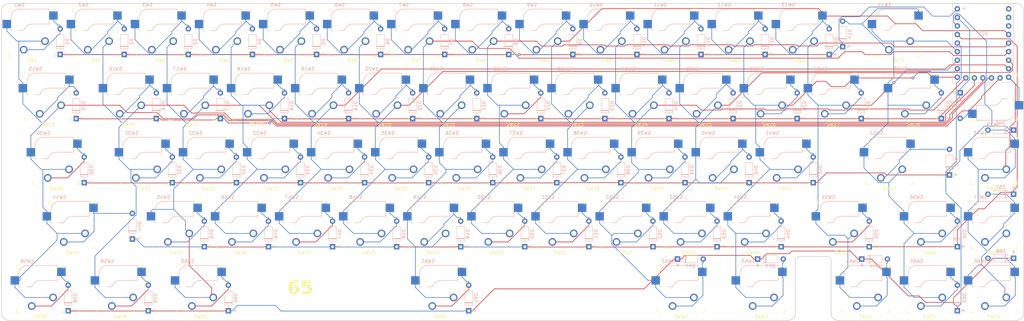
<source format=kicad_pcb>
(kicad_pcb (version 20221018) (generator pcbnew)
  (layers (0 "F.Cu" signal) (31 "B.Cu" signal) (34 "B.Paste" user) (35 "F.Paste" user) (36 "B.SilkS" user "B.Silkscreen") (37 "F.SilkS" user "F.Silkscreen") (38 "B.Mask" user) (39 "F.Mask" user) (44 "Edge.Cuts" user))
  (net 0 "")
  (net 1 "ROW0")
  (net 2 "Net-(D1-A)")
  (net 3 "Net-(D2-A)")
  (net 4 "Net-(D3-A)")
  (net 5 "Net-(D4-A)")
  (net 6 "Net-(D5-A)")
  (net 7 "Net-(D6-A)")
  (net 8 "Net-(D7-A)")
  (net 9 "Net-(D8-A)")
  (net 10 "Net-(D9-A)")
  (net 11 "Net-(D10-A)")
  (net 12 "Net-(D11-A)")
  (net 13 "Net-(D12-A)")
  (net 14 "Net-(D13-A)")
  (net 15 "Net-(D14-A)")
  (net 16 "ROW1")
  (net 17 "Net-(D15-A)")
  (net 18 "Net-(D16-A)")
  (net 19 "Net-(D17-A)")
  (net 20 "Net-(D18-A)")
  (net 21 "Net-(D19-A)")
  (net 22 "Net-(D20-A)")
  (net 23 "Net-(D21-A)")
  (net 24 "Net-(D22-A)")
  (net 25 "Net-(D23-A)")
  (net 26 "Net-(D24-A)")
  (net 27 "Net-(D25-A)")
  (net 28 "Net-(D26-A)")
  (net 29 "Net-(D27-A)")
  (net 30 "Net-(D28-A)")
  (net 31 "Net-(D29-A)")
  (net 32 "ROW2")
  (net 33 "Net-(D30-A)")
  (net 34 "Net-(D31-A)")
  (net 35 "Net-(D32-A)")
  (net 36 "Net-(D33-A)")
  (net 37 "Net-(D34-A)")
  (net 38 "Net-(D35-A)")
  (net 39 "Net-(D36-A)")
  (net 40 "Net-(D37-A)")
  (net 41 "Net-(D38-A)")
  (net 42 "Net-(D39-A)")
  (net 43 "Net-(D40-A)")
  (net 44 "Net-(D41-A)")
  (net 45 "Net-(D42-A)")
  (net 46 "Net-(D43-A)")
  (net 47 "ROW3")
  (net 48 "Net-(D44-A)")
  (net 49 "Net-(D45-A)")
  (net 50 "Net-(D46-A)")
  (net 51 "Net-(D47-A)")
  (net 52 "Net-(D48-A)")
  (net 53 "Net-(D49-A)")
  (net 54 "Net-(D50-A)")
  (net 55 "Net-(D51-A)")
  (net 56 "Net-(D52-A)")
  (net 57 "Net-(D53-A)")
  (net 58 "Net-(D54-A)")
  (net 59 "Net-(D55-A)")
  (net 60 "Net-(D56-A)")
  (net 61 "Net-(D57-A)")
  (net 62 "ROW4")
  (net 63 "Net-(D58-A)")
  (net 64 "Net-(D59-A)")
  (net 65 "Net-(D60-A)")
  (net 66 "Net-(D61-A)")
  (net 67 "Net-(D62-A)")
  (net 68 "Net-(D63-A)")
  (net 69 "Net-(D64-A)")
  (net 70 "Net-(D65-A)")
  (net 71 "Net-(D66-A)")
  (net 72 "COL0")
  (net 73 "COL1")
  (net 74 "COL2")
  (net 75 "COL3")
  (net 76 "COL4")
  (net 77 "COL5")
  (net 78 "COL6")
  (net 79 "COL7")
  (net 80 "COL8")
  (net 81 "COL9")
  (net 82 "COL13")
  (net 83 "COL12")
  (net 84 "COL11")
  (net 85 "COL10")
  (net 86 "COL14")
  (net 88 "GND")
  (footprint "keyswitches:Kailh_socket_MX_optional" (layer "F.Cu") (at 234.5725 96.2025 180)
    (fp_text reference "SW53")
    (fp_text value "1u")
  )
  (footprint "keyswitches:Kailh_socket_MX_optional" (layer "F.Cu") (at 239.335 58.1025 180)
    (fp_text reference "SW25")
    (fp_text value "1u")
  )
  (footprint "keyswitches:Kailh_socket_MX_optional" (layer "F.Cu") (at 67.885 58.1025 180)
    (fp_text reference "SW16")
    (fp_text value "1u")
  )
  (footprint "keyswitches:Kailh_socket_MX_optional" (layer "F.Cu") (at 163.135 58.1025 180)
    (fp_text reference "SW21")
    (fp_text value "1u")
  )
  (footprint "keyswitches:Kailh_socket_MX_optional" (layer "F.Cu") (at 186.9475 77.1525 180)
    (fp_text reference "SW37")
    (fp_text value "1u")
  )
  (footprint "keyswitches:Kailh_socket_MX_optional" (layer "F.Cu") (at 115.51 39.0525 180)
    (fp_text reference "SW5")
    (fp_text value "1u")
  )
  (footprint "keyswitches:Kailh_socket_MX_optional" (layer "F.Cu") (at 110.7475 77.1525 180)
    (fp_text reference "SW33")
    (fp_text value "1u")
  )
  (footprint "keyswitches:Kailh_socket_MX_optional" (layer "F.Cu") (at 267.91 39.0525 180)
    (fp_text reference "SW13")
    (fp_text value "1u")
  )
  (footprint "keyswitches:Kailh_socket_MX_optional" (layer "F.Cu") (at 210.76 39.0525 180)
    (fp_text reference "SW10")
    (fp_text value "1u")
  )
  (footprint "keyswitches:Kailh_socket_MX_optional" (layer "F.Cu") (at 256.0038 115.2525 180)
    (fp_text reference "SW63")
    (fp_text value "1.25u")
  )
  (footprint "keyswitches:Kailh_socket_MX_optional" (layer "F.Cu") (at 105.985 58.1025 180)
    (fp_text reference "SW18")
    (fp_text value "1u")
  )
  (footprint "keyswitches:Kailh_socket_MX_optional" (layer "F.Cu") (at 215.5225 96.2025 180)
    (fp_text reference "SW52")
    (fp_text value "1u")
  )
  (footprint "keyswitches:Kailh_socket_MX_optional" (layer "F.Cu") (at 306.01 96.2025 180)
    (fp_text reference "SW56")
    (fp_text value "1u")
  )
  (footprint "keyswitches:Kailh_socket_MX_optional" (layer "F.Cu") (at 82.1725 96.2025 180)
    (fp_text reference "SW45")
    (fp_text value "1u")
  )
  (footprint "keyswitches:Kailh_socket_MX_optional" (layer "F.Cu") (at 325.06 77.1525 180)
    (fp_text reference "SW43")
    (fp_text value "1u")
  )
  (footprint "keyswitches:Kailh_socket_MX_optional" (layer "F.Cu") (at 232.1913 115.2525 180)
    (fp_text reference "SW62")
    (fp_text value "1.25u")
  )
  (footprint "keyswitches:Kailh_socket_MX" (layer "F.Cu") (at 325.06 58.1025 180)
    (fp_text reference "SW29")
    (fp_text value "1u")
  )
  (footprint "keyswitches:Kailh_socket_MX_optional" (layer "F.Cu") (at 167.8975 77.1525 180)
    (fp_text reference "SW36")
    (fp_text value "1u")
  )
  (footprint "keyswitches:Kailh_socket_MX_optional" (layer "F.Cu") (at 294.1038 77.1525 180)
    (fp_text reference "SW42")
    (fp_text value "2.25u")
  )
  (footprint "keyswitches:Kailh_socket_MX_optional" (layer "F.Cu") (at 277.435 58.1025 180)
    (fp_text reference "SW27")
    (fp_text value "1u")
  )
  (footprint "keyswitches:Kailh_socket_MX_optional" (layer "F.Cu") (at 58.36 39.0525 180)
    (fp_text reference "SW2")
    (fp_text value "1u")
  )
  (footprint "keyswitches:Kailh_socket_MX_optional" (layer "F.Cu") (at 148.8475 77.1525 180)
    (fp_text reference "SW35")
    (fp_text value "1u")
  )
  (footprint "keyswitches:Kailh_socket_MX_optional" (layer "F.Cu") (at 72.6475 77.1525 180)
    (fp_text reference "SW31")
    (fp_text value "1u")
  )
  (footprint "PCM_marbastlib-mx:STAB_MX_2.25u" (layer "F.Cu") (at 51.2163 96.2025)
    (fp_text reference "S4" hide)
    (fp_text value "MX_stab")
  )
  (footprint "keyswitches:Kailh_socket_MX_optional" (layer "F.Cu") (at 263.1475 77.1525 180)
    (fp_text reference "SW41")
    (fp_text value "1u")
  )
  (footprint "keyswitches:Kailh_socket_MX_optional" (layer "F.Cu") (at 158.3725 96.2025 180)
    (fp_text reference "SW49")
    (fp_text value "1u")
  )
  (footprint "keyswitches:Kailh_socket_MX_optional" (layer "F.Cu") (at 248.86 39.0525 180)
    (fp_text reference "SW12")
    (fp_text value "1u")
  )
  (footprint "keyswitches:Kailh_socket_MX_optional" (layer "F.Cu") (at 253.6225 96.2025 180)
    (fp_text reference "SW54")
    (fp_text value "1u")
  )
  (footprint "keyswitches:Kailh_socket_MX_optional" (layer "F.Cu") (at 301.2475 58.1025 180)
    (fp_text reference "SW28")
    (fp_text value "1.5u")
  )
  (footprint "keyswitches:Kailh_socket_MX_optional" (layer "F.Cu") (at 86.935 58.1025 180)
    (fp_text reference "SW17")
    (fp_text value "1u")
  )
  (footprint "keyswitches:Kailh_socket_MX_optional" (layer "F.Cu") (at 220.285 58.1025 180)
    (fp_text reference "SW24")
    (fp_text value "1u")
  )
  (footprint "keyswitches:Kailh_socket_MX_optional" (layer "F.Cu") (at 286.96 115.2525 180)
    (fp_text reference "SW64")
    (fp_text value "1u")
  )
  (footprint "PCM_marbastlib-mx:STAB_MX_2u" (layer "F.Cu") (at 296.485 39.0525)
    (fp_text reference "S2" hide)
    (fp_text value "MX_stab")
  )
  (footprint "keyswitches:Kailh_socket_MX_optional" (layer "F.Cu") (at 44.0725 58.1025 180)
    (fp_text reference "SW15")
    (fp_text value "1.5u")
  )
  (footprint "keyswitches:Kailh_socket_MX_optional" (layer "F.Cu") (at 325.06 115.2525 180)
    (fp_text reference "SW66")
    (fp_text value "1u")
  )
  (footprint "keyswitches:Kailh_socket_MX_optional" (layer "F.Cu") (at 306.01 115.2525 180)
    (fp_text reference "SW65")
    (fp_text value "1u")
  )
  (footprint "keyswitches:Kailh_socket_MX_optional" (layer "F.Cu") (at 51.2163 96.2025 180)
    (fp_text reference "SW44")
    (fp_text value "2.25u")
  )
  (footprint "keyswitches:Kailh_socket_MX_optional" (layer "F.Cu") (at 258.385 58.1025 180)
    (fp_text reference "SW26")
    (fp_text value "1u")
  )
  (footprint "keyswitches:Kailh_socket_MX_optional" (layer "F.Cu") (at 125.035 58.1025 180)
    (fp_text reference "SW19")
    (fp_text value "1u")
  )
  (footprint "PCM_marbastlib-mx:STAB_MX_2.25u" (layer "F.Cu") (at 294.1038 77.1525)
    (fp_text reference "S3" hide)
    (fp_text value "MX_stab")
  )
  (footprint "keyswitches:Kailh_socket_MX_optional" (layer "F.Cu") (at 134.56 39.0525 180)
    (fp_text reference "SW6")
    (fp_text value "1u")
  )
  (footprint "keyswitches:Kailh_socket_MX_optional" (layer "F.Cu") (at 77.41 39.0525 180)
    (fp_text reference "SW3")
    (fp_text value "1u")
  )
  (footprint "keyswitches:Kailh_socket_MX_optional" (layer "F.Cu") (at 139.3225 96.2025 180)
    (fp_text reference "SW48")
    (fp_text value "1u")
  )
  (footprint "keyswitches:Kailh_socket_MX_optional" (layer "F.Cu") (at 91.6975 77.1525 180)
    (fp_text reference "SW32")
    (fp_text value "1u")
  )
  (footprint "keyswitches:Kailh_socket_MX_optional" (layer "F.Cu") (at 144.085 58.1025 180)
    (fp_text reference "SW20")
    (fp_text value "1u")
  )
  (footprint "keyswitches:Kailh_socket_MX_optional" (layer "F.Cu") (at 160.7538 115.2525 180)
    (fp_text reference "SW61")
    (fp_text value "6.25u")
  )
  (footprint "keyswitches:Kailh_socket_MX_optional" (layer "F.Cu") (at 325.06 96.2025 180)
    (fp_text reference "SW57")
    (fp_text value "1u")
  )
  (footprint "keyswitches:Kailh_socket_MX_optional" (layer "F.Cu") (at 296.485 39.0525 180)
    (fp_text reference "SW14")
    (fp_text value "2u")
  )
  (footprint "keyswitches:Kailh_socket_MX_optional" (layer "F.Cu") (at 65.5038 115.2525 180)
    (fp_text reference "SW59")
    (fp_text value "1.25u")
  )
  (footprint "keyswitches:Kailh_socket_MX_optional" (layer "F.Cu") (at 129.7975 77.1525 180)
    (fp_text reference "SW34")
    (fp_text value "1u")
  )
  (footprint "keyswitches:Kailh_socket_MX_optional" (layer "F.Cu") (at 46.4538 77.1525 180)
    (fp_text reference "SW30")
    (fp_text value "1.75u")
  )
  (footprint "keyswitches:Kailh_socket_MX_optional" (layer "F.Cu") (at 201.235 58.1025 180)
    (fp_text reference "SW23")
    (fp_text value "1u")
  )
  (footprint "keyswitches:Kailh_socket_MX_optional" (layer "F.Cu") (at 229.81 39.0525 180)
    (fp_text reference "SW11")
    (fp_text value "1u")
  )
  (footprint "keyswitches:Kailh_socket_MX_optional" (layer "F.Cu") (at 39.31 39.0525 180)
    (fp_text reference "SW1")
    (fp_text value "1u")
  )
  (footprint "keyswitches:Kailh_socket_MX_optional" (layer "F.Cu") (at 279.8163 96.2025 180)
    (fp_text reference "SW55")
    (fp_text value "1.75u")
  )
  (footprint "keyswitches:Kailh_socket_MX_optional" (layer "F.Cu") (at 225.0475 77.1525 180)
    (fp_text reference "SW39")
    (fp_text value "1u")
  )
  (footprint "keyswitches:Kailh_socket_MX_optional" (layer "F.Cu") (at 244.0975 77.1525 180)
    (fp_text reference "SW40")
    (fp_text value "1u")
  )
  (footprint "keyswitches:Kailh_socket_MX_optional" (layer "F.Cu") (at 182.185 58.1025 180)
    (fp_text reference "SW22")
    (fp_text value "1u")
  )
  (footprint "keyswitches:Kailh_socket_MX_optional" (layer "F.Cu") (at 191.71 39.0525 180)
    (fp_text reference "SW9")
    (fp_text value "1u")
  )
  (footprint "keyswitches:Kailh_socket_MX_optional" (layer "F.Cu") (at 177.4225 96.2025 180)
    (fp_text reference "SW50")
    (fp_text value "1u")
  )
  (footprint "keyswitches:Kailh_socket_MX_optional" (layer "F.Cu") (at 96.46 39.0525 180)
    (fp_text reference "SW4")
    (fp_text value "1u")
  )
  (footprint "keyswitches:Kailh_socket_MX_optional" (layer "F.Cu") (at 41.6913 115.2525 180)
    (fp_text reference "SW58")
    (fp_text value "1.25u")
  )
  (footprint "keyswitches:Kailh_socket_MX_optional" (layer "F.Cu") (at 101.2225 96.2025 180)
    (fp_text reference "SW46")
    (fp_text value "1u")
  )
  (footprint "PCM_marbastlib-mx:STAB_MX_6.25u" (layer "F.Cu") (at 160.7538 115.2525 180)
    (fp_text reference "S1" hide)
    (fp_text value "MX_stab")
  )
  (footprint "keyswitches:Kailh_socket_MX_optional" (layer "F.Cu") (at 205.9975 77.1525 180)
    (fp_text reference "SW38")
    (fp_text value "1u")
  )
  (footprint "keyswitches:Kailh_socket_MX_optional" (layer "F.Cu") (at 172.66 39.0525 180)
    (fp_text reference "SW8")
    (fp_text value "1u")
  )
  (footprint "keyswitches:Kailh_socket_MX_optional" (layer "F.Cu") (at 196.4725 96.2025 180)
    (fp_text reference "SW51")
    (fp_text value "1u")
  )
  (footprint "keyswitches:Kailh_socket_MX_optional" (layer "F.Cu") (at 89.3163 115.2525 180)
    (fp_text reference "SW60")
    (fp_text value "1.25u")
  )
  (footprint "keyswitches:Kailh_socket_MX_optional" (layer "F.Cu") (at 153.61 39.0525 180)
    (fp_text reference "SW7")
    (fp_text value "1u")
  )
  (footprint "keyswitches:Kailh_socket_MX_optional" (layer "F.Cu") (at 120.2725 96.2025 180)
    (fp_text reference "SW47")
    (fp_text value "1u")
  )
  (footprint "Diode_THT:D_DO-35_SOD27_P7.62mm_Horizontal" (layer "B.Cu") (at 95.235 64.6025 90)
    (fp_text reference "D17")
    (fp_text value "1N4148")
  )
  (footprint "Diode_THT:D_DO-35_SOD27_P7.62mm_Horizontal" (layer "B.Cu") (at 90.4725 102.7025 90)
    (fp_text reference "D45")
    (fp_text value "1N4148")
  )
  (footprint "Diode_THT:D_DO-35_SOD27_P7.62mm_Horizontal" (layer "B.Cu") (at 280.2163 43.2625 90)
    (fp_text reference "D14")
    (fp_text value "1N4148")
  )
  (footprint "Diode_THT:D_DO-35_SOD27_P7.62mm_Horizontal" (layer "B.Cu") (at 288.1163 102.7025 90)
    (fp_text reference "D55")
    (fp_text value "1N4148")
  )
  (footprint "Diode_THT:D_DO-35_SOD27_P7.62mm_Horizontal" (layer "B.Cu") (at 138.0975 83.6525 90)
    (fp_text reference "D34")
    (fp_text value "1N4148")
  )
  (footprint "Diode_THT:D_DO-35_SOD27_P7.62mm_Horizontal" (layer "B.Cu") (at 315.1413 56.915 -90)
    (fp_text reference "D29")
    (fp_text value "1N4148")
  )
  (footprint "Diode_THT:D_DO-35_SOD27_P7.62mm_Horizontal" (layer "B.Cu") (at 204.7725 102.7025 90)
    (fp_text reference "D51")
    (fp_text value "1N4148")
  )
  (footprint "Diode_THT:D_DO-35_SOD27_P7.62mm_Horizontal" (layer "B.Cu") (at 311.9663 81.3625 90)
    (fp_text reference "D42")
    (fp_text value "1N4148")
  )
  (footprint "Diode_THT:D_DO-35_SOD27_P7.62mm_Horizontal" (layer "B.Cu") (at 195.2475 83.6525 90)
    (fp_text reference "D37")
    (fp_text value "1N4148")
  )
  (footprint "Diode_THT:D_DO-35_SOD27_P7.62mm_Horizontal" (layer "B.Cu") (at 331.0163 68.0275 180)
    (fp_text reference "D43")
    (fp_text value "1N4148")
  )
  (footprint "Diode_THT:D_DO-35_SOD27_P7.62mm_Horizontal" (layer "B.Cu") (at 85.71 45.5525 90)
    (fp_text reference "D3")
    (fp_text value "1N4148")
  )
  (footprint "Diode_THT:D_DO-35_SOD27_P7.62mm_Horizontal" (layer "B.Cu") (at 185.7225 102.7025 90)
    (fp_text reference "D50")
    (fp_text value "1N4148")
  )
  (footprint "Diode_THT:D_DO-35_SOD27_P7.62mm_Horizontal" (layer "B.Cu") (at 276.21 45.5525 90)
    (fp_text reference "D13")
    (fp_text value "1N4148")
  )
  (footprint "Diode_THT:D_DO-35_SOD27_P7.62mm_Horizontal" (layer "B.Cu") (at 128.5725 102.7025 90)
    (fp_text reference "D47")
    (fp_text value "1N4148")
  )
  (footprint "Diode_THT:D_DO-35_SOD27_P7.62mm_Horizontal" (layer "B.Cu") (at 157.1475 83.6525 90)
    (fp_text reference "D35")
    (fp_text value "1N4148")
  )
  (footprint "Diode_THT:D_DO-35_SOD27_P7.62mm_Horizontal" (layer "B.Cu") (at 190.485 64.6025 90)
    (fp_text reference "D22")
    (fp_text value "1N4148")
  )
  (footprint "Diode_THT:D_DO-35_SOD27_P7.62mm_Horizontal" (layer "B.Cu") (at 254.9525 106.3625)
    (fp_text reference "D63")
    (fp_text value "1N4148")
  )
  (footprint "Diode_THT:D_DO-35_SOD27_P7.62mm_Horizontal" (layer "B.Cu") (at 223.8225 102.7025 90)
    (fp_text reference "D52")
    (fp_text value "1N4148")
  )
  (footprint "Diode_THT:D_DO-35_SOD27_P7.62mm_Horizontal" (layer "B.Cu") (at 309.5475 64.6025 90)
    (fp_text reference "D28")
    (fp_text value "1N4148")
  )
  (footprint "Diode_THT:D_DO-35_SOD27_P7.62mm_Horizontal" (layer "B.Cu") (at 109.5225 102.7025 90)
    (fp_text reference "D46")
    (fp_text value "1N4148")
  )
  (footprint "Diode_THT:D_DO-35_SOD27_P7.62mm_Horizontal" (layer "B.Cu") (at 285.735 64.6025 90)
    (fp_text reference "D27")
    (fp_text value "1N4148")
  )
  (footprint "Diode_THT:D_DO-35_SOD27_P7.62mm_Horizontal" (layer "B.Cu") (at 271.4475 83.6525 90)
    (fp_text reference "D41")
    (fp_text value "1N4148")
  )
  (footprint "Diode_THT:D_DO-35_SOD27_P7.62mm_Horizontal" (layer "B.Cu") (at 285.9088 106.3625)
    (fp_text reference "D64")
    (fp_text value "1N4148")
  )
  (footprint "Diode_THT:D_DO-35_SOD27_P7.62mm_Horizontal" (layer "B.Cu") (at 247.635 64.6025 90)
    (fp_text reference "D25")
    (fp_text value "1N4148")
  )
  (footprint "Diode_THT:D_DO-35_SOD27_P7.62mm_Horizontal" (layer "B.Cu") (at 119.0475 83.6525 90)
    (fp_text reference "D33")
    (fp_text value "1N4148")
  )
  (footprint "Diode_THT:D_DO-35_SOD27_P7.62mm_Horizontal" (layer "B.Cu") (at 147.6225 102.7025 90)
    (fp_text reference "D48")
    (fp_text value "1N4148")
  )
  (footprint "Diode_THT:D_DO-35_SOD27_P7.62mm_Horizontal" (layer "B.Cu") (at 166.6725 102.7025 90)
    (fp_text reference "D49")
    (fp_text value "1N4148")
  )
  (footprint "Diode_THT:D_DO-35_SOD27_P7.62mm_Horizontal" (layer "B.Cu") (at 169.0538 121.7525 90)
    (fp_text reference "D61")
    (fp_text value "1N4148")
  )
  (footprint "Diode_THT:D_DO-35_SOD27_P7.62mm_Horizontal" (layer "B.Cu") (at 209.535 64.6025 90)
    (fp_text reference "D23")
    (fp_text value "1N4148")
  )
  (footprint "Diode_THT:D_DO-35_SOD27_P7.62mm_Horizontal" (layer "B.Cu") (at 266.685 64.6025 90)
    (fp_text reference "D26")
    (fp_text value "1N4148")
  )
  (footprint "Diode_THT:D_DO-35_SOD27_P7.62mm_Horizontal" (layer "B.Cu") (at 314.31 121.7525 90)
    (fp_text reference "D65")
    (fp_text value "1N4148")
  )
  (footprint "Diode_THT:D_DO-35_SOD27_P7.62mm_Horizontal" (layer "B.Cu") (at 257.16 45.5525 90)
    (fp_text reference "D12")
    (fp_text value "1N4148")
  )
  (footprint "Diode_THT:D_DO-35_SOD27_P7.62mm_Horizontal" (layer "B.Cu") (at 133.335 64.6025 90)
    (fp_text reference "D19")
    (fp_text value "1N4148")
  )
  (footprint "Diode_THT:D_DO-35_SOD27_P7.62mm_Horizontal" (layer "B.Cu") (at 69.0788 100.4125 90)
    (fp_text reference "D44")
    (fp_text value "1N4148")
  )
  (footprint "Diode_THT:D_DO-35_SOD27_P7.62mm_Horizontal" (layer "B.Cu") (at 261.9225 102.7025 90)
    (fp_text reference "D54")
    (fp_text value "1N4148")
  )
  (footprint "Diode_THT:D_DO-35_SOD27_P7.62mm_Horizontal" (layer "B.Cu") (at 49.9913 121.7525 90)
    (fp_text reference "D58")
    (fp_text value "1N4148")
  )
  (footprint "Diode_THT:D_DO-35_SOD27_P7.62mm_Horizontal" (layer "B.Cu") (at 214.2975 83.6525 90)
    (fp_text reference "D38")
    (fp_text value "1N4148")
  )
  (footprint "Diode_THT:D_DO-35_SOD27_P7.62mm_Horizontal" (layer "B.Cu") (at 228.585 64.6025 90)
    (fp_text reference "D24")
    (fp_text value "1N4148")
  )
  (footprint "Diode_THT:D_DO-35_SOD27_P7.62mm_Horizontal" (layer "B.Cu") (at 180.96 45.5525 90)
    (fp_text reference "D8")
    (fp_text value "1N4148")
  )
  (footprint "Diode_THT:D_DO-35_SOD27_P7.62mm_Horizontal" (layer "B.Cu") (at 152.385 64.6025 90)
    (fp_text reference "D20")
    (fp_text value "1N4148")
  )
  (footprint "Diode_THT:D_DO-35_SOD27_P7.62mm_Horizontal" (layer "B.Cu") (at 73.8038 121.7525 90)
    (fp_text reference "D59")
    (fp_text value "1N4148")
  )
  (footprint "Diode_THT:D_DO-35_SOD27_P7.62mm_Horizontal" (layer "B.Cu") (at 252.3975 83.6525 90)
    (fp_text reference "D40")
    (fp_text value "1N4148")
  )
  (footprint "Diode_THT:D_DO-35_SOD27_P7.62mm_Horizontal" (layer "B.Cu") (at 54.7538 83.6525 90)
    (fp_text reference "D30")
    (fp_text value "1N4148")
  )
  (footprint "Diode_THT:D_DO-35_SOD27_P7.62mm_Horizontal" (layer "B.Cu") (at 176.1975 83.6525 90)
    (fp_text reference "D36")
    (fp_text value "1N4148")
  )
  (footprint "Diode_THT:D_DO-35_SOD27_P7.62mm_Horizontal" (layer "B.Cu") (at 233.3475 83.6525 90)
    (fp_text reference "D39")
    (fp_text value "1N4148")
  )
  (footprint "Diode_THT:D_DO-35_SOD27_P7.62mm_Horizontal" (layer "B.Cu") (at 231.14 106.3625)
    (fp_text reference "D62")
    (fp_text value "1N4148")
  )
  (footprint "Diode_THT:D_DO-35_SOD27_P7.62mm_Horizontal" (layer "B.Cu") (at 314.31 102.7025 90)
    (fp_text reference "D56")
    (fp_text value "1N4148")
  )
  (footprint "Diode_THT:D_DO-35_SOD27_P7.62mm_Horizontal" (layer "B.Cu") (at 47.61 45.5525 90)
    (fp_text reference "D1")
    (fp_text value "1N4148")
  )
  (footprint "rp2040 zero:RP2040-Zero" (layer "B.Cu") (at 330.92 53.91 180)
    (fp_text reference "RZ1")
    (fp_text value "RP2040-Zero")
  )
  (footprint "Diode_THT:D_DO-35_SOD27_P7.62mm_Horizontal" (layer "B.Cu") (at 200.01 45.5525 90)
    (fp_text reference "D9")
    (fp_text value "1N4148")
  )
  (footprint "Diode_THT:D_DO-35_SOD27_P7.62mm_Horizontal" (layer "B.Cu") (at 242.8725 102.7025 90)
    (fp_text reference "D53")
    (fp_text value "1N4148")
  )
  (footprint "Diode_THT:D_DO-35_SOD27_P7.62mm_Horizontal" (layer "B.Cu") (at 171.435 64.6025 90)
    (fp_text reference "D21")
    (fp_text value "1N4148")
  )
  (footprint "Diode_THT:D_DO-35_SOD27_P7.62mm_Horizontal" (layer "B.Cu") (at 238.11 45.5525 90)
    (fp_text reference "D11")
    (fp_text value "1N4148")
  )
  (footprint "Diode_THT:D_DO-35_SOD27_P7.62mm_Horizontal" (layer "B.Cu") (at 97.6163 121.7525 90)
    (fp_text reference "D60")
    (fp_text value "1N4148")
  )
  (footprint "Diode_THT:D_DO-35_SOD27_P7.62mm_Horizontal" (layer "B.Cu") (at 66.66 45.5525 90)
    (fp_text reference "D2")
    (fp_text value "1N4148")
  )
  (footprint "Diode_THT:D_DO-35_SOD27_P7.62mm_Horizontal" (layer "B.Cu") (at 219.06 45.5525 90)
    (fp_text reference "D10")
    (fp_text value "1N4148")
  )
  (footprint "Diode_THT:D_DO-35_SOD27_P7.62mm_Horizontal" (layer "B.Cu") (at 80.9475 83.6525 90)
    (fp_text reference "D31")
    (fp_text value "1N4148")
  )
  (footprint "Diode_THT:D_DO-35_SOD27_P7.62mm_Horizontal" (layer "B.Cu") (at 142.86 45.5525 90)
    (fp_text reference "D6")
    (fp_text value "1N4148")
  )
  (footprint "Diode_THT:D_DO-35_SOD27_P7.62mm_Horizontal" (layer "B.Cu") (at 123.81 45.5525 90)
    (fp_text reference "D5")
    (fp_text value "1N4148")
  )
  (footprint "Diode_THT:D_DO-35_SOD27_P7.62mm_Horizontal" (layer "B.Cu") (at 331.0163 87.0775 180)
    (fp_text reference "D57")
    (fp_text value "1N4148")
  )
  (footprint "Diode_THT:D_DO-35_SOD27_P7.62mm_Horizontal" (layer "B.Cu") (at 76.185 64.6025 90)
    (fp_text reference "D16")
    (fp_text value "1N4148")
  )
  (footprint "Diode_THT:D_DO-35_SOD27_P7.62mm_Horizontal" (layer "B.Cu") (at 104.76 45.5525 90)
    (fp_text reference "D4")
    (fp_text value "1N4148")
  )
  (footprint "Diode_THT:D_DO-35_SOD27_P7.62mm_Horizontal" (layer "B.Cu") (at 52.3725 64.6025 90)
    (fp_text reference "D15")
    (fp_text value "1N4148")
  )
  (footprint "Diode_THT:D_DO-35_SOD27_P7.62mm_Horizontal" (layer "B.Cu") (at 99.9975 83.6525 90)
    (fp_text reference "D32")
    (fp_text value "1N4148")
  )
  (footprint "Diode_THT:D_DO-35_SOD27_P7.62mm_Horizontal" (layer "B.Cu") (at 161.91 45.5525 90)
    (fp_text reference "D7")
    (fp_text value "1N4148")
  )
  (footprint "Diode_THT:D_DO-35_SOD27_P7.62mm_Horizontal" (layer "B.Cu") (at 331.0163 106.1275 180)
    (fp_text reference "D66")
    (fp_text value "1N4148")
  )
  (footprint "Diode_THT:D_DO-35_SOD27_P7.62mm_Horizontal" (layer "B.Cu") (at 114.285 64.6025 90)
    (fp_text reference "D18")
    (fp_text value "1N4148")
  )
  (gr_line (start 247.010605 124.61875) (end 85.085605 124.61875) (stroke (width 0.2)) (layer "Edge.Cuts"))
  (gr_line (start 331.787495 30.41875) (end 318.448105 30.41875) (stroke (width 0.2)) (layer "Edge.Cuts"))
  (gr_line (start 85.085605 124.61875) (end 32.4125 124.61875) (stroke (width 0.2)) (layer "Edge.Cuts"))
  (gr_line (start 299.398105 124.61875) (end 279 124.61875) (stroke (width 0.2)) (layer "Edge.Cuts"))
  (gr_arc (start 266.175 106.81875) (mid 266.541116 105.934865) (end 267.425 105.56875) (stroke (width 0.2)) (layer "Edge.Cuts"))
  (gr_arc (start 279 124.61875) (mid 277.409013 123.959738) (end 276.75 122.36875) (stroke (width 0.2)) (layer "Edge.Cuts"))
  (gr_line (start 51.748105 30.41875) (end 32.4125 30.41875) (stroke (width 0.2)) (layer "Edge.Cuts"))
  (gr_arc (start 275.5 105.56875) (mid 276.383887 105.934865) (end 276.75 106.81875) (stroke (width 0.2)) (layer "Edge.Cuts"))
  (gr_arc (start 30.1625 32.66875) (mid 30.82151 31.07776) (end 32.4125 30.41875) (stroke (width 0.2)) (layer "Edge.Cuts"))
  (gr_line (start 276.75 106.81875) (end 276.75 122.36875) (stroke (width 0.2)) (layer "Edge.Cuts"))
  (gr_line (start 30.1625 122.36875) (end 30.1625 32.66875) (stroke (width 0.2)) (layer "Edge.Cuts"))
  (gr_arc (start 331.787495 30.41875) (mid 333.378488 31.077758) (end 334.037495 32.66875) (stroke (width 0.2)) (layer "Edge.Cuts"))
  (gr_arc (start 32.4125 124.61875) (mid 30.82151 123.95974) (end 30.1625 122.36875) (stroke (width 0.2)) (layer "Edge.Cuts"))
  (gr_line (start 334.037495 122.36875) (end 334.037495 32.66875) (stroke (width 0.2)) (layer "Edge.Cuts"))
  (gr_line (start 263.925 124.61875) (end 247.010605 124.61875) (stroke (width 0.2)) (layer "Edge.Cuts"))
  (gr_line (start 331.787495 124.61875) (end 299.398105 124.61875) (stroke (width 0.2)) (layer "Edge.Cuts"))
  (gr_line (start 318.448105 30.41875) (end 166.048105 30.41875) (stroke (width 0.2)) (layer "Edge.Cuts"))
  (gr_arc (start 334.037495 122.36875) (mid 333.378485 123.959738) (end 331.787495 124.61875) (stroke (width 0.2)) (layer "Edge.Cuts"))
  (gr_arc (start 266.175 122.36875) (mid 265.51599 123.959738) (end 263.925 124.61875) (stroke (width 0.2)) (layer "Edge.Cuts"))
  (gr_line (start 266.175 106.81875) (end 266.175 122.36875) (stroke (width 0.2)) (layer "Edge.Cuts"))
  (gr_line (start 166.048105 30.41875) (end 51.748105 30.41875) (stroke (width 0.2)) (layer "Edge.Cuts"))
  (gr_line (start 267.425 105.56875) (end 275.5 105.56875) (stroke (width 0.2)) (layer "Edge.Cuts"))
  (gr_text ">" (at 317.0625 32.4) (layer "B.SilkS") (effects (font (size 1 1)) (justify left bottom mirror)))
  (gr_text "65" (at 115.09375 117.475) (layer "F.SilkS") (effects (font (size 4 4) (thickness 0.5) bold) (justify left bottom)))
  (segment (start 160.8181 45.5525) (end 160.8032 45.5674) (width 0.18) (layer "F.Cu") (net 1))
  (segment (start 124.9881 45.6387) (end 141.6819 45.6387) (width 0.18) (layer "F.Cu") (net 1))
  (segment (start 161.91 45.5525) (end 163.0019 45.5525) (width 0.18) (layer "F.Cu") (net 1))
  (segment (start 237.5641 45.5945) (end 220.1939 45.5945) (width 0.18) (layer "F.Cu") (net 1))
  (segment (start 198.9181 45.5525) (end 198.8648 45.6058) (width 0.18) (layer "F.Cu") (net 1))
  (segment (start 86.8701 45.6207) (end 86.8019 45.5525) (width 0.18) (layer "F.Cu") (net 1))
  (segment (start 123.81 45.5525) (end 124.9019 45.5525) (width 0.18) (layer "F.Cu") (net 1))
  (segment (start 124.9019 45.5525) (end 124.9881 45.6387) (width 0.18) (layer "F.Cu") (net 1))
  (segment (start 275.1032 45.5674) (end 258.2668 45.5674) (width 0.18) (layer "F.Cu") (net 1))
  (segment (start 238.11 45.5525) (end 237.5641 45.5525) (width 0.18) (layer "F.Cu") (net 1))
  (segment (start 105.9287 45.6293) (end 122.6413 45.6293) (width 0.18) (layer "F.Cu") (net 1))
  (segment (start 179.8161 45.6045) (end 163.0539 45.6045) (width 0.18) (layer "F.Cu") (net 1))
  (segment (start 276.21 45.5525) (end 275.1181 45.5525) (width 0.18) (layer "F.Cu") (net 1))
  (segment (start 220.1939 45.5945) (end 220.1519 45.5525) (width 0.18) (layer "F.Cu") (net 1))
  (segment (start 143.9668 45.5674) (end 143.9519 45.5525) (width 0.18) (layer "F.Cu") (net 1))
  (segment (start 142.86 45.5525) (end 141.7681 45.5525) (width 0.18) (layer "F.Cu") (net 1))
  (segment (start 200.01 45.5525) (end 201.1019 45.5525) (width 0.18) (layer "F.Cu") (net 1))
  (segment (start 198.8648 45.6058) (end 184.0368 45.6058) (width 0.18) (layer "F.Cu") (net 1))
  (segment (start 123.81 45.5525) (end 122.7181 45.5525) (width 0.18) (layer "F.Cu") (net 1))
  (segment (start 179.8681 45.5525) (end 179.8161 45.6045) (width 0.18) (layer "F.Cu") (net 1))
  (segment (start 47.61 45.5525) (end 48.7019 45.5525) (width 0.18) (layer "F.Cu") (net 1))
  (segment (start 256.0681 45.5525) (end 256.0261 45.5945) (width 0.18) (layer "F.Cu") (net 1))
  (segment (start 48.7701 45.6207) (end 48.7019 45.5525) (width 0.18) (layer "F.Cu") (net 1))
  (segment (start 104.76 45.5525) (end 105.8519 45.5525) (width 0.18) (layer "F.Cu") (net 1))
  (segment (start 160.8032 45.5674) (end 143.9668 45.5674) (width 0.18) (layer "F.Cu") (net 1))
  (segment (start 84.5413 45.6293) (end 84.6181 45.5525) (width 0.18) (layer "F.Cu") (net 1))
  (segment (start 200.01 45.5525) (end 198.9181 45.5525) (width 0.18) (layer "F.Cu") (net 1))
  (segment (start 65.4999 45.6207) (end 48.7701 45.6207) (width 0.18) (layer "F.Cu") (net 1))
  (segment (start 219.06 45.5525) (end 220.1519 45.5525) (width 0.18) (layer "F.Cu") (net 1))
  (segment (start 217.9532 45.5674) (end 217.9681 45.5525) (width 0.18) (layer "F.Cu") (net 1))
  (segment (start 201.1019 45.5525) (end 201.1168 45.5674) (width 0.18) (layer "F.Cu") (net 1))
  (segment (start 142.86 45.5525) (end 143.9519 45.5525) (width 0.18) (layer "F.Cu") (net 1))
  (segment (start 105.8519 45.5525) (end 105.9287 45.6293) (width 0.18) (layer "F.Cu") (net 1))
  (segment (start 257.16 45.5525) (end 256.0681 45.5525) (width 0.18) (layer "F.Cu") (net 1))
  (segment (start 256.0261 45.5945) (end 237.5641 45.5945) (width 0.18) (layer "F.Cu") (net 1))
  (segment (start 141.6819 45.6387) (end 141.7681 45.5525) (width 0.18) (layer "F.Cu") (net 1))
  (segment (start 201.1168 45.5674) (end 217.9532 45.5674) (width 0.18) (layer "F.Cu") (net 1))
  (segment (start 66.66 45.5525) (end 65.5681 45.5525) (width 0.18) (layer "F.Cu") (net 1))
  (segment (start 237.5641 45.5525) (end 237.5641 45.5945) (width 0.18) (layer "F.Cu") (net 1))
  (segment (start 257.16 45.5525) (end 258.2519 45.5525) (width 0.18) (layer "F.Cu") (net 1))
  (segment (start 103.6681 45.5525) (end 103.5999 45.6207) (width 0.18) (layer "F.Cu") (net 1))
  (segment (start 66.66 45.5525) (end 67.7519 45.5525) (width 0.18) (layer "F.Cu") (net 1))
  (segment (start 180.96 45.5525) (end 179.8681 45.5525) (width 0.18) (layer "F.Cu") (net 1))
  (segment (start 258.2668 45.5674) (end 258.2519 45.5525) (width 0.18) (layer "F.Cu") (net 1))
  (segment (start 85.71 45.5525) (end 86.8019 45.5525) (width 0.18) (layer "F.Cu") (net 1))
  (segment (start 65.5681 45.5525) (end 65.4999 45.6207) (width 0.18) (layer "F.Cu") (net 1))
  (segment (start 104.76 45.5525) (end 103.6681 45.5525) (width 0.18) (layer "F.Cu") (net 1))
  (segment (start 219.06 45.5525) (end 217.9681 45.5525) (width 0.18) (layer "F.Cu") (net 1))
  (segment (start 67.7519 45.5525) (end 67.8287 45.6293) (width 0.18) (layer "F.Cu") (net 1))
  (segment (start 122.6413 45.6293) (end 122.7181 45.5525) (width 0.18) (layer "F.Cu") (net 1))
  (segment (start 275.1181 45.5525) (end 275.1032 45.5674) (width 0.18) (layer "F.Cu") (net 1))
  (segment (start 161.91 45.5525) (end 160.8181 45.5525) (width 0.18) (layer "F.Cu") (net 1))
  (segment (start 163.0539 45.6045) (end 163.0019 45.5525) (width 0.18) (layer "F.Cu") (net 1))
  (segment (start 85.71 45.5525) (end 84.6181 45.5525) (width 0.18) (layer "F.Cu") (net 1))
  (segment (start 67.8287 45.6293) (end 84.5413 45.6293) (width 0.18) (layer "F.Cu") (net 1))
  (segment (start 103.5999 45.6207) (end 86.8701 45.6207) (width 0.18) (layer "F.Cu") (net 1))
  (via (at 184.0368 45.6058) (size 0.8) (drill 0.4) (layers "F.Cu" "B.Cu") (net 1))
  (segment (start 285.226 34.342) (end 279.9668 34.342) (width 0.18) (layer "B.Cu") (net 1))
  (segment (start 277.3019 45.085) (end 279.1244 43.2625) (width 0.18) (layer "B.Cu") (net 1))
  (segment (start 314.3 32) (end 312.1269 34.1731) (width 0.18) (layer "B.Cu") (net 1))
  (segment (start 280.2163 43.2625) (end 279.1244 43.2625) (width 0.18) (layer "B.Cu") (net 1))
  (segment (start 182.0519 45.5525) (end 183.9835 45.5525) (width 0.18) (layer "B.Cu") (net 1))
  (segment (start 307.0746 34.1731) (end 304.3454 31.4439) (width 0.18) (layer "B.Cu") (net 1))
  (segment (start 280.2163 43.2625) (end 280.2163 42.1706) (width 0.18) (layer "B.Cu") (net 1))
  (segment (start 279.9668 34.342) (end 279.1244 35.1844) (width 0.18) (layer "B.Cu") (net 1))
  (segment (start 288.1241 31.4439) (end 285.226 34.342) (width 0.18) (layer "B.Cu") (net 1))
  (segment (start 279.1244 41.0787) (end 280.2163 42.1706) (width 0.18) (layer "B.Cu") (net 1))
  (segment (start 312.1269 34.1731) (end 307.0746 34.1731) (width 0.18) (layer "B.Cu") (net 1))
  (segment (start 276.21 45.5525) (end 277.3019 45.5525) (width 0.18) (layer "B.Cu") (net 1))
  (segment (start 183.9835 45.5525) (end 184.0368 45.6058) (width 0.18) (layer "B.Cu") (net 1))
  (segment (start 277.3019 45.5525) (end 277.3019 45.085) (width 0.18) (layer "B.Cu") (net 1))
  (segment (start 279.1244 35.1844) (end 279.1244 41.0787) (width 0.18) (layer "B.Cu") (net 1))
  (segment (start 180.96 45.5525) (end 182.0519 45.5525) (width 0.18) (layer "B.Cu") (net 1))
  (segment (start 304.3454 31.4439) (end 288.1241 31.4439) (width 0.18) (layer "B.Cu") (net 1))
  (segment (start 47.61 37.9325) (end 47.61 36.8406) (width 0.18) (layer "B.Cu") (net 2))
  (segment (start 42.6875 44.1325) (end 47.61 39.21) (width 0.18) (layer "B.Cu") (net 2))
  (segment (start 47.61 36.8406) (end 46.9262 36.8406) (width 0.18) (layer "B.Cu") (net 2))
  (segment (start 36.77 44.1325) (end 42.6875 44.1325) (width 0.18) (layer "B.Cu") (net 2))
  (segment (start 45.6 33.9725) (end 45.6 35.5144) (width 0.18) (layer "B.Cu") (net 2))
  (segment (start 46.9262 36.8406) (end 45.6 35.5144) (width 0.18) (layer "B.Cu") (net 2))
  (segment (start 47.61 39.21) (end 47.61 37.9325) (width 0.18) (layer "B.Cu") (net 2))
  (segment (start 65.9762 36.8406) (end 64.7939 35.6582) (width 0.18) (layer "B.Cu") (net 3))
  (segment (start 56.8755 44.1325) (end 61.7083 39.2997) (width 0.18) (layer "B.Cu") (net 3))
  (segment (start 64.7939 35.6582) (end 64.65 35.5144) (width 0.18) (layer "B.Cu") (net 3))
  (segment (start 64.65 33.9725) (end 64.65 35.5144) (width 0.18) (layer "B.Cu") (net 3))
  (segment (start 66.66 37.9325) (end 66.66 36.8406) (width 0.18) (layer "B.Cu") (net 3))
  (segment (start 61.7083 39.2997) (end 61.7083 38.7438) (width 0.18) (layer "B.Cu") (net 3))
  (segment (start 66.66 36.8406) (end 65.9762 36.8406) (width 0.18) (layer "B.Cu") (net 3))
  (segment (start 61.7083 38.7438) (end 64.7939 35.6582) (width 0.18) (layer "B.Cu") (net 3))
  (segment (start 55.82 44.1325) (end 56.8755 44.1325) (width 0.18) (layer "B.Cu") (net 3))
  (segment (start 85.71 36.8406) (end 85.0262 36.8406) (width 0.18) (layer "B.Cu") (net 4))
  (segment (start 85.0262 36.8406) (end 83.8439 35.6582) (width 0.18) (layer "B.Cu") (net 4))
  (segment (start 80.7583 38.7438) (end 83.8439 35.6582) (width 0.18) (layer "B.Cu") (net 4))
  (segment (start 75.9255 44.1325) (end 80.7583 39.2997) (width 0.18) (layer "B.Cu") (net 4))
  (segment (start 74.87 44.1325) (end 75.9255 44.1325) (width 0.18) (layer "B.Cu") (net 4))
  (segment (start 83.7 33.9725) (end 83.7 35.5144) (width 0.18) (layer "B.Cu") (net 4))
  (segment (start 83.8439 35.6582) (end 83.7 35.5144) (width 0.18) (layer "B.Cu") (net 4))
  (segment (start 85.71 37.9325) (end 85.71 36.8406) (width 0.18) (layer "B.Cu") (net 4))
  (segment (start 80.7583 39.2997) (end 80.7583 38.7438) (width 0.18) (layer "B.Cu") (net 4))
  (segment (start 94.9755 44.1325) (end 99.8083 39.2997) (width 0.18) (layer "B.Cu") (net 5))
  (segment (start 104.76 36.8406) (end 104.0762 36.8406) (width 0.18) (layer "B.Cu") (net 5))
  (segment (start 99.8083 38.7438) (end 102.8939 35.6582) (width 0.18) (layer "B.Cu") (net 5))
  (segment (start 104.76 37.9325) (end 104.76 36.8406) (width 0.18) (layer "B.Cu") (net 5))
  (segment (start 93.92 44.1325) (end 94.9755 44.1325) (width 0.18) (layer "B.Cu") (net 5))
  (segment (start 102.75 33.9725) (end 102.75 35.5144) (width 0.18) (layer "B.Cu") (net 5))
  (segment (start 104.0762 36.8406) (end 102.8939 35.6582) (width 0.18) (layer "B.Cu") (net 5))
  (segment (start 102.8939 35.6582) (end 102.75 35.5144) (width 0.18) (layer "B.Cu") (net 5))
  (segment (start 99.8083 39.2997) (end 99.8083 38.7438) (width 0.18) (layer "B.Cu") (net 5))
  (segment (start 118.8583 39.2997) (end 118.8583 38.7438) (width 0.18) (layer "B.Cu") (net 6))
  (segment (start 123.81 36.8406) (end 123.1262 36.8406) (width 0.18) (layer "B.Cu") (net 6))
  (segment (start 123.81 37.9325) (end 123.81 36.8406) (width 0.18) (layer "B.Cu") (net 6))
  (segment (start 121.8 33.9725) (end 121.8 35.5144) (width 0.18) (layer "B.Cu") (net 6))
  (segment (start 121.9439 35.6582) (end 121.8 35.5144) (width 0.18) (layer "B.Cu") (net 6))
  (segment (start 114.0255 44.1325) (end 118.8583 39.2997) (width 0.18) (layer "B.Cu") (net 6))
  (segment (start 112.97 44.1325) (end 114.0255 44.1325) (width 0.18) (layer "B.Cu") (net 6))
  (segment (start 118.8583 38.7438) (end 121.9439 35.6582) (width 0.18) (layer "B.Cu") (net 6))
  (segment (start 123.1262 36.8406) (end 121.9439 35.6582) (width 0.18) (layer "B.Cu") (net 6))
  (segment (start 140.9939 35.6582) (end 140.85 35.5144) (width 0.18) (layer "B.Cu") (net 7))
  (segment (start 142.86 36.8406) (end 142.1762 36.8406) (width 0.18) (layer "B.Cu") (net 7))
  (segment (start 133.0755 44.1325) (end 137.9083 39.2997) (width 0.18) (layer "B.Cu") (net 7))
  (segment (start 137.9083 38.7438) (end 140.9939 35.6582) (width 0.18) (layer "B.Cu") (net 7))
  (segment (start 132.02 44.1325) (end 133.0755 44.1325) (width 0.18) (layer "B.Cu") (net 7))
  (segment (start 137.9083 39.2997) (end 137.9083 38.7438) (width 0.18) (layer "B.Cu") (net 7))
  (segment (start 140.85 33.9725) (end 140.85 35.5144) (width 0.18) (layer "B.Cu") (net 7))
  (segment (start 142.86 37.9325) (end 142.86 36.8406) (width 0.18) (layer "B.Cu") (net 7))
  (segment (start 142.1762 36.8406) (end 140.9939 35.6582) (width 0.18) (layer "B.Cu") (net 7))
  (segment (start 161.2262 36.8406) (end 160.0439 35.6582) (width 0.18) (layer "B.Cu") (net 8))
  (segment (start 156.9583 38.7438) (end 160.0439 35.6582) (width 0.18) (layer "B.Cu") (net 8))
  (segment (start 152.1255 44.1325) (end 156.9583 39.2997) (width 0.18) (layer "B.Cu") (net 8))
  (segment (start 151.07 44.1325) (end 152.1255 44.1325) (width 0.18) (layer "B.Cu") (net 8))
  (segment (start 160.0439 35.6582) (end 159.9 35.5144) (width 0.18) (layer "B.Cu") (net 8))
  (segment (start 159.9 33.9725) (end 159.9 35.5144) (width 0.18) (layer "B.Cu") (net 8))
  (segment (start 161.91 37.9325) (end 161.91 36.8406) (width 0.18) (layer "B.Cu") (net 8))
  (segment (start 156.9583 39.2997) (end 156.9583 38.7438) (width 0.18) (layer "B.Cu") (net 8))
  (segment (start 161.91 36.8406) (end 161.2262 36.8406) (width 0.18) (layer "B.Cu") (net 8))
  (segment (start 180.2762 36.8406) (end 179.0939 35.6582) (width 0.18) (layer "B.Cu") (net 9))
  (segment (start 171.1755 44.1325) (end 176.0083 39.2997) (width 0.18) (layer "B.Cu") (net 9))
  (segment (start 170.12 44.1325) (end 171.1755 44.1325) (width 0.18) (layer "B.Cu") (net 9))
  (segment (start 180.96 36.8406) (end 180.2762 36.8406) (width 0.18) (layer "B.Cu") (net 9))
  (segment (start 176.0083 38.7438) (end 179.0939 35.6582) (width 0.18) (layer "B.Cu") (net 9))
  (segment (start 180.96 37.9325) (end 180.96 36.8406) (width 0.18) (layer "B.Cu") (net 9))
  (segment (start 178.95 33.9725) (end 178.95 35.5144) (width 0.18) (layer "B.Cu") (net 9))
  (segment (start 179.0939 35.6582) (end 178.95 35.5144) (width 0.18) (layer "B.Cu") (net 9))
  (segment (start 176.0083 39.2997) (end 176.0083 38.7438) (width 0.18) (layer "B.Cu") (net 9))
  (segment (start 200.01 36.8406) (end 199.3262 36.8406) (width 0.18) (layer "B.Cu") (net 10))
  (segment (start 189.17 44.1325) (end 190.2255 44.1325) (width 0.18) (layer "B.Cu") (net 10))
  (segment (start 190.2255 44.1325) (end 195.0583 39.2997) (width 0.18) (layer "B.Cu") (net 10))
  (segment (start 199.3262 36.8406) (end 198.1439 35.6582) (width 0.18) (layer "B.Cu") (net 10))
  (segment (start 195.0583 38.7438) (end 198.1439 35.6582) (width 0.18) (layer "B.Cu") (net 10))
  (segment (start 198 33.9725) (end 198 35.5144) (width 0.18) (layer "B.Cu") (net 10))
  (segment (start 198.1439 35.6582) (end 198 35.5144) (width 0.18) (layer "B.Cu") (net 10))
  (segment (start 200.01 37.9325) (end 200.01 36.8406) (width 0.18) (layer "B.Cu") (net 10))
  (segment (start 195.0583 39.2997) (end 195.0583 38.7438) (width 0.18) (layer "B.Cu") (net 10))
  (segment (start 217.05 33.9725) (end 217.05 35.5144) (width 0.18) (layer "B.Cu") (net 11))
  (segment (start 214.1083 38.7438) (end 217.1939 35.6582) (width 0.18) (layer "B.Cu") (net 11))
  (segment (start 218.3762 36.8406) (end 217.1939 35.6582) (width 0.18) (layer "B.Cu") (net 11))
  (segment (start 219.06 37.9325) (end 219.06 36.8406) (width 0.18) (layer "B.Cu") (net 11))
  (segment (start 209.2755 44.1325) (end 214.1083 39.2997) (width 0.18) (layer "B.Cu") (net 11))
  (segment (start 217.1939 35.6582) (end 217.05 35.5144) (width 0.18) (layer "B.Cu") (net 11))
  (segment (start 214.1083 39.2997) (end 214.1083 38.7438) (width 0.18) (layer "B.Cu") (net 11))
  (segment (start 208.22 44.1325) (end 209.2755 44.1325) (width 0.18) (layer "B.Cu") (net 11))
  (segment (start 219.06 36.8406) (end 218.3762 36.8406) (width 0.18) (layer "B.Cu") (net 11))
  (segment (start 233.1583 38.7438) (end 236.2439 35.6582) (width 0.18) (layer "B.Cu") (net 12))
  (segment (start 227.27 44.1325) (end 228.3255 44.1325) (width 0.18) (layer "B.Cu") (net 12))
  (segment (start 228.3255 44.1325) (end 233.1583 39.2997) (width 0.18) (layer "B.Cu") (net 12))
  (segment (start 237.4262 36.8406) (end 236.2439 35.6582) (width 0.18) (layer "B.Cu") (net 12))
  (segment (start 233.1583 39.2997) (end 233.1583 38.7438) (width 0.18) (layer "B.Cu") (net 12))
  (segment (start 236.2439 35.6582) (end 236.1 35.5144) (width 0.18) (layer "B.Cu") (net 12))
  (segment (start 238.11 37.9325) (end 238.11 36.8406) (width 0.18) (layer "B.Cu") (net 12))
  (segment (start 238.11 36.8406) (end 237.4262 36.8406) (width 0.18) (layer "B.Cu") (net 12))
  (segment (start 236.1 33.9725) (end 236.1 35.5144) (width 0.18) (layer "B.Cu") (net 12))
  (segment (start 247.3755 44.1325) (end 252.2083 39.2997) (width 0.18) (layer "B.Cu") (net 13))
  (segment (start 257.16 37.9325) (end 257.16 36.8406) (width 0.18) (layer "B.Cu") (net 13))
  (segment (start 255.15 33.9725) (end 255.15 35.5144) (width 0.18) (layer "B.Cu") (net 13))
  (segment (start 257.16 36.8406) (end 256.4762 36.8406) (width 0.18) (layer "B.Cu") (net 13))
  (segment (start 252.2083 39.2997) (end 252.2083 38.7438) (width 0.18) (layer "B.Cu") (net 13))
  (segment (start 255.2939 35.6582) (end 255.15 35.5144) (width 0.18) (layer "B.Cu") (net 13))
  (segment (start 252.2083 38.7438) (end 255.2939 35.6582) (width 0.18) (layer "B.Cu") (net 13))
  (segment (start 246.32 44.1325) (end 247.3755 44.1325) (width 0.18) (layer "B.Cu") (net 13))
  (segment (start 256.4762 36.8406) (end 255.2939 35.6582) (width 0.18) (layer "B.Cu") (net 13))
  (segment (start 265.37 44.1325) (end 266.4255 44.1325) (width 0.18) (layer "B.Cu") (net 14))
  (segment (start 274.3439 35.6582) (end 274.2 35.5144) (width 0.18) (layer "B.Cu") (net 14))
  (segment (start 275.5262 36.8406) (end 274.3439 35.6582) (width 0.18) (layer "B.Cu") (net 14))
  (segment (start 271.2583 39.2997) (end 271.2583 38.7438) (width 0.18) (layer "B.Cu") (net 14))
  (segment (start 276.21 37.9325) (end 276.21 36.8406) (width 0.18) (layer "B.Cu") (net 14))
  (segment (start 266.4255 44.1325) (end 271.2583 39.2997) (width 0.18) (layer "B.Cu") (net 14))
  (segment (start 276.21 36.8406) (end 275.5262 36.8406) (width 0.18) (layer "B.Cu") (net 14))
  (segment (start 274.2 33.9725) (end 274.2 35.5144) (width 0.18) (layer "B.Cu") (net 14))
  (segment (start 271.2583 38.7438) (end 274.3439 35.6582) (width 0.18) (layer "B.Cu") (net 14))
  (segment (start 285.9499 36.4836) (end 282.1493 36.4836) (width 0.18) (layer "B.Cu") (net 15))
  (segment (start 282.1493 36.4836) (end 281.3082 35.6425) (width 0.18) (layer "B.Cu") (net 15))
  (segment (start 285.9499 36.4836) (end 293.5988 44.1325) (width 0.18) (layer "B.Cu") (net 15))
  (segment (start 293.5988 44.1325) (end 293.945 44.1325) (width 0.18) (layer "B.Cu") (net 15))
  (segment (start 290.5402 31.8933) (end 302.2377 31.8933) (width 0.18) (layer "B.Cu") (net 15))
  (segment (start 285.9499 36.4836) (end 290.5402 31.8933) (width 0.18) (layer "B.Cu") (net 15))
  (segment (start 302.2377 31.8933) (end 302.775 32.4306) (width 0.18) (layer "B.Cu") (net 15))
  (segment (start 280.2163 35.6425) (end 281.3082 35.6425) (width 0.18) (layer "B.Cu") (net 15))
  (segment (start 302.775 33.9725) (end 302.775 32.4306) (width 0.18) (layer "B.Cu") (net 15))
  (segment (start 210.081 64.6025) (end 210.6269 64.6025) (width 0.18) (layer "F.Cu") (net 16))
  (segment (start 189.3421 64.6535) (end 189.3931 64.6025) (width 0.18) (layer "F.Cu") (net 16))
  (segment (start 315.1413 56.915) (end 315.1413 58.0069) (width 0.18) (layer "F.Cu") (net 16))
  (segment (start 76.185 64.6025) (end 77.2769 64.6025) (width 0.18) (layer "F.Cu") (net 16))
  (segment (start 284.5921 64.6535) (end 284.6431 64.6025) (width 0.18) (layer "F.Cu") (net 16))
  (segment (start 228.585 64.6025) (end 229.6769 64.6025) (width 0.18) (layer "F.Cu") (net 16))
  (segment (start 153.5279 64.6535) (end 170.2921 64.6535) (width 0.18) (layer "F.Cu") (net 16))
  (segment (start 266.685 64.6025) (end 265.5931 64.6025) (width 0.18) (layer "F.Cu") (net 16))
  (segment (start 309.5475 64.6025) (end 309.0016 64.6025) (width 0.18) (layer "F.Cu") (net 16))
  (segment (start 134.4892 64.6648) (end 134.4269 64.6025) (width 0.18) (layer "F.Cu") (net 16))
  (segment (start 209.535 64.6025) (end 208.4431 64.6025) (width 0.18) (layer "F.Cu") (net 16))
  (segment (start 152.385 64.6025) (end 152.931 64.6025) (width 0.18) (layer "F.Cu") (net 16))
  (segment (start 228.585 64.6025) (end 227.4931 64.6025) (width 0.18) (layer "F.Cu") (net 16))
  (segment (start 152.8687 64.6648) (end 134.4892 64.6648) (width 0.18) (layer "F.Cu") (net 16))
  (segment (start 95.781 64.6025) (end 96.3269 64.6025) (width 0.18) (layer "F.Cu") (net 16))
  (segment (start 53.5492 64.6873) (end 75.0083 64.6873) (width 0.18) (layer "F.Cu") (net 16))
  (segment (start 172.5779 64.6535) (end 189.3421 64.6535) (width 0.18) (layer "F.Cu") (net 16))
  (segment (start 52.3725 64.6025) (end 53.4644 64.6025) (width 0.18) (layer "F.Cu") (net 16))
  (segment (start 77.2769 64.6025) (end 77.7026 65.0282) (width 0.18) (layer "F.Cu") (net 16))
  (segment (start 191.639 64.6646) (end 191.5769 64.6025) (width 0.18) (layer "F.Cu") (net 16))
  (segment (start 77.7026 65.0282) (end 93.7174 65.0282) (width 0.18) (layer "F.Cu") (net 16))
  (segment (start 114.285 64.6025) (end 115.3769 64.6025) (width 0.18) (layer "F.Cu") (net 16))
  (segment (start 132.1566 64.689) (end 132.2431 64.6025) (width 0.18) (layer "F.Cu") (net 16))
  (segment (start 265.5421 64.6535) (end 265.5931 64.6025) (width 0.18) (layer "F.Cu") (net 16))
  (segment (start 76.185 64.6025) (end 75.0931 64.6025) (width 0.18) (layer "F.Cu") (net 16))
  (segment (start 227.4421 64.6535) (end 227.4931 64.6025) (width 0.18) (layer "F.Cu") (net 16))
  (segment (start 315.1413 58.0069) (end 309.0016 64.1466) (width 0.18) (layer "F.Cu") (net 16))
  (segment (start 93.7174 65.0282) (end 94.1431 64.6025) (width 0.18) (layer "F.Cu") (net 16))
  (segment (start 210.6269 64.6025) (end 210.6779 64.6535) (width 0.18) (layer "F.Cu") (net 16))
  (segment (start 115.3769 64.6025) (end 115.4634 64.689) (width 0.18) (layer "F.Cu") (net 16))
  (segment (start 210.081 64.6025) (end 209.535 64.6025) (width 0.18) (layer "F.Cu") (net 16))
  (segment (start 95.781 64.6025) (end 95.235 64.6025) (width 0.18) (layer "F.Cu") (net 16))
  (segment (start 229.6769 64.6025) (end 229.7279 64.6535) (width 0.18) (layer "F.Cu") (net 16))
  (segment (start 152.931 64.6025) (end 152.8687 64.6648) (width 0.18) (layer "F.Cu") (net 16))
  (segment (start 309.0016 64.6025) (end 308.4556 64.6025) (width 0.18) (layer "F.Cu") (net 16))
  (segment (start 170.2921 64.6535) (end 170.3431 64.6025) (width 0.18) (layer "F.Cu") (net 16))
  (segment (start 133.335 64.6025) (end 134.4269 64.6025) (width 0.18) (layer "F.Cu") (net 16))
  (segment (start 190.485 64.6025) (end 191.5769 64.6025) (width 0.18) (layer "F.Cu") (net 16))
  (segment (start 115.4634 64.689) (end 132.1566 64.689) (width 0.18) (layer "F.Cu") (net 16))
  (segment (start 133.335 64.6025) (end 132.2431 64.6025) (width 0.18) (layer "F.Cu") (net 16))
  (segment (start 285.735 64.6025) (end 286.8269 64.6025) (width 0.18) (layer "F.Cu") (net 16))
  (segment (start 172.5269 64.6025) (end 172.5779 64.6535) (width 0.18) (layer "F.Cu") (net 16))
  (segment (start 247.1401 64.6535) (end 265.5421 64.6535) (width 0.18) (layer "F.Cu") (net 16))
  (segment (start 308.4556 64.6025) (end 308.3933 64.6648) (width 0.18) (layer "F.Cu") (net 16))
  (segment (start 153.4769 64.6025) (end 153.5279 64.6535) (width 0.18) (layer "F.Cu") (net 16))
  (segment (start 171.435 64.6025) (end 172.5269 64.6025) (width 0.18) (layer "F.Cu") (net 16))
  (segment (start 285.735 64.6025) (end 284.6431 64.6025) (width 0.18) (layer "F.Cu") (net 16))
  (segment (start 308.3933 64.6648) (end 286.8892 64.6648) (width 0.18) (layer "F.Cu") (net 16))
  (segment (start 246.4921 64.6535) (end 246.5431 64.6025) (width 0.18) (layer "F.Cu") (net 16))
  (segment (start 229.7279 64.6535) (end 246.4921 64.6535) (width 0.18) (layer "F.Cu") (net 16))
  (segment (start 53.4644 64.6025) (end 53.5492 64.6873) (width 0.18) (layer "F.Cu") (net 16))
  (segment (start 247.0891 64.6025) (end 246.5431 64.6025) (width 0.18) (layer "F.Cu") (net 16))
  (segment (start 210.6779 64.6535) (end 227.4421 64.6535) (width 0.18) (layer "F.Cu") (net 16))
  (segment (start 152.931 64.6025) (end 153.4769 64.6025) (width 0.18) (layer "F.Cu") (net 16))
  (segment (start 75.0083 64.6873) (end 75.0931 64.6025) (width 0.18) (layer "F.Cu") (net 16))
  (segment (start 266.685 64.6025) (end 267.7769 64.6025) (width 0.18) (layer "F.Cu") (net 16))
  (segment (start 208.4431 64.6025) (end 208.381 64.6646) (width 0.18) (layer "F.Cu") (net 16))
  (segment (start 95.235 64.6025) (end 94.1431 64.6025) (width 0.18) (layer "F.Cu") (net 16))
  (segment (start 247.0891 64.6025) (end 247.1401 64.6535) (width 0.18) (layer "F.Cu") (net 16))
  (segment (start 97.6404 65.916) (end 109.9181 65.916) (width 0.18) (layer "F.Cu") (net 16))
  (segment (start 267.8279 64.6535) (end 284.5921 64.6535) (width 0.18) (layer "F.Cu") (net 16))
  (segment (start 247.635 64.6025) (end 247.0891 64.6025) (width 0.18) (layer "F.Cu") (net 16))
  (segment (start 267.7769 64.6025) (end 267.8279 64.6535) (width 0.18) (layer "F.Cu") (net 16))
  (segment (start 309.0016 64.1466) (end 309.0016 64.6025) (width 0.18) (layer "F.Cu") (net 16))
  (segment (start 171.435 64.6025) (end 170.3431 64.6025) (width 0.18) (layer "F.Cu") (net 16))
  (segment (start 96.3269 64.6025) (end 97.6404 65.916) (width 0.18) (layer "F.Cu") (net 16))
  (segment (start 286.8892 64.6648) (end 286.8269 64.6025) (width 0.18) (layer "F.Cu") (net 16))
  (segment (start 208.381 64.6646) (end 191.639 64.6646) (width 0.18) (layer "F.Cu") (net 16))
  (segment (start 190.485 64.6025) (end 189.3931 64.6025) (width 0.18) (layer "F.Cu") (net 16))
  (via (at 109.9181 65.916) (size 0.8) (drill 0.4) (layers "F.Cu" "B.Cu") (net 16))
  (segment (start 114.285 64.6025) (end 111.2316 64.6025) (width 0.18) (layer "B.Cu") (net 16))
  (segment (start 111.2316 64.6025) (end 109.9181 65.916) (width 0.18) (layer "B.Cu") (net 16))
  (segment (start 317.9614 38.2014) (end 317.9614 53.003) (width 0.18) (layer "B.Cu") (net 16))
  (segment (start 317.9614 53.003) (end 315.1413 55.8231) (width 0.18) (layer "B.Cu") (net 16))
  (segment (start 314.3 34.54) (end 317.9614 38.2014) (width 0.18) (layer "B.Cu") (net 16))
  (segment (start 315.1413 56.915) (end 315.1413 55.8231) (width 0.18) (layer "B.Cu") (net 16))
  (segment (start 51.5394 55.0575) (end 52.3725 55.8906) (width 0.18) (layer "B.Cu") (net 17))
  (segment (start 52.3725 56.9825) (end 52.3725 55.8906) (width 0.18) (layer "B.Cu") (net 17))
  (segment (start 50.177 55.0575) (end 50.3625 55.0575) (width 0.18) (layer "B.Cu") (net 17))
  (segment (start 41.5325 63.1825) (end 42.5815 63.1825) (width 0.18) (layer "B.Cu") (net 17))
  (segment (start 46.8008 58.4337) (end 50.177 55.0575) (width 0.18) (layer "B.Cu") (net 17))
  (segment (start 42.5815 63.1825) (end 46.8008 58.9632) (width 0.18) (layer "B.Cu") (net 17))
  (segment (start 50.3625 53.0225) (end 50.3625 54.5644) (width 0.18) (layer "B.Cu") (net 17))
  (segment (start 46.8008 58.9632) (end 46.8008 58.4337) (width 0.18) (layer "B.Cu") (net 17))
  (segment (start 50.3625 55.0575) (end 50.3625 54.5644) (width 0.18) (layer "B.Cu") (net 17))
  (segment (start 50.3625 55.0575) (end 51.5394 55.0575) (width 0.18) (layer "B.Cu") (net 17))
  (segment (start 71.2333 58.3497) (end 71.2333 57.7938) (width 0.18) (layer "B.Cu") (net 18))
  (segment (start 75.5012 55.8906) (end 74.3189 54.7082) (width 0.18) (layer "B.Cu") (net 18))
  (segment (start 66.4005 63.1825) (end 71.2333 58.3497) (width 0.18) (layer "B.Cu") (net 18))
  (segment (start 76.185 56.9825) (end 76.185 55.8906) (width 0.18) (layer "B.Cu") (net 18))
  (segment (start 76.185 55.8906) (end 75.5012 55.8906) (width 0.18) (layer "B.Cu") (net 18))
  (segment (start 65.345 63.1825) (end 66.4005 63.1825) (width 0.18) (layer "B.Cu") (net 18))
  (segment (start 71.2333 57.7938) (end 74.3189 54.7082) (width 0.18) (layer "B.Cu") (net 18))
  (segment (start 74.175 53.0225) (end 74.175 54.5644) (width 0.18) (layer "B.Cu") (net 18))
  (segment (start 74.3189 54.7082) (end 74.175 54.5644) (width 0.18) (layer "B.Cu") (net 18))
  (segment (start 93.225 53.0225) (end 93.225 54.3831) (width 0.18) (layer "B.Cu") (net 19))
  (segment (start 95.235 56.9825) (end 95.235 55.8906) (width 0.18) (layer "B.Cu") (net 19))
  (segment (start 93.186 54.4221) (end 93.225 54.3831) (width 0.18) (layer "B.Cu") (net 19))
  (segment (start 84.395 63.1825) (end 85.4505 63.1825) (width 0.18) (layer "B.Cu") (net 19))
  (segment (start 95.235 55.8906) (end 94.1431 55.8906) (width 0.18) (layer "B.Cu") (net 19))
  (segment (start 90.2833 58.3497) (end 90.2833 57.8362) (width 0.18) (layer "B.Cu") (net 19))
  (segment (start 94.1431 55.8906) (end 93.186 54.9335) (width 0.18) (layer "B.Cu") (net 19))
  (segment (start 85.4505 63.1825) (end 90.2833 58.3497) (width 0.18) (layer "B.Cu") (net 19))
  (segment (start 90.2833 57.8362) (end 93.186 54.9335) (width 0.18) (layer "B.Cu") (net 19))
  (segment (start 93.186 54.9335) (end 93.186 54.4221) (width 0.18) (layer "B.Cu") (net 19))
  (segment (start 103.445 63.1825) (end 109.3625 63.1825) (width 0.18) (layer "B.Cu") (net 20))
  (segment (start 113.6012 55.8906) (end 112.275 54.5644) (width 0.18) (layer "B.Cu") (net 20))
  (segment (start 114.285 55.8906) (end 113.6012 55.8906) (width 0.18) (layer "B.Cu") (net 20))
  (segment (start 114.285 58.26) (end 114.285 56.9825) (width 0.18) (layer "B.Cu") (net 20))
  (segment (start 109.3625 63.1825) (end 114.285 58.26) (width 0.18) (layer "B.Cu") (net 20))
  (segment (start 114.285 56.9825) (end 114.285 55.8906) (width 0.18) (layer "B.Cu") (net 20))
  (segment (start 112.275 53.0225) (end 112.275 54.5644) (width 0.18) (layer "B.Cu") (net 20))
  (segment (start 128.3833 58.3497) (end 128.3833 57.3248) (width 0.18) (layer "B.Cu") (net 21))
  (segment (start 128.3833 57.3248) (end 131.325 54.3831) (width 0.18) (layer "B.Cu") (net 21))
  (segment (start 132.8325 55.8906) (end 131.325 54.3831) (width 0.18) (layer "B.Cu") (net 21))
  (segment (start 131.325 53.0225) (end 131.325 54.3831) (width 0.18) (layer "B.Cu") (net 21))
  (segment (start 133.335 56.9825) (end 133.335 55.8906) (width 0.18) (layer "B.Cu") (net 21))
  (segment (start 123.5505 63.1825) (end 128.3833 58.3497) (width 0.18) (layer "B.Cu") (net 21))
  (segment (start 122.495 63.1825) (end 123.5505 63.1825) (width 0.18) (layer "B.Cu") (net 21))
  (segment (start 133.335 55.8906) (end 132.8325 55.8906) (width 0.18) (layer "B.Cu") (net 21))
  (segment (start 152.385 55.8906) (end 151.7012 55.8906) (width 0.18) (layer "B.Cu") (net 22))
  (segment (start 152.385 56.9825) (end 152.385 55.8906) (width 0.18) (layer "B.Cu") (net 22))
  (segment (start 151.7012 55.8906) (end 150.5189 54.7082) (width 0.18) (layer "B.Cu") (net 22))
  (segment (start 142.6005 63.1825) (end 147.4333 58.3497) (width 0.18) (layer "B.Cu") (net 22))
  (segment (start 147.4333 58.3497) (end 147.4333 57.7938) (width 0.18) (layer "B.Cu") (net 22))
  (segment (start 147.4333 57.7938) (end 150.5189 54.7082) (width 0.18) (layer "B.Cu") (net 22))
  (segment (start 150.375 53.0225) (end 150.375 54.5644) (width 0.18) (layer "B.Cu") (net 22))
  (segment (start 141.545 63.1825) (end 142.6005 63.1825) (width 0.18) (layer "B.Cu") (net 22))
  (segment (start 150.5189 54.7082) (end 150.375 54.5644) (width 0.18) (layer "B.Cu") (net 22))
  (segment (start 169.5689 54.7082) (end 169.425 54.5644) (width 0.18) (layer "B.Cu") (net 23))
  (segment (start 161.6505 63.1825) (end 166.4833 58.3497) (width 0.18) (layer "B.Cu") (net 23))
  (segment (start 166.4833 58.3497) (end 166.4833 57.7938) (width 0.18) (layer "B.Cu") (net 23))
  (segment (start 166.4833 57.7938) (end 169.5689 54.7082) (width 0.18) (layer "B.Cu") (net 23))
  (segment (start 170.7512 55.8906) (end 169.5689 54.7082) (width 0.18) (layer "B.Cu") (net 23))
  (segment (start 171.435 55.8906) (end 170.7512 55.8906) (width 0.18) (layer "B.Cu") (net 23))
  (segment (start 169.425 53.0225) (end 169.425 54.5644) (width 0.18) (layer "B.Cu") (net 23))
  (segment (start 171.435 56.9825) (end 171.435 55.8906) (width 0.18) (layer "B.Cu") (net 23))
  (segment (start 160.595 63.1825) (end 161.6505 63.1825) (width 0.18) (layer "B.Cu") (net 23))
  (segment (start 190.485 58.2018) (end 185.5043 63.1825) (width 0.18) (layer "F.Cu") (net 24))
  (segment (start 190.485 56.9825) (end 190.485 58.2018) (width 0.18) (layer "F.Cu") (net 24))
  (segment (start 185.5043 63.1825) (end 179.645 63.1825) (width 0.18) (layer "F.Cu") (net 24))
  (segment (start 188.475 53.0225) (end 188.475 54.5644) (width 0.18) (layer "B.Cu") (net 24))
  (segment (start 190.485 55.8906) (end 189.8012 55.8906) (width 0.18) (layer "B.Cu") (net 24))
  (segment (start 190.485 56.9825) (end 190.485 55.8906) (width 0.18) (layer "B.Cu") (net 24))
  (segment (start 189.8012 55.8906) (end 188.475 54.5644) (width 0.18) (layer "B.Cu") (net 24))
  (segment (start 208.8512 55.8906) (end 207.6689 54.7082) (width 0.18) (layer "B.Cu") (net 25))
  (segment (start 198.695 63.1825) (end 199.7505 63.1825) (width 0.18) (layer "B.Cu") (net 25))
  (segment (start 209.535 56.9825) (end 209.535 55.8906) (width 0.18) (layer "B.Cu") (net 25))
  (segment (start 204.5833 57.7938) (end 207.6689 54.7082) (width 0.18) (layer "B.Cu") (net 25))
  (segment (start 204.5833 58.3497) (end 204.5833 57.7938) (width 0.18) (layer "B.Cu") (net 25))
  (segment (start 207.6689 54.7082) (end 207.525 54.5644) (width 0.18) (layer "B.Cu") (net 25))
  (segment (start 209.535 55.8906) (end 208.8512 55.8906) (width 0.18) (layer "B.Cu") (net 25))
  (segment (start 207.525 53.0225) (end 207.525 54.5644) (width 0.18) (layer "B.Cu") (net 25))
  (segment (start 199.7505 63.1825) (end 204.5833 58.3497) (width 0.18) (layer "B.Cu") (net 25))
  (segment (start 218.8005 63.1825) (end 223.6333 58.3497) (width 0.18) (layer "B.Cu") (net 26))
  (segment (start 228.585 56.9825) (end 228.585 55.8906) (width 0.18) (layer "B.Cu") (net 26))
  (segment (start 223.6333 58.3497) (end 223.6333 57.7938) (width 0.18) (layer "B.Cu") (net 26))
  (segment (start 226.7189 54.7082) (end 226.575 54.5644) (width 0.18) (layer "B.Cu") (net 26))
  (segment (start 226.575 53.0225) (end 226.575 54.5644) (width 0.18) (layer "B.Cu") (net 26))
  (segment (start 223.6333 57.7938) (end 226.7189 54.7082) (width 0.18) (layer "B.Cu") (net 26))
  (segment (start 228.585 55.8906) (end 227.9012 55.8906) (width 0.18) (layer "B.Cu") (net 26))
  (segment (start 227.9012 55.8906) (end 226.7189 54.7082) (width 0.18) (layer "B.Cu") (net 26))
  (segment (start 217.745 63.1825) (end 218.8005 63.1825) (width 0.18) (layer "B.Cu") (net 26))
  (segment (start 242.6833 57.3248) (end 245.625 54.3831) (width 0.18) (layer "B.Cu") (net 27))
  (segment (start 237.8505 63.1825) (end 242.6833 58.3497) (width 0.18) (layer "B.Cu") (net 27))
  (segment (start 247.1325 55.8906) (end 245.625 54.3831) (width 0.18) (layer "B.Cu") (net 27))
  (segment (start 236.795 63.1825) (end 237.8505 63.1825) (width 0.18) (layer "B.Cu") (net 27))
  (segment (start 245.625 53.0225) (end 245.625 54.3831) (width 0.18) (layer "B.Cu") (net 27))
  (segment (start 242.6833 58.3497) (end 242.6833 57.3248) (width 0.18) (layer "B.Cu") (net 27))
  (segment (start 247.635 55.8906) (end 247.1325 55.8906) (width 0.18) (layer "B.Cu") (net 27))
  (segment (start 247.635 56.9825) (end 247.635 55.8906) (width 0.18) (layer "B.Cu") (net 27))
  (segment (start 264.675 53.0225) (end 264.675 54.5644) (width 0.18) (layer "B.Cu") (net 28))
  (segment (start 266.685 56.9825) (end 266.685 55.8906) (width 0.18) (layer "B.Cu") (net 28))
  (segment (start 266.685 58.2134) (end 266.685 56.9825) (width 0.18) (layer "B.Cu") (net 28))
  (segment (start 261.7159 63.1825) (end 266.685 58.2134) (width 0.18) (layer "B.Cu") (net 28))
  (segment (start 266.685 55.8906) (end 266.0012 55.8906) (width 0.18) (layer "B.Cu") (net 28))
  (segment (start 255.845 63.1825) (end 261.7159 63.1825) (width 0.18) (layer "B.Cu") (net 28))
  (segment (start 266.0012 55.8906) (end 264.675 54.5644) (width 0.18) (layer "B.Cu") (net 28))
  (segment (start 285.0512 55.8906) (end 283.725 54.5644) (width 0.18) (layer "B.Cu") (net 29))
  (segment (start 285.735 55.8906) (end 285.0512 55.8906) (width 0.18) (layer "B.Cu") (net 29))
  (segment (start 285.735 56.9825) (end 285.735 58.26) (width 0.18) (layer "B.Cu") (net 29))
  (segment (start 285.735 58.26) (end 280.8125 63.1825) (width 0.18) (layer "B.Cu") (net 29))
  (segment (start 283.725 53.0225) (end 283.725 54.5644) (width 0.18) (layer "B.Cu") (net 29))
  (segment (start 285.735 56.9825) (end 285.735 55.8906) (width 0.18) (layer "B.Cu") (net 29))
  (segment (start 280.8125 63.1825) (end 274.895 63.1825) (width 0.18) (layer "B.Cu") (net 29))
  (segment (start 309.5475 58.2028) (end 304.5678 63.1825) (width 0.18) (layer "B.Cu") (net 30))
  (segment (start 309.5475 55.8906) (end 308.8637 55.8906) (width 0.18) (layer "B.Cu") (net 30))
  (segment (start 304.5678 63.1825) (end 298.7075 63.1825) (width 0.18) (layer "B.Cu") (net 30))
  (segment (start 308.8637 55.8906) (end 307.5375 54.5644) (width 0.18) (layer "B.Cu") (net 30))
  (segment (start 307.5375 53.0225) (end 307.5375 54.5644) (width 0.18) (layer "B.Cu") (net 30))
  (segment (start 309.5475 56.9825) (end 309.5475 55.8906) (width 0.18) (layer "B.Cu") (net 30))
  (segment (start 309.5475 56.9825) (end 309.5475 58.2028) (width 0.18) (layer "B.Cu") (net 30))
  (segment (start 317.2031 63.5651) (end 317.2031 63.1825) (width 0.18) (layer "B.Cu") (net 31))
  (segment (start 316.2332 64.535) (end 317.2031 63.5651) (width 0.18) (layer "B.Cu") (net 31))
  (segment (start 318.77 63.1825) (end 317.2031 63.1825) (width 0.18) (layer "B.Cu") (net 31))
  (segment (start 315.1413 64.535) (end 316.2332 64.535) (width 0.18) (layer "B.Cu") (net 31))
  (segment (start 195.2475 83.6525) (end 194.1556 83.6525) (width 0.18) (layer "F.Cu") (net 32))
  (segment (start 99.9975 83.6525) (end 101.0894 83.6525) (width 0.18) (layer "F.Cu") (net 32))
  (segment (start 176.1975 83.6525) (end 175.6533 83.6525) (width 0.18) (layer "F.Cu") (net 32))
  (segment (start 175.6533 83.6525) (end 175.7301 83.7293) (width 0.18) (layer "F.Cu") (net 32))
  (segment (start 234.5242 83.7373) (end 234.4394 83.6525) (width 0.18) (layer "F.Cu") (net 32))
  (segment (start 252.8587 83.7373) (end 234.5242 83.7373) (width 0.18) (layer "F.Cu") (net 32))
  (segment (start 82.1076 83.7207) (end 82.0394 83.6525) (width 0.18) (layer "F.Cu") (net 32))
  (segment (start 233.3475 83.6525) (end 234.4394 83.6525) (width 0.18) (layer "F.Cu") (net 32))
  (segment (start 99.9975 83.6525) (end 98.9056 83.6525) (width 0.18) (layer "F.Cu") (net 32))
  (segment (start 157.6935 83.6525) (end 158.2394 83.6525) (width 0.18) (layer "F.Cu") (net 32))
  (segment (start 214.2975 83.6525) (end 214.8435 83.6525) (width 0.18) (layer "F.Cu") (net 32))
  (segment (start 157.1475 83.6525) (end 157.6935 83.6525) (width 0.18) (layer "F.Cu") (net 32))
  (segment (start 175.7301 83.7293) (end 194.0788 83.7293) (width 0.18) (layer "F.Cu") (net 32))
  (segment (start 120.1394 83.6525) (end 120.2162 83.7293) (width 0.18) (layer "F.Cu") (net 32))
  (segment (start 271.4475 83.6525) (end 272.5394 83.6525) (width 0.18) (layer "F.Cu") (net 32))
  (segment (start 214.8286 83.6674) (end 196.3543 83.6674) (width 0.18) (layer "F.Cu") (net 32))
  (segment (start 214.8435 83.6525) (end 215.3894 83.6525) (width 0.18) (layer "F.Cu") (net 32))
  (segment (start 232.2556 83.6525) (end 232.1708 83.7373) (width 0.18) (layer "F.Cu") (net 32))
  (segment (start 120.2162 83.7293) (end 136.9288 83.7293) (width 0.18) (layer "F.Cu") (net 32))
  (segment (start 233.3475 83.6525) (end 232.2556 83.6525) (width 0.18) (layer "F.Cu") (net 32))
  (segment (start 157.6935 83.6525) (end 157.6087 83.7373) (width 0.18) (layer "F.Cu") (net 32))
  (segment (start 275.4366 80.7553) (end 272.5394 83.6525) (width 0.18) (layer "F.Cu") (net 32))
  (segment (start 175.1056 83.6525) (end 175.0208 83.7373) (width 0.18) (layer "F.Cu") (net 32))
  (segment (start 158.3242 83.7373) (end 158.2394 83.6525) (width 0.18) (layer "F.Cu") (net 32))
  (segment (start 117.8874 83.7207) (end 101.1576 83.7207) (width 0.18) (layer "F.Cu") (net 32))
  (segment (start 175.0208 83.7373) (end 158.3242 83.7373) (width 0.18) (layer "F.Cu") (net 32))
  (segment (start 196.3543 83.6674) (end 196.3394 83.6525) (width 0.18) (layer "F.Cu") (net 32))
  (segment (start 98.8374 83.7207) (end 82.1076 83.7207) (width 0.18) (layer "F.Cu") (net 32))
  (segment (start 119.0475 83.6525) (end 120.1394 83.6525) (width 0.18) (layer "F.Cu") (net 32))
  (segment (start 139.2742 83.7373) (end 139.1894 83.6525) (width 0.18) (layer "F.Cu") (net 32))
  (segment (start 80.9475 83.6525) (end 79.8556 83.6525) (width 0.18) (layer "F.Cu") (net 32))
  (segment (start 54.7538 83.6525) (end 55.8457 83.6525) (width 0.18) (layer "F.Cu") (net 32))
  (segment (start 55.9416 83.7484) (end 79.7597 83.7484) (width 0.18) (layer "F.Cu") (net 32))
  (segment (start 195.2475 83.6525) (end 196.3394 83.6525) (width 0.18) (layer "F.Cu") (net 32))
  (segment (start 292.6033 80.7553) (end 275.4366 80.7553) (width 0.18) (layer "F.Cu") (net 32))
  (segment (start 117.9556 83.6525) (end 117.8874 83.7207) (width 0.18) (layer "F.Cu") (net 32))
  (segment (start 293.2105 81.3625) (end 292.6033 80.7553) (width 0.18) (layer "F.Cu") (net 32))
  (segment (start 194.0788 83.7293) (end 194.1556 83.6525) (width 0.18) (layer "F.Cu") (net 32))
  (segment (start 253.4894 83.6525) (end 253.5518 83.7149) (width 0.18) (layer "F.Cu") (net 32))
  (segment (start 270.2932 83.7149) (end 270.3556 83.6525) (width 0.18) (layer "F.Cu") (net 32))
  (segment (start 270.9016 83.6525) (end 271.4475 83.6525) (width 0.18) (layer "F.Cu") (net 32))
  (segment (start 214.8435 83.6525) (end 214.8286 83.6674) (width 0.18) (layer "F.Cu") (net 32))
  (segment (start 101.1576 83.7207) (end 101.0894 83.6525) (width 0.18) (layer "F.Cu") (net 32))
  (segment (start 138.0975 83.6525) (end 137.0056 83.6525) (width 0.18) (layer "F.Cu") (net 32))
  (segment (start 252.9435 83.6525) (end 253.4894 83.6525) (width 0.18) (layer "F.Cu") (net 32))
  (segment (start 157.6087 83.7373) (end 139.2742 83.7373) (width 0.18) (layer "F.Cu") (net 32))
  (segment (start 138.0975 83.6525) (end 139.1894 83.6525) (width 0.18) (layer "F.Cu") (net 32))
  (segment (start 79.7597 83.7484) (end 79.8556 83.6525) (width 0.18) (layer "F.Cu") (net 32))
  (segment (start 232.1708 83.7373) (end 215.4742 83.7373) (width 0.18) (layer "F.Cu") (net 32))
  (segment (start 175.6533 83.6525) (end 175.1056 83.6525) (width 0.18) (layer "F.Cu") (net 32))
  (segment (start 252.9435 83.6525) (end 252.8587 83.7373) (width 0.18) (layer "F.Cu") (net 32))
  (segment (start 253.5518 83.7149) (end 270.2932 83.7149) (width 0.18) (layer "F.Cu") (net 32))
  (segment (start 252.3975 83.6525) (end 252.9435 83.6525) (width 0.18) (layer "F.Cu") (net 32))
  (segment (start 136.9288 83.7293) (end 137.0056 83.6525) (width 0.18) (layer "F.Cu") (net 32))
  (segment (start 311.9663 81.3625) (end 293.2105 81.3625) (width 0.18) (layer "F.Cu") (net 32))
  (segment (start 215.4742 83.7373) (end 215.3894 83.6525) (width 0.18) (layer "F.Cu") (net 32))
  (segment (start 55.8457 83.6525) (end 55.9416 83.7484) (width 0.18) (layer "F.Cu") (net 32))
  (segment (start 119.0475 83.6525) (end 117.9556 83.6525) (width 0.18) (layer "F.Cu") (net 32))
  (segment (start 80.9475 83.6525) (end 82.0394 83.6525) (width 0.18) (layer "F.Cu") (net 32))
  (segment (start 98.9056 83.6525) (end 98.8374 83.7207) (width 0.18) (layer "F.Cu") (net 32))
  (segment (start 270.9016 83.6525) (end 270.3556 83.6525) (width 0.18) (layer "F.Cu") (net 32))
  (segment (start 324.5639 62.2627) (end 324.5639 66.8728) (width 0.18) (layer "B.Cu") (net 32))
  (segment (start 313.195 33.9979) (end 313.7612 33.4317) (width 0.18) (layer "B.Cu") (net 32))
  (segment (start 313.195 35.975) (end 313.195 33.9979) (width 0.18) (layer "B.Cu") (net 32))
  (segment (start 322.4937 60.1925) (end 324.5639 62.2627) (width 0.18) (layer "B.Cu") (net 32))
  (segment (start 323.0145 41.6776) (end 323.0145 53.1316) (width 0.18) (layer "B.Cu") (net 32))
  (segment (start 311.9663 80.2706) (end 315.0568 77.1801) (width 0.18) (layer "B.Cu") (net 32))
  (segment (start 311.9663 81.3625) (end 311.9663 80.2706) (width 0.18) (layer "B.Cu") (net 32))
  (segment (start 314.3 37.08) (end 313.195 35.975) (width 0.18) (layer "B.Cu") (net 32))
  (segment (start 322.2883 66.8728) (end 324.5639 66.8728) (width 0.18) (layer "B.Cu") (net 32))
  (segment (start 328.7697 66.8728) (end 329.9244 68.0275) (width 0.18) (layer "B.Cu") (net 32))
  (segment (start 322.4937 53.6524) (end 322.4937 60.1925) (width 0.18) (layer "B.Cu") (net 32))
  (segment (start 315.0568 77.1801) (end 315.0568 74.1043) (width 0.18) (layer "B.Cu") (net 32))
  (segment (start 324.5639 66.8728) (end 328.7697 66.8728) (width 0.18) (layer "B.Cu") (net 32))
  (segment (start 315.0568 74.1043) (end 322.2883 66.8728) (width 0.18) (layer "B.Cu") (net 32))
  (segment (start 323.0145 53.1316) (end 322.4937 53.6524) (width 0.18) (layer "B.Cu") (net 32))
  (segment (start 331.0163 68.0275) (end 329.9244 68.0275) (width 0.18) (layer "B.Cu") (net 32))
  (segment (start 314.7686 33.4317) (end 323.0145 41.6776) (width 0.18) (layer "B.Cu") (net 32))
  (segment (start 313.7612 33.4317) (end 314.7686 33.4317) (width 0.18) (layer "B.Cu") (net 32))
  (segment (start 54.7538 77.2819) (end 49.8032 82.2325) (width 0.18) (layer "F.Cu") (net 33))
  (segment (start 54.7538 76.0325) (end 54.7538 77.2819) (width 0.18) (layer "F.Cu") (net 33))
  (segment (start 49.8032 82.2325) (end 43.9138 82.2325) (width 0.18) (layer "F.Cu") (net 33))
  (segment (start 54.7538 74.9406) (end 54.07 74.9406) (width 0.18) (layer "B.Cu") (net 33))
  (segment (start 52.7438 72.0725) (end 52.7438 73.6144) (width 0.18) (layer "B.Cu") (net 33))
  (segment (start 54.07 74.9406) (end 52.7438 73.6144) (width 0.18) (layer "B.Cu") (net 33))
  (segment (start 54.7538 76.0325) (end 54.7538 74.9406) (width 0.18) (layer "B.Cu") (net 33))
  (segment (start 75.9604 82.2325) (end 80.9475 77.2454) (width 0.18) (layer "B.Cu") (net 34))
  (segment (start 80.9475 77.2454) (end 80.9475 76.0325) (width 0.18) (layer "B.Cu") (net 34))
  (segment (start 80.9475 76.0325) (end 80.9475 74.9406) (width 0.18) (layer "B.Cu") (net 34))
  (segment (start 80.9475 74.9406) (end 80.2637 74.9406) (width 0.18) (layer "B.Cu") (net 34))
  (segment (start 78.9375 72.0725) (end 78.9375 73.6144) (width 0.18) (layer "B.Cu") (net 34))
  (segment (start 70.1075 82.2325) (end 75.9604 82.2325) (width 0.18) (layer "B.Cu") (net 34))
  (segment (start 80.2637 74.9406) (end 78.9375 73.6144) (width 0.18) (layer "B.Cu") (net 34))
  (segment (start 89.1575 82.2325) (end 95.0253 82.2325) (width 0.18) (layer "B.Cu") (net 35))
  (segment (start 99.9975 77.2603) (end 99.9975 76.0325) (width 0.18) (layer "B.Cu") (net 35))
  (segment (start 99.3137 74.9406) (end 97.9875 73.6144) (width 0.18) (layer "B.Cu") (net 35))
  (segment (start 99.9975 76.0325) (end 99.9975 74.9406) (width 0.18) (layer "B.Cu") (net 35))
  (segment (start 95.0253 82.2325) (end 99.9975 77.2603) (width 0.18) (layer "B.Cu") (net 35))
  (segment (start 99.9975 74.9406) (end 99.3137 74.9406) (width 0.18) (layer "B.Cu") (net 35))
  (segment (start 97.9875 72.0725) (end 97.9875 73.6144) (width 0.18) (layer "B.Cu") (net 35))
  (segment (start 108.2075 82.2325) (end 114.125 82.2325) (width 0.18) (layer "B.Cu") (net 36))
  (segment (start 119.0475 74.9406) (end 118.3637 74.9406) (width 0.18) (layer "B.Cu") (net 36))
  (segment (start 114.125 82.2325) (end 119.0475 77.31) (width 0.18) (layer "B.Cu") (net 36))
  (segment (start 119.0475 77.31) (end 119.0475 76.0325) (width 0.18) (layer "B.Cu") (net 36))
  (segment (start 117.0375 72.0725) (end 117.0375 73.6144) (width 0.18) (layer "B.Cu") (net 36))
  (segment (start 119.0475 76.0325) (end 119.0475 74.9406) (width 0.18) (layer "B.Cu") (net 36))
  (segment (start 118.3637 74.9406) (end 117.0375 73.6144) (width 0.18) (layer "B.Cu") (net 36))
  (segment (start 133.175 82.2325) (end 138.0975 77.31) (width 0.18) (layer "B.Cu") (net 37))
  (segment (start 137.4137 74.9406) (end 136.0875 73.6144) (width 0.18) (layer "B.Cu") (net 37))
  (segment (start 138.0975 74.9406) (end 137.4137 74.9406) (width 0.18) (layer "B.Cu") (net 37))
  (segment (start 138.0975 76.0325) (end 138.0975 74.9406) (width 0.18) (layer "B.Cu") (net 37))
  (segment (start 127.2575 82.2325) (end 133.175 82.2325) (width 0.18) (layer "B.Cu") (net 37))
  (segment (start 136.0875 72.0725) (end 136.0875 73.6144) (width 0.18) (layer "B.Cu") (net 37))
  (segment (start 138.0975 77.31) (end 138.0975 76.0325) (width 0.18) (layer "B.Cu") (net 37))
  (segment (start 157.1475 77.2603) (end 157.1475 76.0325) (width 0.18) (layer "B.Cu") (net 38))
  (segment (start 155.1375 72.0725) (end 155.1375 73.6144) (width 0.18) (layer "B.Cu") (net 38))
  (segment (start 156.4637 74.9406) (end 155.1375 73.6144) (width 0.18) (layer "B.Cu") (net 38))
  (segment (start 157.1475 76.0325) (end 157.1475 74.9406) (width 0.18) (layer "B.Cu") (net 38))
  (segment (start 152.1753 82.2325) (end 157.1475 77.2603) (width 0.18) (layer "B.Cu") (net 38))
  (segment (start 146.3075 82.2325) (end 152.1753 82.2325) (width 0.18) (layer "B.Cu") (net 38))
  (segment (start 157.1475 74.9406) (end 156.4637 74.9406) (width 0.18) (layer "B.Cu") (net 38))
  (segment (start 176.1975 76.0325) (end 176.1975 74.9406) (width 0.18) (layer "B.Cu") (net 39))
  (segment (start 174.1875 72.0725) (end 174.1875 73.6144) (width 0.18) (layer "B.Cu") (net 39))
  (segment (start 175.5137 74.9406) (end 174.1875 73.6144) (width 0.18) (layer "B.Cu") (net 39))
  (segment (start 171.2253 82.2325) (end 176.1975 77.2603) (width 0.18) (layer "B.Cu") (net 39))
  (segment (start 165.3575 82.2325) (end 171.2253 82.2325) (width 0.18) (layer "B.Cu") (net 39))
  (segment (start 176.1975 77.2603) (end 176.1975 76.0325) (width 0.18) (layer "B.Cu") (net 39))
  (segment (start 176.1975 74.9406) (end 175.5137 74.9406) (width 0.18) (layer "B.Cu") (net 39))
  (segment (start 195.2475 77.31) (end 195.2475 76.0325) (width 0.18) (layer "B.Cu") (net 40))
  (segment (start 193.2375 72.0725) (end 193.2375 73.6144) (width 0.18) (layer "B.Cu") (net 40))
  (segment (start 190.325 82.2325) (end 195.2475 77.31) (width 0.18) (layer "B.Cu") (net 40))
  (segment (start 184.4075 82.2325) (end 190.325 82.2325) (width 0.18) (layer "B.Cu") (net 40))
  (segment (start 194.5637 74.9406) (end 193.2375 73.6144) (width 0.18) (layer "B.Cu") (net 40))
  (segment (start 195.2475 76.0325) (end 195.2475 74.9406) (width 0.18) (layer "B.Cu") (net 40))
  (segment (start 195.2475 74.9406) (end 194.5637 74.9406) (width 0.18) (layer "B.Cu") (net 40))
  (segment (start 213.6137 74.9406) (end 212.2875 73.6144) (width 0.18) (layer "B.Cu") (net 41))
  (segment (start 209.375 82.2325) (end 214.2975 77.31) (width 0.18) (layer "B.Cu") (net 41))
  (segment (start 214.2975 74.9406) (end 213.6137 74.9406) (width 0.18) (layer "B.Cu") (net 41))
  (segment (start 214.2975 77.31) (end 214.2975 76.0325) (width 0.18) (layer "B.Cu") (net 41))
  (segment (start 203.4575 82.2325) (end 209.375 82.2325) (width 0.18) (layer "B.Cu") (net 41))
  (segment (start 212.2875 72.0725) (end 212.2875 73.6144) (width 0.18) (layer "B.Cu") (net 41))
  (segment (start 214.2975 76.0325) (end 214.2975 74.9406) (width 0.18) (layer "B.Cu") (net 41))
  (segment (start 233.3475 76.0325) (end 233.3475 74.9406) (width 0.18) (layer "B.Cu") (net 42))
  (segment (start 231.3375 72.0725) (end 231.3375 73.6144) (width 0.18) (layer "B.Cu") (net 42))
  (segment (start 232.6637 74.9406) (end 231.3375 73.6144) (width 0.18) (layer "B.Cu") (net 42))
  (segment (start 228.425 82.2325) (end 222.5075 82.2325) (width 0.18) (layer "B.Cu") (net 42))
  (segment (start 233.3475 74.9406) (end 232.6637 74.9406) (width 0.18) (layer "B.Cu") (net 42))
  (segment (start 233.3475 76.0325) (end 233.3475 77.31) (width 0.18) (layer "B.Cu") (net 42))
  (segment (start 233.3475 77.31) (end 228.425 82.2325) (width 0.18) (layer "B.Cu") (net 42))
  (segment (start 242.609 82.2325) (end 246.8763 77.9652) (width 0.18) (layer "B.Cu") (net 43))
  (segment (start 250.5532 73.7801) (end 250.3875 73.6144) (width 0.18) (layer "B.Cu") (net 43))
  (segment (start 241.5575 82.2325) (end 242.609 82.2325) (width 0.18) (layer "B.Cu") (net 43))
  (segment (start 252.3975 74.9406) (end 251.7137 74.9406) (width 0.18) (layer "B.Cu") (net 43))
  (segment (start 250.3875 72.0725) (end 250.3875 73.6144) (width 0.18) (layer "B.Cu") (net 43))
  (segment (start 251.7137 74.9406) (end 250.5532 73.7801) (width 0.18) (layer "B.Cu") (net 43))
  (segment (start 246.8763 77.9652) (end 246.8763 77.457) (width 0.18) (layer "B.Cu") (net 43))
  (segment (start 246.8763 77.457) (end 250.5532 73.7801) (width 0.18) (layer "B.Cu") (net 43))
  (segment (start 252.3975 76.0325) (end 252.3975 74.9406) (width 0.18) (layer "B.Cu") (net 43))
  (segment (start 270.7637 74.9406) (end 269.4375 73.6144) (width 0.18) (layer "B.Cu") (net 44))
  (segment (start 271.4475 76.0325) (end 271.4475 74.9406) (width 0.18) (layer "B.Cu") (net 44))
  (segment (start 269.4375 72.0725) (end 269.4375 73.6144) (width 0.18) (layer "B.Cu") (net 44))
  (segment (start 260.6075 82.2325) (end 266.4606 82.2325) (width 0.18) (layer "B.Cu") (net 44))
  (segment (start 271.4475 77.2456) (end 271.4475 76.0325) (width 0.18) (layer "B.Cu") (net 44))
  (segment (start 266.4606 82.2325) (end 271.4475 77.2456) (width 0.18) (layer "B.Cu") (net 44))
  (segment (start 271.4475 74.9406) (end 270.7637 74.9406) (width 0.18) (layer "B.Cu") (net 44))
  (segment (start 297.0807 76.9275) (end 300.3938 73.6144) (width 0.18) (layer "B.Cu") (net 45))
  (segment (start 311.9663 73.7425) (end 300.5219 73.7425) (width 0.18) (layer "B.Cu") (net 45))
  (segment (start 297.0807 77.7618) (end 297.0807 76.9275) (width 0.18) (layer "B.Cu") (net 45))
  (segment (start 291.5638 82.2325) (end 292.61 82.2325) (width 0.18) (layer "B.Cu") (net 45))
  (segment (start 300.5219 73.7425) (end 300.3938 73.6144) (width 0.18) (layer "B.Cu") (net 45))
  (segment (start 292.61 82.2325) (end 297.0807 77.7618) (width 0.18) (layer "B.Cu") (net 45))
  (segment (start 300.3938 72.0725) (end 300.3938 73.6144) (width 0.18) (layer "B.Cu") (net 45))
  (segment (start 328.8469 68.0275) (end 331.35 70.5306) (width 0.18) (layer "B.Cu") (net 46))
  (segment (start 331.5382 79.0654) (end 328.3711 82.2325) (width 0.18) (layer "B.Cu") (net 46))
  (segment (start 331.35 72.0725) (end 331.35 73.6144) (width 0.18) (layer "B.Cu") (net 46))
  (segment (start 331.5382 73.8026) (end 331.5382 79.0654) (width 0.18) (layer "B.Cu") (net 46))
  (segment (start 331.35 73.6144) (end 331.5382 73.8026) (width 0.18) (layer "B.Cu") (net 46))
  (segment (start 328.3711 82.2325) (end 322.52 82.2325) (width 0.18) (layer "B.Cu") (net 46))
  (segment (start 331.35 72.0725) (end 331.35 70.5306) (width 0.18) (layer "B.Cu") (net 46))
  (segment (start 323.3963 68.0275) (end 328.8469 68.0275) (width 0.18) (layer "B.Cu") (net 46))
  (segment (start 242.8725 102.7025) (end 241.7806 102.7025) (width 0.18) (layer "F.Cu") (net 47))
  (segment (start 313.2181 102.7025) (end 313.2032 102.7174) (width 0.18) (layer "F.Cu") (net 47))
  (segment (start 314.3 39.62) (end 315.57 40.89) (width 0.18) (layer "F.Cu") (net 47))
  (segment (start 203.5939 102.7892) (end 203.6806 102.7025) (width 0.18) (layer "F.Cu") (net 47))
  (segment (start 108.3513 102.7818) (end 91.6437 102.7818) (width 0.18) (layer "F.Cu") (net 47))
  (segment (start 288.1163 102.7025) (end 287.0244 102.7025) (width 0.18) (layer "F.Cu") (net 47))
  (segment (start 331.0163 86.5315) (end 331.0163 85.9856) (width 0.18) (layer "F.Cu") (net 47))
  (segment (start 243.9799 102.718) (end 260.8151 102.718) (width 0.18) (layer "F.Cu") (net 47))
  (segment (start 243.9644 102.7025) (end 243.9799 102.718) (width 0.18) (layer "F.Cu") (net 47))
  (segment (start 314.31 102.7025) (end 313.2181 102.7025) (width 0.18) (layer "F.Cu") (net 47))
  (segment (start 289.2231 102.7174) (end 289.2082 102.7025) (width 0.18) (layer "F.Cu") (net 47))
  (segment (start 331.0163 87.0775) (end 331.0163 86.5315) (width 0.18) (layer "F.Cu") (net 47))
  (segment (start 332.1082 84.8937) (end 331.0163 85.9856) (width 0.18) (layer "F.Cu") (net 47))
  (segment (start 314.31 102.7025) (end 314.31 101.6106) (width 0.18) (layer "F.Cu") (net 47))
  (segment (start 314.3101 101.6106) (end 314.31 101.6106) (width 0.18) (layer "F.Cu") (net 47))
  (segment (start 204.7725 102.7025) (end 205.8644 102.7025) (width 0.18) (layer "F.Cu") (net 47))
  (segment (start 147.6225 102.7025) (end 148.7144 102.7025) (width 0.18) (layer "F.Cu") (net 47))
  (segment (start 108.4306 102.7025) (end 108.3513 102.7818) (width 0.18) (layer "F.Cu") (net 47))
  (segment (start 331.0163 86.5315) (end 327.196 86.5315) (width 0.18) (layer "F.Cu") (net 47))
  (segment (start 322.2869 91.4406) (end 320.5413 91.4406) (width 0.18) (layer "F.Cu") (net 47))
  (segment (start 242.8725 102.7025) (end 243.9644 102.7025) (width 0.18) (layer "F.Cu") (net 47))
  (segment (start 148.781 102.7691) (end 148.7144 102.7025) (width 0.18) (layer "F.Cu") (net 47))
  (segment (start 223.8225 102.7025) (end 222.7306 102.7025) (width 0.18) (layer "F.Cu") (net 47))
  (segment (start 185.7225 102.7025) (end 186.8144 102.7025) (width 0.18) (layer "F.Cu") (net 47))
  (segment (start 91.6437 102.7818) (end 91.5644 102.7025) (width 0.18) (layer "F.Cu") (net 47))
  (segment (start 204.2266 102.7025) (end 204.7725 102.7025) (width 0.18) (layer "F.Cu") (net 47))
  (segment (start 288.1163 102.7025) (end 289.2082 102.7025) (width 0.18) (layer "F.Cu") (net 47))
  (segment (start 241.7806 102.7025) (end 241.7213 102.7618) (width 0.18) (layer "F.Cu") (net 47))
  (segment (start 166.6725 102.7025) (end 165.5806 102.7025) (width 0.18) (layer "F.Cu") (net 47))
  (segment (start 286.9787 102.7482) (end 287.0244 102.7025) (width 0.18) (layer "F.Cu") (net 47))
  (segment (start 205.9631 102.8012) (end 222.6319 102.8012) (width 0.18) (layer "F.Cu") (net 47))
  (segment (start 186.8144 102.7025) (end 186.9011 102.7892) (width 0.18) (layer "F.Cu") (net 47))
  (segment (start 109.5225 102.7025) (end 108.4306 102.7025) (width 0.18) (layer "F.Cu") (net 47))
  (segment (start 313.2032 102.7174) (end 289.2231 102.7174) (width 0.18) (layer "F.Cu") (net 47))
  (segment (start 314.3101 97.6718) (end 314.3101 101.6106) (width 0.18) (layer "F.Cu") (net 47))
  (segment (start 261.9225 102.7025) (end 260.8306 102.7025) (width 0.18) (layer "F.Cu") (net 47))
  (segment (start 263.0144 102.7025) (end 263.0601 102.7482) (width 0.18) (layer "F.Cu") (net 47))
  (segment (start 329.8382 40.89) (end 332.1082 43.16) (width 0.18) (layer "F.Cu") (net 47))
  (segment (start 332.1082 43.16) (end 332.1082 84.8937) (width 0.18) (layer "F.Cu") (net 47))
  (segment (start 204.2266 102.7025) (end 203.6806 102.7025) (width 0.18) (layer "F.Cu") (net 47))
  (segment (start 165.5806 102.7025) (end 165.514 102.7691) (width 0.18) (layer "F.Cu") (net 47))
  (segment (start 222.6319 102.8012) (end 222.7306 102.7025) (width 0.18) (layer "F.Cu") (net 47))
  (segment (start 263.0601 102.7482) (end 286.9787 102.7482) (width 0.18) (layer "F.Cu") (net 47))
  (segment (start 165.514 102.7691) (end 148.781 102.7691) (width 0.18) (layer "F.Cu") (net 47))
  (segment (start 205.8644 102.7025) (end 205.9631 102.8012) (width 0.18) (layer "F.Cu") (net 47))
  (segment (start 223.8225 102.7025) (end 224.9144 102.7025) (width 0.18) (layer "F.Cu") (net 47))
  (segment (start 241.7213 102.7618) (end 224.9737 102.7618) (width 0.18) (layer "F.Cu") (net 47))
  (segment (start 320.5413 91.4406) (end 314.3101 97.6718) (width 0.18) (layer "F.Cu") (net 47))
  (segment (start 327.196 86.5315) (end 322.2869 91.4406) (width 0.18) (layer "F.Cu") (net 47))
  (segment (start 260.8151 102.718) (end 260.8306 102.7025) (width 0.18) (layer "F.Cu") (net 47))
  (segment (start 261.9225 102.7025) (end 263.0144 102.7025) (width 0.18) (layer "F.Cu") (net 47))
  (segment (start 224.9737 102.7618) (end 224.9144 102.7025) (width 0.18) (layer "F.Cu") (net 47))
  (segment (start 90.4725 102.7025) (end 91.5644 102.7025) (width 0.18) (layer "F.Cu") (net 47))
  (segment (start 315.57 40.89) (end 329.8382 40.89) (width 0.18) (layer "F.Cu") (net 47))
  (segment (start 186.9011 102.7892) (end 203.5939 102.7892) (width 0.18) (layer "F.Cu") (net 47))
  (segment (start 127.3963 102.7868) (end 110.6987 102.7868) (width 0.18) (layer "B.Cu") (net 47))
  (segment (start 69.0788 100.4125) (end 70.1707 100.4125) (width 0.18) (layer "B.Cu") (net 47))
  (segment (start 72.5129 102.7547) (end 70.1707 100.4125) (width 0.18) (layer "B.Cu") (net 47))
  (segment (start 147.6225 102.7025) (end 146.5306 102.7025) (width 0.18) (layer "B.Cu") (net 47))
  (segment (start 128.5725 102.7025) (end 129.6644 102.7025) (width 0.18) (layer "B.Cu") (net 47))
  (segment (start 146.5306 102.7025) (end 146.4463 102.7868) (width 0.18) (layer "B.Cu") (net 47))
  (segment (start 184.5458 102.7873) (end 167.8492 102.7873) (width 0.18) (layer "B.Cu") (net 47))
  (segment (start 184.6306 102.7025) (end 184.5458 102.7873) (width 0.18) (layer "B.Cu") (net 47))
  (segment (start 146.4463 102.7868) (end 129.7487 102.7868) (width 0.18) (layer "B.Cu") (net 47))
  (segment (start 166.6725 102.7025) (end 167.7644 102.7025) (width 0.18) (layer "B.Cu") (net 47))
  (segment (start 167.8492 102.7873) (end 167.7644 102.7025) (width 0.18) (layer "B.Cu") (net 47))
  (segment (start 90.4725 102.7025) (end 89.3806 102.7025) (width 0.18) (layer "B.Cu") (net 47))
  (segment (start 185.7225 102.7025) (end 184.6306 102.7025) (width 0.18) (layer "B.Cu") (net 47))
  (segment (start 128.5725 102.7025) (end 127.4806 102.7025) (width 0.18) (layer "B.Cu") (net 47))
  (segment (start 89.3284 102.7547) (end 72.5129 102.7547) (width 0.18) (layer "B.Cu") (net 47))
  (segment (start 127.4806 102.7025) (end 127.3963 102.7868) (width 0.18) (layer "B.Cu") (net 47))
  (segment (start 129.7487 102.7868) (end 129.6644 102.7025) (width 0.18) (layer "B.Cu") (net 47))
  (segment (start 110.6987 102.7868) (end 110.6144 102.7025) (width 0.18) (layer "B.Cu") (net 47))
  (segment (start 89.3806 102.7025) (end 89.3284 102.7547) (width 0.18) (layer "B.Cu") (net 47))
  (segment (start 109.5225 102.7025) (end 110.6144 102.7025) (width 0.18) (layer "B.Cu") (net 47))
  (segment (start 57.6344 92.7925) (end 57.5063 92.6644) (width 0.18) (layer "B.Cu") (net 48))
  (segment (start 57.6975 92.7925) (end 57.6344 92.7925) (width 0.18) (layer "B.Cu") (net 48))
  (segment (start 57.5063 91.1225) (end 57.5063 92.6644) (width 0.18) (layer "B.Cu") (net 48))
  (segment (start 69.0788 92.7925) (end 57.6975 92.7925) (width 0.18) (layer "B.Cu") (net 48))
  (segment (start 54.5385 101.2825) (end 57.6975 98.1235) (width 0.18) (layer "B.Cu") (net 48))
  (segment (start 57.6975 98.1235) (end 57.6975 92.7925) (width 0.18) (layer "B.Cu") (net 48))
  (segment (start 48.6763 101.2825) (end 54.5385 101.2825) (width 0.18) (layer "B.Cu") (net 48))
  (segment (start 89.7887 93.9906) (end 88.4625 92.6644) (width 0.18) (layer "B.Cu") (net 49))
  (segment (start 79.6325 101.2825) (end 85.4752 101.2825) (width 0.18) (layer "B.Cu") (net 49))
  (segment (start 85.4752 101.2825) (end 90.4725 96.2852) (width 0.18) (layer "B.Cu") (net 49))
  (segment (start 90.4725 96.2852) (end 90.4725 95.0825) (width 0.18) (layer "B.Cu") (net 49))
  (segment (start 90.4725 95.0825) (end 90.4725 93.9906) (width 0.18) (layer "B.Cu") (net 49))
  (segment (start 88.4625 91.1225) (end 88.4625 92.6644) (width 0.18) (layer "B.Cu") (net 49))
  (segment (start 90.4725 93.9906) (end 89.7887 93.9906) (width 0.18) (layer "B.Cu") (net 49))
  (segment (start 109.5225 93.9906) (end 108.8387 93.9906) (width 0.18) (layer "B.Cu") (net 50))
  (segment (start 109.5225 96.3312) (end 109.5225 95.0825) (width 0.18) (layer "B.Cu") (net 50))
  (segment (start 107.5125 91.1225) (end 107.5125 92.6644) (width 0.18) (layer "B.Cu") (net 50))
  (segment (start 98.6825 101.2825) (end 104.5712 101.2825) (width 0.18) (layer "B.Cu") (net 50))
  (segment (start 108.8387 93.9906) (end 107.5125 92.6644) (width 0.18) (layer "B.Cu") (net 50))
  (segment (start 109.5225 95.0825) (end 109.5225 93.9906) (width 0.18) (layer "B.Cu") (net 50))
  (segment (start 104.5712 101.2825) (end 109.5225 96.3312) (width 0.18) (layer "B.Cu") (net 50))
  (segment (start 128.5725 95.0825) (end 128.5725 96.2938) (width 0.18) (layer "F.Cu") (net 51))
  (segment (start 123.5838 101.2825) (end 117.7325 101.2825) (width 0.18) (layer "F.Cu") (net 51))
  (segment (start 128.5725 96.2938) (end 123.5838 101.2825) (width 0.18) (layer "F.Cu") (net 51))
  (segment (start 128.5725 93.9906) (end 127.8887 93.9906) (width 0.18) (layer "B.Cu") (net 51))
  (segment (start 128.5725 95.0825) (end 128.5725 93.9906) (width 0.18) (layer "B.Cu") (net 51))
  (segment (start 127.8887 93.9906) (end 126.5625 92.6644) (width 0.18) (layer "B.Cu") (net 51))
  (segment (start 126.5625 91.1225) (end 126.5625 92.6644) (width 0.18) (layer "B.Cu") (net 51))
  (segment (start 147.6225 93.9906) (end 146.9387 93.9906) (width 0.18) (layer "B.Cu") (net 52))
  (segment (start 142.7 101.2825) (end 147.6225 96.36) (width 0.18) (layer "B.Cu") (net 52))
  (segment (start 147.6225 96.36) (end 147.6225 95.0825) (width 0.18) (layer "B.Cu") (net 52))
  (segment (start 136.7825 101.2825) (end 142.7 101.2825) (width 0.18) (layer "B.Cu") (net 52))
  (segment (start 147.6225 95.0825) (end 147.6225 93.9906) (width 0.18) (layer "B.Cu") (net 52))
  (segment (start 146.9387 93.9906) (end 145.6125 92.6644) (width 0.18) (layer "B.Cu") (net 52))
  (segment (start 145.6125 91.1225) (end 145.6125 92.6644) (width 0.18) (layer "B.Cu") (net 52))
  (segment (start 161.7208 95.9362) (end 164.6235 93.0335) (width 0.18) (layer "B.Cu") (net 53))
  (segment (start 166.6725 95.0825) (end 166.6725 93.9906) (width 0.18) (layer "B.Cu") (net 53))
  (segment (start 166.6725 93.9906) (end 165.5806 93.9906) (width 0.18) (layer "B.Cu") (net 53))
  (segment (start 165.5806 93.9906) (end 164.6235 93.0335) (width 0.18) (layer "B.Cu") (net 53))
  (segment (start 164.6625 91.1225) (end 164.6625 92.4831) (width 0.18) (layer "B.Cu") (net 53))
  (segment (start 161.7208 96.4497) (end 161.7208 95.9362) (width 0.18) (layer "B.Cu") (net 53))
  (segment (start 155.8325 101.2825) (end 156.888 101.2825) (width 0.18) (layer "B.Cu") (net 53))
  (segment (start 156.888 101.2825) (end 161.7208 96.4497) (width 0.18) (layer "B.Cu") (net 53))
  (segment (start 164.6235 92.5221) (end 164.6625 92.4831) (width 0.18) (layer "B.Cu") (net 53))
  (segment (start 164.6235 93.0335) (end 164.6235 92.5221) (width 0.18) (layer "B.Cu") (net 53))
  (segment (start 180.7287 101.2825) (end 174.8825 101.2825) (width 0.18) (layer "F.Cu") (net 54))
  (segment (start 185.7225 95.0825) (end 185.7225 96.2887) (width 0.18) (layer "F.Cu") (net 54))
  (segment (start 185.7225 96.2887) (end 180.7287 101.2825) (width 0.18) (layer "F.Cu") (net 54))
  (segment (start 185.0387 93.9906) (end 183.7125 92.6644) (width 0.18) (layer "B.Cu") (net 54))
  (segment (start 185.7225 95.0825) (end 185.7225 93.9906) (width 0.18) (layer "B.Cu") (net 54))
  (segment (start 183.7125 91.1225) (end 183.7125 92.6644) (width 0.18) (layer "B.Cu") (net 54))
  (segment (start 185.7225 93.9906) (end 185.0387 93.9906) (width 0.18) (layer "B.Cu") (net 54))
  (segment (start 204.7725 96.334) (end 199.824 101.2825) (width 0.18) (layer "F.Cu") (net 55))
  (segment (start 204.7725 95.0825) (end 204.7725 96.334) (width 0.18) (layer "F.Cu") (net 55))
  (segment (start 199.824 101.2825) (end 193.9325 101.2825) (width 0.18) (layer "F.Cu") (net 55))
  (segment (start 202.7625 91.1225) (end 202.7625 92.6644) (width 0.18) (layer "B.Cu") (net 55))
  (segment (start 204.0887 93.9906) (end 202.7625 92.6644) (width 0.18) (layer "B.Cu") (net 55))
  (segment (start 204.7725 93.9906) (end 204.0887 93.9906) (width 0.18) (layer "B.Cu") (net 55))
  (segment (start 204.7725 95.0825) (end 204.7725 93.9906) (width 0.18) (layer "B.Cu") (net 55))
  (segment (start 218.8734 101.2825) (end 223.8225 96.3334) (width 0.18) (layer "B.Cu") (net 56))
  (segment (start 223.8225 96.3334) (end 223.8225 95.0825) (width 0.18) (layer "B.Cu") (net 56))
  (segment (start 223.8225 95.0825) (end 223.8225 93.9906) (width 0.18) (layer "B.Cu") (net 56))
  (segment (start 212.9825 101.2825) (end 218.8734 101.2825) (width 0.18) (layer "B.Cu") (net 56))
  (segment (start 223.1387 93.9906) (end 221.8125 92.6644) (width 0.18) (layer "B.Cu") (net 56))
  (segment (start 223.8225 93.9906) (end 223.1387 93.9906) (width 0.18) (layer "B.Cu") (net 56))
  (segment (start 221.8125 91.1225) (end 221.8125 92.6644) (width 0.18) (layer "B.Cu") (net 56))
  (segment (start 242.8725 93.9906) (end 242.1887 93.9906) (width 0.18) (layer "B.Cu") (net 57))
  (segment (start 242.8725 95.0825) (end 242.8725 93.9906) (width 0.18) (layer "B.Cu") (net 57))
  (segment (start 242.1887 93.9906) (end 240.8625 92.6644) (width 0.18) (layer "B.Cu") (net 57))
  (segment (start 242.8725 96.36) (end 242.8725 95.0825) (width 0.18) (layer "B.Cu") (net 57))
  (segment (start 232.0325 101.2825) (end 237.95 101.2825) (width 0.18) (layer "B.Cu") (net 57))
  (segment (start 237.95 101.2825) (end 242.8725 96.36) (width 0.18) (layer "B.Cu") (net 57))
  (segment (start 240.8625 91.1225) (end 240.8625 92.6644) (width 0.18) (layer "B.Cu") (net 57))
  (segment (start 261.9225 93.9906) (end 261.2387 93.9906) (width 0.18) (layer "B.Cu") (net 58))
  (segment (start 259.9125 91.1225) (end 259.9125 92.6644) (width 0.18) (layer "B.Cu") (net 58))
  (segment (start 256.9244 101.2825) (end 261.9225 96.2844) (width 0.18) (layer "B.Cu") (net 58))
  (segment (start 251.0825 101.2825) (end 256.9244 101.2825) (width 0.18) (layer "B.Cu") (net 58))
  (segment (start 261.9225 95.0825) (end 261.9225 93.9906) (width 0.18) (layer "B.Cu") (net 58))
  (segment (start 261.2387 93.9906) (end 259.9125 92.6644) (width 0.18) (layer "B.Cu") (net 58))
  (segment (start 261.9225 96.2844) (end 261.9225 95.0825) (width 0.18) (layer "B.Cu") (net 58))
  (segment (start 288.1163 96.2968) (end 283.1306 101.2825) (width 0.18) (layer "F.Cu") (net 59))
  (segment (start 288.1163 95.0825) (end 288.1163 96.2968) (width 0.18) (layer "F.Cu") (net 59))
  (segment (start 283.1306 101.2825) (end 277.2763 101.2825) (width 0.18) (layer "F.Cu") (net 59))
  (segment (start 288.1163 93.9906) (end 287.4325 93.9906) (width 0.18) (layer "B.Cu") (net 59))
  (segment (start 287.4325 93.9906) (end 286.1063 92.6644) (width 0.18) (layer "B.Cu") (net 59))
  (segment (start 286.1063 91.1225) (end 286.1063 92.6644) (width 0.18) (layer "B.Cu") (net 59))
  (segment (start 288.1163 95.0825) (end 288.1163 93.9906) (width 0.18) (layer "B.Cu") (net 59))
  (segment (start 314.31 96.3535) (end 314.31 95.0825) (width 0.18) (layer "B.Cu") (net 60))
  (segment (start 312.3 91.1225) (end 312.3 92.6644) (width 0.18) (layer "B.Cu") (net 60))
  (segment (start 309.381 101.2825) (end 314.31 96.3535) (width 0.18) (layer "B.Cu") (net 60))
  (segment (start 314.31 93.9906) (end 313.6262 93.9906) (width 0.18) (layer "B.Cu") (net 60))
  (segment (start 303.47 101.2825) (end 309.381 101.2825) (width 0.18) (layer "B.Cu") (net 60))
  (segment (start 314.31 95.0825) (end 314.31 93.9906) (width 0.18) (layer "B.Cu") (net 60))
  (segment (start 313.6262 93.9906) (end 312.3 92.6644) (width 0.18) (layer "B.Cu") (net 60))
  (segment (start 323.5662 101.2825) (end 328.0369 96.8118) (width 0.18) (layer "B.Cu") (net 61))
  (segment (start 322.52 101.2825) (end 323.5662 101.2825) (width 0.18) (layer "B.Cu") (net 61))
  (segment (start 331.35 91.1225) (end 331.35 92.6644) (width 0.18) (layer "B.Cu") (net 61))
  (segment (start 331.35 91.1225) (end 331.35 89.5806) (width 0.18) (layer "B.Cu") (net 61))
  (segment (start 328.0369 96.8118) (end 328.0369 95.9775) (width 0.18) (layer "B.Cu") (net 61))
  (segment (start 328.8469 87.0775) (end 331.35 89.5806) (width 0.18) (layer "B.Cu") (net 61))
  (segment (start 323.3963 87.0775) (end 328.8469 87.0775) (width 0.18) (layer "B.Cu") (net 61))
  (segment (start 328.0369 95.9775) (end 331.35 92.6644) (width 0.18) (layer "B.Cu") (net 61))
  (segment (start 282.43565 103.98125) (end 265.1125 103.98125) (width 0.18) (layer "F.Cu") (net 62))
  (segment (start 176.6753 115.2229) (end 170.1457 121.7525) (width 0.18) (layer "F.Cu") (net 62))
  (segment (start 72.6563 121.8081) (end 51.1388 121.8081) (width 0.18) (layer "F.Cu") (net 62))
  (segment (start 73.8038 121.7525) (end 72.7119 121.7525) (width 0.18) (layer "F.Cu") (net 62))
  (segment (start 96.5244 121.7525) (end 96.4688 121.8081) (width 0.18) (layer "F.Cu") (net 62))
  (segment (start 221.1877 115.2229) (end 176.6753 115.2229) (width 0.18) (layer "F.Cu") (net 62))
  (segment (start 256.0444 106.3625) (end 254.9525 106.3625) (width 0.18) (layer "F.Cu") (net 62))
  (segment (start 49.9913 121.7525) (end 51.0832 121.7525) (width 0.18) (layer "F.Cu") (net 62))
  (segment (start 73.8038 121.7525) (end 74.8957 121.7525) (width 0.18) (layer "F.Cu") (net 62))
  (segment (start 324.944 106.1275) (end 331.0163 106.1275) (width 0.18) (layer "F.Cu") (net 62))
  (segment (start 265.1125 103.98125) (end 264.31875 104.775) (width 0.18) (layer "F.Cu") (net 62))
  (segment (start 231.14 106.3625) (end 230.0481 106.3625) (width 0.18) (layer "F.Cu") (net 62))
  (segment (start 253.8606 106.3625) (end 252.7687 105.2706) (width 0.18) (layer "F.Cu") (net 62))
  (segment (start 314.31 121.7525) (end 314.31 120.6606) (width 0.18) (layer "F.Cu") (net 62))
  (segment (start 284.8169 106.3625) (end 282.43565 103.98125) (width 0.18) (layer "F.Cu") (net 62))
  (segment (start 51.1388 121.8081) (end 51.0832 121.7525) (width 0.18) (layer "F.Cu") (net 62))
  (segment (start 233.3238 105.2706) (end 232.2319 106.3625) (width 0.18) (layer "F.Cu") (net 62))
  (segment (start 299.7358 117.3256) (end 288.7727 106.3625) (width 0.18) (layer "F.Cu") (net 62))
  (segment (start 302.9493 117.3256) (end 299.7358 117.3256) (width 0.18) (layer "F.Cu") (net 62))
  (segment (start 74.9513 121.8081) (end 74.8957 121.7525) (width 0.18) (layer "F.Cu") (net 62))
  (segment (start 313.149 119.2391) (end 313.149 117.9225) (width 0.18) (layer "F.Cu") (net 62))
  (segment (start 313.149 117.9225) (end 324.944 106.1275) (width 0.18) (layer "F.Cu") (net 62))
  (segment (start 285.9088 106.3625) (end 284.8169 106.3625) (width 0.18) (layer "F.Cu") (net 62))
  (segment (start 231.14 106.3625) (end 232.2319 106.3625) (width 0.18) (layer "F.Cu") (net 62))
  (segment (start 230.0481 106.3625) (end 221.1877 115.2229) (width 0.18) (layer "F.Cu") (net 62))
  (segment (start 97.6163 121.7525) (end 96.5244 121.7525) (width 0.18) (layer "F.Cu") (net 62))
  (segment (start 72.7119 121.7525) (end 72.6563 121.8081) (width 0.18) (layer "F.Cu") (net 62))
  (segment (start 96.4688 121.8081) (end 74.9513 121.8081) (width 0.18) (layer "F.Cu") (net 62))
  (segment (start 254.9525 106.3625) (end 253.8606 106.3625) (width 0.18) (layer "F.Cu") (net 62))
  (segment (start 313.149 119.4996) (end 313.149 119.2391) (width 0.18) (layer "F.Cu") (net 62))
  (segment (start 169.0538 121.7525) (end 170.1457 121.7525) (width 0.18) (layer "F.Cu") (net 62))
  (segment (start 314.31 120.6606) (end 313.149 119.4996) (width 0.18) (layer "F.Cu") (net 62))
  (segment (start 252.7687 105.2706) (end 233.3238 105.2706) (width 0.18) (layer "F.Cu") (net 62))
  (segment (start 257.6319 104.775) (end 256.0444 106.3625) (width 0.18) (layer "F.Cu") (net 62))
  (segment (start 288.7727 106.3625) (end 285.9088 106.3625) (width 0.18) (layer "F.Cu") (net 62))
  (segment (start 264.31875 104.775) (end 257.6319 104.775) (width 0.18) (layer "F.Cu") (net 62))
  (segment (start 313.149 119.2391) (end 304.8628 119.2391) (width 0.18) (layer "F.Cu") (net 62))
  (segment (start 304.8628 119.2391) (end 302.9493 117.3256) (width 0.18) (layer "F.Cu") (net 62))
  (segment (start 167.8822 121.8322) (end 167.9619 121.7525) (width 0.18) (layer "B.Cu") (net 62))
  (segment (start 97.6163 121.7525) (end 98.7082 121.7525) (width 0.18) (layer "B.Cu") (net 62))
  (segment (start 314.31 121.7525) (end 314.31 120.6606) (width 0.18) (layer "B.Cu") (net 62))
  (segment (start 100.3363 120.1244) (end 111.5702 120.1244) (width 0.18) (layer "B.Cu") (net 62))
  (segment (start 310.8744 80.4416) (end 310.8744 86.7591) (width 0.18) (layer "B.Cu") (net 62))
  (segment (start 315.4019 91.2866) (end 315.4019 119.5687) (width 0.18) (layer "B.Cu") (net 62))
  (segment (start 315.4584 43.3184) (end 315.4584 52.7227) (width 0.18) (layer "B.Cu") (net 62))
  (segment (start 314.3 42.16) (end 315.4584 43.3184) (width 0.18) (layer "B.Cu") (net 62))
  (segment (start 315.4584 52.7227) (end 314.0012 54.1799) (width 0.18) (layer "B.Cu") (net 62))
  (segment (start 315.4019 119.5687) (end 314.31 120.6606) (width 0.18) (layer "B.Cu") (net 62))
  (segment (start 314.0012 77.3148) (end 310.8744 80.4416) (width 0.18) (layer "B.Cu") (net 62))
  (segment (start 98.7082 121.7525) (end 100.3363 120.1244) (width 0.18) (layer "B.Cu") (net 62))
  (segment (start 310.8744 86.7591) (end 315.4019 91.2866) (width 0.18) (layer "B.Cu") (net 62))
  (segment (start 111.5702 120.1244) (end 113.278 121.8322) (width 0.18) (layer "B.Cu") (net 62))
  (segment (start 314.0012 54.1799) (end 314.0012 77.3148) (width 0.18) (layer "B.Cu") (net 62))
  (segment (start 113.278 121.8322) (end 167.8822 121.8322) (width 0.18) (layer "B.Cu") (net 62))
  (segment (start 169.0538 121.7525) (end 167.9619 121.7525) (width 0.18) (layer "B.Cu") (net 62))
  (segment (start 44.997 120.3325) (end 39.1513 120.3325) (width 0.18) (layer "F.Cu") (net 63))
  (segment (start 49.9913 114.1325) (end 49.9913 115.3382) (width 0.18) (layer "F.Cu") (net 63))
  (segment (start 49.9913 115.3382) (end 44.997 120.3325) (width 0.18) (layer "F.Cu") (net 63))
  (segment (start 49.9913 114.1325) (end 49.9913 113.0406) (width 0.18) (layer "B.Cu") (net 63))
  (segment (start 49.3075 113.0406) (end 47.9813 111.7144) (width 0.18) (layer "B.Cu") (net 63))
  (segment (start 47.9813 110.1725) (end 47.9813 111.7144) (width 0.18) (layer "B.Cu") (net 63))
  (segment (start 49.9913 113.0406) (end 49.3075 113.0406) (width 0.18) (layer "B.Cu") (net 63))
  (segment (start 73.8038 115.356) (end 68.8273 120.3325) (width 0.18) (layer "F.Cu") (net 64))
  (segment (start 73.8038 114.1325) (end 73.8038 115.356) (width 0.18) (layer "F.Cu") (net 64))
  (segment (start 68.8273 120.3325) (end 62.9638 120.3325) (width 0.18) (layer "F.Cu") (net 64))
  (segment (start 73.8038 113.0406) (end 73.12 113.0406) (width 0.18) (layer "B.Cu") (net 64))
  (segment (start 71.7938 110.1725) (end 71.7938 111.7144) (width 0.18) (layer "B.Cu") (net 64))
  (segment (start 73.12 113.0406) (end 71.7938 111.7144) (width 0.18) (layer "B.Cu") (net 64))
  (segment (start 73.8038 114.1325) (end 73.8038 113.0406) (width 0.18) (layer "B.Cu") (net 64))
  (segment (start 97.6163 114.1325) (end 97.6163 115.3382) (width 0.18) (layer "F.Cu") (net 65))
  (segment (start 92.622 120.3325) (end 86.7763 120.3325) (width 0.18) (layer "F.Cu") (net 65))
  (segment (start 97.6163 115.3382) (end 92.622 120.3325) (width 0.18) (layer "F.Cu") (net 65))
  (segment (start 97.6163 114.1325) (end 97.6163 113.0406) (width 0.18) (layer "B.Cu") (net 65))
  (segment (start 96.9325 113.0406) (end 95.6063 111.7144) (width 0.18) (layer "B.Cu") (net 65))
  (segment (start 97.6163 113.0406) (end 96.9325 113.0406) (width 0.18) (layer "B.Cu") (net 65))
  (segment (start 95.6063 110.1725) (end 95.6063 111.7144) (width 0.18) (layer "B.Cu") (net 65))
  (segment (start 164.0595 120.3325) (end 158.2138 120.3325) (width 0.18) (layer "F.Cu") (net 66))
  (segment (start 169.0538 114.1325) (end 169.0538 115.3382) (width 0.18) (layer "F.Cu") (net 66))
  (segment (start 169.0538 115.3382) (end 164.0595 120.3325) (width 0.18) (layer "F.Cu") (net 66))
  (segment (start 167.0438 110.1725) (end 167.0438 111.7144) (width 0.18) (layer "B.Cu") (net 66))
  (segment (start 168.37 113.0406) (end 167.0438 111.7144) (width 0.18) (layer "B.Cu") (net 66))
  (segment (start 169.0538 113.0406) (end 168.37 113.0406) (width 0.18) (layer "B.Cu") (net 66))
  (segment (start 169.0538 114.1325) (end 169.0538 113.0406) (width 0.18) (layer "B.Cu") (net 66))
  (segment (start 238.6708 117.1587) (end 235.497 120.3325) (width 0.18) (layer "B.Cu") (net 67))
  (segment (start 238.4813 107.7331) (end 238.4813 110.1725) (width 0.18) (layer "B.Cu") (net 67))
  (segment (start 238.4813 111.7144) (end 238.6708 111.9039) (width 0.18) (layer "B.Cu") (net 67))
  (segment (start 238.76 106.3625) (end 238.76 107.4544) (width 0.18) (layer "B.Cu") (net 67))
  (segment (start 235.497 120.3325) (end 229.6513 120.3325) (width 0.18) (layer "B.Cu") (net 67))
  (segment (start 238.4813 110.1725) (end 238.4813 111.7144) (width 0.18) (layer "B.Cu") (net 67))
  (segment (start 238.6708 111.9039) (end 238.6708 117.1587) (width 0.18) (layer "B.Cu") (net 67))
  (segment (start 238.76 107.4544) (end 238.4813 107.7331) (width 0.18) (layer "B.Cu") (net 67))
  (segment (start 262.5052 111.9258) (end 262.2938 111.7144) (width 0.18) (layer "B.Cu") (net 68))
  (segment (start 262.5725 107.4544) (end 262.2938 107.7331) (width 0.18) (layer "B.Cu") (net 68))
  (segment (start 262.5052 117.1376) (end 262.5052 111.9258) (width 0.18) (layer "B.Cu") (net 68))
  (segment (start 262.2938 107.7331) (end 262.2938 110.1725) (width 0.18) (layer "B.Cu") (net 68))
  (segment (start 253.4638 120.3325) (end 259.3103 120.3325) (width 0.18) (layer "B.Cu") (net 68))
  (segment (start 259.3103 120.3325) (end 262.5052 117.1376) (width 0.18) (layer "B.Cu") (net 68))
  (segment (start 262.2938 110.1725) (end 262.2938 111.7144) (width 0.18) (layer "B.Cu") (net 68))
  (segment (start 262.5725 106.3625) (end 262.5725 107.4544) (width 0.18) (layer "B.Cu") (net 68))
  (segment (start 293.25 111.7144) (end 293.4655 111.9299) (width 0.18) (layer "B.Cu") (net 69))
  (segment (start 293.25 107.7332) (end 293.25 110.1725) (width 0.18) (layer "B.Cu") (net 69))
  (segment (start 293.25 110.1725) (end 293.25 111.7144) (width 0.18) (layer "B.Cu") (net 69))
  (segment (start 293.4655 111.9299) (end 293.4655 117.1327) (width 0.18) (layer "B.Cu") (net 69))
  (segment (start 290.2657 120.3325) (end 284.42 120.3325) (width 0.18) (layer "B.Cu") (net 69))
  (segment (start 293.5288 107.4544) (end 293.25 107.7332) (width 0.18) (layer "B.Cu") (net 69))
  (segment (start 293.5288 106.3625) (end 293.5288 107.4544) (width 0.18) (layer "B.Cu") (net 69))
  (segment (start 293.4655 117.1327) (end 290.2657 120.3325) (width 0.18) (layer "B.Cu") (net 69))
  (segment (start 314.31 115.41) (end 314.31 114.1325) (width 0.18) (layer "B.Cu") (net 70))
  (segment (start 309.3875 120.3325) (end 314.31 115.41) (width 0.18) (layer "B.Cu") (net 70))
  (segment (start 313.6262 113.0406) (end 312.3 111.7144) (width 0.18) (layer "B.Cu") (net 70))
  (segment (start 314.31 114.1325) (end 314.31 113.0406) (width 0.18) (layer "B.Cu") (net 70))
  (segment (start 303.47 120.3325) (end 309.3875 120.3325) (width 0.18) (layer "B.Cu") (net 70))
  (segment (start 314.31 113.0406) (end 313.6262 113.0406) (width 0.18) (layer "B.Cu") (net 70))
  (segment (start 312.3 110.1725) (end 312.3 111.7144) (width 0.18) (layer "B.Cu") (net 70))
  (segment (start 328.3674 120.3325) (end 331.5368 117.1631) (width 0.18) (layer "B.Cu") (net 71))
  (segment (start 331.35 110.1725) (end 331.35 108.6306) (width 0.18) (layer "B.Cu") (net 71))
  (segment (start 322.52 120.3325) (end 328.3674 120.3325) (width 0.18) (layer "B.Cu") (net 71))
  (segment (start 331.5368 117.1631) (end 331.5368 111.9012) (width 0.18) (layer "B.Cu") (net 71))
  (segment (start 328.8469 106.1275) (end 331.35 108.6306) (width 0.18) (layer "B.Cu") (net 71))
  (segment (start 323.3963 106.1275) (end 328.8469 106.1275) (width 0.18) (layer "B.Cu") (net 71))
  (segment (start 331.5368 111.9012) (end 331.35 111.7144) (width 0.18) (layer "B.Cu") (net 71))
  (segment (start 331.35 110.1725) (end 331.35 111.7144) (width 0.18) (layer "B.Cu") (net 71))
  (segment (start 96.1559 63.5106) (end 88.4531 63.5106) (width 0.18) (layer "F.Cu") (net 72))
  (segment (start 78.2264 64.6311) (end 76.4226 62.8273) (width 0.18) (layer "F.Cu") (net 72))
  (segment (start 317.7549 62.3023) (end 315.7644 62.3023) (width 0.18) (layer "F.Cu") (net 72))
  (segment (start 67.5065 62.8273) (end 65.3217 60.6425) (width 0.18) (layer "F.Cu") (net 72))
  (segment (start 87.3326 64.6311) (end 78.2264 64.6311) (width 0.18) (layer "F.Cu") (net 72))
  (segment (start 111.8728 66.8453) (end 110.2515 65.224) (width 0.18) (layer "F.Cu") (net 72))
  (segment (start 110.2515 65.224) (end 97.8693 65.224) (width 0.18) (layer "F.Cu") (net 72))
  (segment (start 321.4422 58.0878) (end 321.4422 58.615) (width 0.18) (layer "F.Cu") (net 72))
  (segment (start 315.7644 62.3023) (end 311.2214 66.8453) (width 0.18) (layer "F.Cu") (net 72))
  (segment (start 65.3217 60.6425) (end 47.8825 60.6425) (width 0.18) (layer "F.Cu") (net 72))
  (segment (start 321.4422 58.615) (end 317.7549 62.3023) (width 0.18) (layer "F.Cu") (net 72))
  (segment (start 327 52.53) (end 321.4422 58.0878) (width 0.18) (layer "F.Cu") (net 72))
  (segment (start 88.4531 63.5106) (end 87.3326 64.6311) (width 0.18) (layer "F.Cu") (net 72))
  (segment (start 97.8693 65.224) (end 96.1559 63.5106) (width 0.18) (layer "F.Cu") (net 72))
  (segment (start 76.4226 62.8273) (end 67.5065 62.8273) (width 0.18) (layer "F.Cu") (net 72))
  (segment (start 311.2214 66.8453) (end 111.8728 66.8453) (width 0.18) (layer "F.Cu") (net 72))
  (segment (start 35.6982 112.7125) (end 35.6982 111.7124) (width 0.18) (layer "B.Cu") (net 72))
  (segment (start 35.3219 41.5925) (end 43.12 41.5925) (width 0.18) (layer "B.Cu") (net 72))
  (segment (start 43.6563 95.7096) (end 46.6892 98.7425) (width 0.18) (layer "B.Cu") (net 72))
  (segment (start 34.7637 41.5925) (end 35.3219 41.5925) (width 0.18) (layer "B.Cu") (net 72))
  (segment (start 42.468 79.6925) (end 41.9285 79.6925) (width 0.18) (layer "B.Cu") (net 72))
  (segment (start 36.5125 55.5625) (end 36.5125 54.0206) (width 0.18) (layer "B.Cu") (net 72))
  (segment (start 31.75 36.5125) (end 31.75 38.5788) (width 0.18) (layer "B.Cu") (net 72))
  (segment (start 46.6892 98.7425) (end 55.0263 98.7425) (width 0.18) (layer "B.Cu") (net 72))
  (segment (start 38.8938 69.6312) (end 38.8938 74.6125) (width 0.18) (layer "B.Cu") (net 72))
  (segment (start 36.5125 60.1975) (end 36.5125 55.5625) (width 0.18) (layer "B.Cu") (net 72))
  (segment (start 31.75 38.5788) (end 34.7637 41.5925) (width 0.18) (layer "B.Cu") (net 72))
  (segment (start 42.42 66.105) (end 36.5125 60.1975) (width 0.18) (layer "B.Cu") (net 72))
  (segment (start 43.6563 93.6625) (end 43.6563 92.1206) (width 0.18) (layer "B.Cu") (net 72))
  (segment (start 42.468 90.9323) (end 43.6563 92.1206) (width 0.18) (layer "B.Cu") (net 72))
  (segment (start 36.5125 54.0206) (end 35.3219 52.83) (width 0.18) (layer "B.Cu") (net 72))
  (segment (start 42.468 79.6925) (end 42.468 90.9323) (width 0.18) (layer "B.Cu") (net 72))
  (segment (start 41.9285 79.6925) (end 38.8938 76.6578) (width 0.18) (layer "B.Cu") (net 72))
  (segment (start 47.8825 60.6425) (end 42.42 66.105) (width 0.18) (layer "B.Cu") (net 72))
  (segment (start 42.42 66.105) (end 38.8938 69.6312) (width 0.18) (layer "B.Cu") (net 72))
  (segment (start 34.1313 112.7125) (end 34.1313 114.7551) (width 0.18) (layer "B.Cu") (net 72))
  (segment (start 34.1313 114.7551) (end 37.1687 117.7925) (width 0.18) (layer "B.Cu") (net 72))
  (segment (start 34.1313 112.7125) (end 35.6982 112.7125) (width 0.18) (layer "B.Cu") (net 72))
  (segment (start 43.6563 93.6625) (end 43.6563 95.7096) (width 0.18) (layer "B.Cu") (net 72))
  (segment (start 35.6982 111.7124) (end 46.6892 100.7214) (width 0.18) (layer "B.Cu") (net 72))
  (segment (start 46.6892 100.7214) (end 46.6892 98.7425) (width 0.18) (layer "B.Cu") (net 72))
  (segment (start 38.8938 76.6578) (end 38.8938 74.6125) (width 0.18) (layer "B.Cu") (net 72))
  (segment (start 37.1687 117.7925) (end 45.5013 117.7925) (width 0.18) (layer "B.Cu") (net 72))
  (segment (start 35.3219 52.83) (end 35.3219 41.5925) (width 0.18) (layer "B.Cu") (net 72))
  (segment (start 50.2638 79.6925) (end 42.468 79.6925) (width 0.18) (layer "B.Cu") (net 72))
  (segment (start 112.0761 66.4634) (end 110.4548 64.8421) (width 0.18) (layer "F.Cu") (net 73))
  (segment (start 84.3717 60.6425) (end 71.695 60.6425) (width 0.18) (layer "F.Cu") (net 73))
  (segment (start 86.6987 62.9695) (end 84.3717 60.6425) (width 0.18) (layer "F.Cu") (net 73))
  (segment (start 110.4548 64.8421) (end 98.4098 64.8421) (width 0.18) (layer "F.Cu") (net 73))
  (segment (start 96.5372 62.9695) (end 86.6987 62.9695) (width 0.18) (layer "F.Cu") (net 73))
  (segment (start 310.8004 66.4634) (end 112.0761 66.4634) (width 0.18) (layer "F.Cu") (net 73))
  (segment (start 312.8072 63.26) (end 312.8072 64.4566) (width 0.18) (layer "F.Cu") (net 73))
  (segment (start 323.5372 52.53) (end 312.8072 63.26) (width 0.18) (layer "F.Cu") (net 73))
  (segment (start 98.4098 64.8421) (end 96.5372 62.9695) (width 0.18) (layer "F.Cu") (net 73))
  (segment (start 324.46 52.53) (end 323.5372 52.53) (width 0.18) (layer "F.Cu") (net 73))
  (segment (start 312.8072 64.4566) (end 310.8004 66.4634) (width 0.18) (layer "F.Cu") (net 73))
  (segment (start 66.2238 66.1137) (end 71.695 60.6425) (width 0.18) (layer "B.Cu") (net 73))
  (segment (start 57.9438 114.7526) (end 60.9837 117.7925) (width 0.18) (layer "B.Cu") (net 73))
  (segment (start 60.325 60.2149) (end 66.2238 66.1137) (width 0.18) (layer "B.Cu") (net 73))
  (segment (start 65.0875 74.6125) (end 65.0875 76.6526) (width 0.18) (layer "B.Cu") (net 73))
  (segment (start 60.325 55.5625) (end 60.325 60.2149) (width 0.18) (layer "B.Cu") (net 73))
  (segment (start 65.0875 76.6526) (end 68.1274 79.6925) (width 0.18) (layer "B.Cu") (net 73))
  (segment (start 66.2238 66.1137) (end 65.0875 67.25) (width 0.18) (layer "B.Cu") (net 73))
  (segment (start 68.6449 79.6925) (end 68.6449 83.25) (width 0.18) (layer "B.Cu") (net 73))
  (segment (start 57.9438 105.4945) (end 57.9438 112.7125) (width 0.18) (layer "B.Cu") (net 73))
  (segment (start 60.325 54.7915) (end 60.325 54.0206) (width 0.18) (layer "B.Cu") (net 73))
  (segment (start 50.8 41.163) (end 50.8 36.5125) (width 0.18) (layer "B.Cu") (net 73))
  (segment (start 55.2108 45.5738) (end 50.8 41.163) (width 0.18) (layer "B.Cu") (net 73))
  (segment (start 57.9438 112.7125) (end 57.9438 114.7526) (width 0.18) (layer "B.Cu") (net 73))
  (segment (start 68.6449 83.25) (end 70.1974 84.8025) (width 0.18) (layer "B.Cu") (net 73))
  (segment (start 60.325 54.7915) (end 60.325 55.5625) (width 0.18) (layer "B.Cu") (net 73))
  (segment (start 60.325 54.0206) (end 60.325 45.5738) (width 0.18) (layer "B.Cu") (net 73))
  (segment (start 68.6449 79.6925) (end 76.4575 79.6925) (width 0.18) (layer "B.Cu") (net 73))
  (segment (start 70.1974 84.8025) (end 70.1974 93.2409) (width 0.18) (layer "B.Cu") (net 73))
  (segment (start 68.1274 79.6925) (end 68.6449 79.6925) (width 0.18) (layer "B.Cu") (net 73))
  (segment (start 65.0875 67.25) (end 65.0875 74.6125) (width 0.18) (layer "B.Cu") (net 73))
  (segment (start 60.325 43.4375) (end 62.17 41.5925) (width 0.18) (layer "B.Cu") (net 73))
  (segment (start 60.325 45.5738) (end 60.325 43.4375) (width 0.18) (layer "B.Cu") (net 73))
  (segment (start 70.1974 93.2409) (end 57.9438 105.4945) (width 0.18) (layer "B.Cu") (net 73))
  (segment (start 60.9837 117.7925) (end 69.3138 117.7925) (width 0.18) (layer "B.Cu") (net 73))
  (segment (start 60.325 45.5738) (end 55.2108 45.5738) (width 0.18) (layer "B.Cu") (net 73))
  (segment (start 92.6646 117.3308) (end 93.1263 117.7925) (width 0.18) (layer "F.Cu") (net 74))
  (segment (start 321.92 52.53) (end 321.92 53.5595) (width 0.18) (layer "F.Cu") (net 74))
  (segment (start 312.0899 64.6253) (end 310.6337 66.0815) (width 0.18) (layer "F.Cu") (net 74))
  (segment (start 310.6337 66.0815) (end 112.2364 66.0815) (width 0.18) (layer "F.Cu") (net 74))
  (segment (start 112.2364 66.0815) (end 106.7974 60.6425) (width 0.18) (layer "F.Cu") (net 74))
  (segment (start 106.7974 60.6425) (end 90.745 60.6425) (width 0.18) (layer "F.Cu") (net 74))
  (segment (start 312.0899 63.3896) (end 312.0899 64.6253) (width 0.18) (layer "F.Cu") (net 74))
  (segment (start 321.92 53.5595) (end 312.0899 63.3896) (width 0.18) (layer "F.Cu") (net 74))
  (segment (start 85.9825 98.7425) (end 85.9825 108.2681) (width 0.18) (layer "F.Cu") (net 74))
  (segment (start 92.6646 114.9502) (end 92.6646 117.3308) (width 0.18) (layer "F.Cu") (net 74))
  (segment (start 85.9825 108.2681) (end 92.6646 114.9502) (width 0.18) (layer "F.Cu") (net 74))
  (segment (start 75.1406 91.5925) (end 74.6125 92.1206) (width 0.18) (layer "B.Cu") (net 74))
  (segment (start 79.375 55.5625) (end 79.375 45.5751) (width 0.18) (layer "B.Cu") (net 74))
  (segment (start 85.2737 66.1138) (end 84.1375 67.25) (width 0.18) (layer "B.Cu") (net 74))
  (segment (start 69.85 36.5125) (end 69.85 41.1472) (width 0.18) (layer "B.Cu") (net 74))
  (segment (start 84.7807 117.7925) (end 81.7563 114.7681) (width 0.18) (layer "B.Cu") (net 74))
  (segment (start 74.2779 45.5751) (end 79.375 45.5751) (width 0.18) (layer "B.Cu") (net 74))
  (segment (start 90.745 60.6425) (end 85.2737 66.1138) (width 0.18) (layer "B.Cu") (net 74))
  (segment (start 84.8878 95.1181) (end 81.3622 91.5925) (width 0.18) (layer "B.Cu") (net 74))
  (segment (start 81.3622 85.4787) (end 87.1484 79.6925) (width 0.18) (layer "B.Cu") (net 74))
  (segment (start 79.375 45.5751) (end 79.375 43.4375) (width 0.18) (layer "B.Cu") (net 74))
  (segment (start 74.6125 93.6625) (end 74.6125 92.1206) (width 0.18) (layer "B.Cu") (net 74))
  (segment (start 93.1263 117.7925) (end 84.7807 117.7925) (width 0.18) (layer "B.Cu") (net 74))
  (segment (start 84.1375 67.25) (end 84.1375 74.6125) (width 0.18) (layer "B.Cu") (net 74))
  (segment (start 85.9825 98.7425) (end 84.8878 97.6478) (width 0.18) (layer "B.Cu") (net 74))
  (segment (start 81.3622 91.5925) (end 75.1406 91.5925) (width 0.18) (layer "B.Cu") (net 74))
  (segment (start 69.85 41.1472) (end 74.2779 45.5751) (width 0.18) (layer "B.Cu") (net 74))
  (segment (start 84.8878 97.6478) (end 84.8878 95.1181) (width 0.18) (layer "B.Cu") (net 74))
  (segment (start 81.7563 114.7681) (end 81.7563 112.7125) (width 0.18) (layer "B.Cu") (net 74))
  (segment (start 87.1484 79.6925) (end 95.5075 79.6925) (width 0.18) (layer "B.Cu") (net 74))
  (segment (start 79.375 43.4375) (end 81.22 41.5925) (width 0.18) (layer "B.Cu") (net 74))
  (segment (start 79.375 60.2152) (end 79.375 55.5625) (width 0.18) (layer "B.Cu") (net 74))
  (segment (start 85.2737 66.1138) (end 79.375 60.2152) (width 0.18) (layer "B.Cu") (net 74))
  (segment (start 84.1375 76.6816) (end 87.1484 79.6925) (width 0.18) (layer "B.Cu") (net 74))
  (segment (start 84.1375 74.6125) (end 84.1375 76.6816) (width 0.18) (layer "B.Cu") (net 74))
  (segment (start 81.3622 91.5925) (end 81.3622 85.4787) (width 0.18) (layer "B.Cu") (net 74))
  (segment (start 109.795 62.1901) (end 109.795 60.6425) (width 0.18) (layer "F.Cu") (net 75))
  (segment (start 310.7369 65.4259) (end 310.4684 65.6944) (width 0.18) (layer "F.Cu") (net 75))
  (segment (start 113.2993 65.6944) (end 109.795 62.1901) (width 0.18) (layer "F.Cu") (net 75))
  (segment (start 319.38 54.7456) (end 310.7369 63.3887) (width 0.18) (layer "F.Cu") (net 75))
  (segment (start 310.4684 65.6944) (end 113.2993 65.6944) (width 0.18) (layer "F.Cu") (net 75))
  (segment (start 310.7369 63.3887) (end 310.7369 65.4259) (width 0.18) (layer "F.Cu") (net 75))
  (segment (start 319.38 52.53) (end 319.38 54.7456) (width 0.18) (layer "F.Cu") (net 75))
  (segment (start 101.4065 60.6425) (end 98.425 57.661) (width 0.18) (layer "B.Cu") (net 75))
  (segment (start 93.6625 93.6625) (end 93.6625 92.1206) (width 0.18) (layer "B.Cu") (net 75))
  (segment (start 101.9631 60.6425) (end 101.4065 60.6425) (width 0.18) (layer "B.Cu") (net 75))
  (segment (start 106.1579 79.6252) (end 103.1875 76.6548) (width 0.18) (layer "B.Cu") (net 75))
  (segment (start 98.425 55.5625) (end 98.425 45.5751) (width 0.18) (layer "B.Cu") (net 75))
  (segment (start 106.2252 79.6925) (end 106.1579 79.6252) (width 0.18) (layer "B.Cu") (net 75))
  (segment (start 101.9631 71.8462) (end 101.9631 60.6425) (width 0.18) (layer "B.Cu") (net 75))
  (segment (start 96.6869 98.7425) (end 93.6625 95.7181) (width 0.18) (layer "B.Cu") (net 75))
  (segment (start 93.6625 95.7181) (end 93.6625 93.6625) (width 0.18) (layer "B.Cu") (net 75))
  (segment (start 114.5575 79.6925) (end 106.2252 79.6925) (width 0.18) (layer "B.Cu") (net 75))
  (segment (start 105.0325 98.7425) (end 96.6869 98.7425) (width 0.18) (layer "B.Cu") (net 75))
  (segment (start 109.795 60.6425) (end 101.9631 60.6425) (width 0.18) (layer "B.Cu") (net 75))
  (segment (start 103.1875 74.6815) (end 103.1875 76.1544) (width 0.18) (layer "B.Cu") (net 75))
  (segment (start 103.1875 73.0706) (end 101.9631 71.8462) (width 0.18) (layer "B.Cu") (net 75))
  (segment (start 103.1875 74.6815) (end 103.1875 74.6125) (width 0.18) (layer "B.Cu") (net 75))
  (segment (start 103.1875 74.6125) (end 103.1875 73.0706) (width 0.18) (layer "B.Cu") (net 75))
  (segment (start 98.425 45.5751) (end 98.425 43.4375) (width 0.18) (layer "B.Cu") (net 75))
  (segment (start 88.9 41.1472) (end 93.3279 45.5751) (width 0.18) (layer "B.Cu") (net 75))
  (segment (start 103.1875 76.6548) (end 103.1875 76.1544) (width 0.18) (layer "B.Cu") (net 75))
  (segment (start 98.425 43.4375) (end 100.27 41.5925) (width 0.18) (layer "B.Cu") (net 75))
  (segment (start 98.425 57.661) (end 98.425 55.5625) (width 0.18) (layer "B.Cu") (net 75))
  (segment (start 93.6625 92.1206) (end 106.1579 79.6252) (width 0.18) (layer "B.Cu") (net 75))
  (segment (start 88.9 36.5125) (end 88.9 41.1472) (width 0.18) (layer "B.Cu") (net 75))
  (segment (start 93.3279 45.5751) (end 98.425 45.5751) (width 0.18) (layer "B.Cu") (net 75))
  (segment (start 328.4127 48.6527) (end 311.9606 48.6527) (width 0.18) (layer "F.Cu") (net 76))
  (segment (start 310.7542 49.8591) (end 143.0878 49.8591) (width 0.18) (layer "F.Cu") (net 76))
  (segment (start 132.3044 60.6425) (end 128.845 60.6425) (width 0.18) (layer "F.Cu") (net 76))
  (segment (start 329.54 49.78) (end 328.4127 48.6527) (width 0.18) (layer "F.Cu") (net 76))
  (segment (start 311.9606 48.6527) (end 310.7542 49.8591) (width 0.18) (layer "F.Cu") (net 76))
  (segment (start 143.0878 49.8591) (end 132.3044 60.6425) (width 0.18) (layer "F.Cu") (net 76))
  (segment (start 125.2145 79.6925) (end 133.6075 79.6925) (width 0.18) (layer "B.Cu") (net 76))
  (segment (start 122.2375 76.7155) (end 125.1776 79.6555) (width 0.18) (layer "B.Cu") (net 76))
  (segment (start 125.1776 79.6555) (end 125.2145 79.6925) (width 0.18) (layer "B.Cu") (net 76))
  (segment (start 107.95 41.1472) (end 112.3779 45.5751) (width 0.18) (layer "B.Cu") (net 76))
  (segment (start 128.845 60.6425) (end 123.3737 66.1138) (width 0.18) (layer "B.Cu") (net 76))
  (segment (start 122.2375 76.1544) (end 122.2375 76.7155) (width 0.18) (layer "B.Cu") (net 76))
  (segment (start 122.2375 74.6815) (end 122.2375 74.6125) (width 0.18) (layer "B.Cu") (net 76))
  (segment (start 123.3737 66.1138) (end 122.2375 67.25) (width 0.18) (layer "B.Cu") (net 76))
  (segment (start 117.475 43.4375) (end 119.32 41.5925) (width 0.18) (layer "B.Cu") (net 76))
  (segment (start 117.475 55.5625) (end 117.475 45.5751) (width 0.18) (layer "B.Cu") (net 76))
  (segment (start 117.475 60.2152) (end 117.475 55.5625) (width 0.18) (layer "B.Cu") (net 76))
  (segment (start 107.95 36.5125) (end 107.95 41.1472) (width 0.18) (layer "B.Cu") (net 76))
  (segment (start 123.3737 66.1138) (end 117.475 60.2152) (width 0.18) (layer "B.Cu") (net 76))
  (segment (start 122.2375 67.25) (end 122.2375 74.6125) (width 0.18) (layer "B.Cu") (net 76))
  (segment (start 117.475 45.5751) (end 117.475 43.4375) (width 0.18) (layer "B.Cu") (net 76))
  (segment (start 112.7125 95.7181) (end 112.7125 93.6625) (width 0.18) (layer "B.Cu") (net 76))
  (segment (start 122.2375 74.6815) (end 122.2375 76.1544) (width 0.18) (layer "B.Cu") (net 76))
  (segment (start 112.7125 92.1206) (end 125.1776 79.6555) (width 0.18) (layer "B.Cu") (net 76))
  (segment (start 115.7369 98.7425) (end 112.7125 95.7181) (width 0.18) (layer "B.Cu") (net 76))
  (segment (start 112.7125 93.6625) (end 112.7125 92.1206) (width 0.18) (layer "B.Cu") (net 76))
  (segment (start 124.0825 98.7425) (end 115.7369 98.7425) (width 0.18) (layer "B.Cu") (net 76))
  (segment (start 112.3779 45.5751) (end 117.475 45.5751) (width 0.18) (layer "B.Cu") (net 76))
  (segment (start 151.3544 60.6425) (end 147.895 60.6425) (width 0.18) (layer "F.Cu") (net 77))
  (segment (start 330.6738 48.3738) (end 330.6738 50.2329) (width 0.18) (layer "F.Cu") (net 77))
  (segment (start 306.5477 50.8928) (end 306.2535 50.5986) (width 0.18) (layer "F.Cu") (net 77))
  (segment (start 161.3983 50.5986) (end 151.3544 60.6425) (width 0.18) (layer "F.Cu") (net 77))
  (segment (start 329.54 47.24) (end 330.6738 48.3738) (width 0.18) (layer "F.Cu") (net 77))
  (segment (start 330.6738 50.2329) (end 330.0139 50.8928) (width 0.18) (layer "F.Cu") (net 77))
  (segment (start 306.2535 50.5986) (end 161.3983 50.5986) (width 0.18) (layer "F.Cu") (net 77))
  (segment (start 330.0139 50.8928) (end 306.5477 50.8928) (width 0.18) (layer "F.Cu") (net 77))
  (segment (start 136.525 45.5751) (end 136.525 43.4375) (width 0.18) (layer "B.Cu") (net 77))
  (segment (start 136.525 60.1939) (end 136.525 55.5625) (width 0.18) (layer "B.Cu") (net 77))
  (segment (start 144.2652 79.6925) (end 152.6575 79.6925) (width 0.18) (layer "B.Cu") (net 77))
  (segment (start 127 41.1472) (end 131.4279 45.5751) (width 0.18) (layer "B.Cu") (net 77))
  (segment (start 142.4343 66.1032) (end 136.525 60.1939) (width 0.18) (layer "B.Cu") (net 77))
  (segment (start 136.525 43.4375) (end 138.37 41.5925) (width 0.18) (layer "B.Cu") (net 77))
  (segment (start 141.2875 74.6125) (end 141.2875 76.7148) (width 0.18) (layer "B.Cu") (net 77))
  (segment (start 141.2875 67.25) (end 141.2875 74.6125) (width 0.18) (layer "B.Cu") (net 77))
  (segment (start 141.2875 76.7148) (end 144.2279 79.6552) (width 0.18) (layer "B.Cu") (net 77))
  (segment (start 131.7625 95.7044) (end 131.7625 93.6625) (width 0.18) (layer "B.Cu") (net 77))
  (segment (start 143.1325 98.7425) (end 134.8006 98.7425) (width 0.18) (layer "B.Cu") (net 77))
  (segment (start 131.7625 92.1206) (end 144.2279 79.6552) (width 0.18) (layer "B.Cu") (net 77))
  (segment (start 147.895 60.6425) (end 142.4343 66.1032) (width 0.18) (layer "B.Cu") (net 77))
  (segment (start 144.2279 79.6552) (end 144.2652 79.6925) (width 0.18) (layer "B.Cu") (net 77))
  (segment (start 136.525 55.5625) (end 136.525 45.5751) (width 0.18) (layer "B.Cu") (net 77))
  (segment (start 131.7625 93.6625) (end 131.7625 92.1206) (width 0.18) (layer "B.Cu") (net 77))
  (segment (start 142.4343 66.1032) (end 141.2875 67.25) (width 0.18) (layer "B.Cu") (net 77))
  (segment (start 131.4279 45.5751) (end 136.525 45.5751) (width 0.18) (layer "B.Cu") (net 77))
  (segment (start 127 36.5125) (end 127 41.1472) (width 0.18) (layer "B.Cu") (net 77))
  (segment (start 134.8006 98.7425) (end 131.7625 95.7044) (width 0.18) (layer "B.Cu") (net 77))
  (segment (start 286.8335 45.5674) (end 285.9996 44.7335) (width 0.18) (layer "F.Cu") (net 78))
  (segment (start 170.0967 41.5925) (end 157.42 41.5925) (width 0.18) (layer "F.Cu") (net 78))
  (segment (start 182.4763 45.0141) (end 181.2268 43.7646) (width 0.18) (layer "F.Cu") (net 78))
  (segment (start 328.3958 45.8442) (end 313.1386 45.8442) (width 0.18) (layer "F.Cu") (net 78))
  (segment (start 295.3651 44.7417) (end 294.5394 45.5674) (width 0.18) (layer "F.Cu") (net 78))
  (segment (start 312.0361 44.7417) (end 295.3651 44.7417) (width 0.18) (layer "F.Cu") (net 78))
  (segment (start 278.872 46.6527) (end 184.0357 46.6527) (width 0.18) (layer "F.Cu") (net 78))
  (segment (start 172.2688 43.7646) (end 170.0967 41.5925) (width 0.18) (layer "F.Cu") (net 78))
  (segment (start 285.9996 44.7335) (end 280.7912 44.7335) (width 0.18) (layer "F.Cu") (net 78))
  (segment (start 313.1386 45.8442) (end 312.0361 44.7417) (width 0.18) (layer "F.Cu") (net 78))
  (segment (start 280.7912 44.7335) (end 278.872 46.6527) (width 0.18) (layer "F.Cu") (net 78))
  (segment (start 181.2268 43.7646) (end 172.2688 43.7646) (width 0.18) (layer "F.Cu") (net 78))
  (segment (start 184.0357 46.6527) (end 182.4763 45.0933) (width 0.18) (layer "F.Cu") (net 78))
  (segment (start 329.54 44.7) (end 328.3958 45.8442) (width 0.18) (layer "F.Cu") (net 78))
  (segment (start 182.4763 45.0933) (end 182.4763 45.0141) (width 0.18) (layer "F.Cu") (net 78))
  (segment (start 294.5394 45.5674) (end 286.8335 45.5674) (width 0.18) (layer "F.Cu") (net 78))
  (segment (start 160.3375 74.6125) (end 160.3375 67.25) (width 0.18) (layer "B.Cu") (net 78))
  (segment (start 160.3375 74.6815) (end 160.3375 76.1544) (width 0.18) (layer "B.Cu") (net 78))
  (segment (start 155.575 55.5625) (end 155.575 60.1943) (width 0.18) (layer "B.Cu") (net 78))
  (segment (start 155.575 43.4375) (end 155.575 45.569) (width 0.18) (layer "B.Cu") (net 78))
  (segment (start 160.3375 67.25) (end 161.4841 66.1034) (width 0.18) (layer "B.Cu") (net 78))
  (segment (start 164.5638 117.7925) (end 156.2267 117.7925) (width 0.18) (layer "B.Cu") (net 78))
  (segment (start 162.2933 79.6925) (end 162.2933 80.6398) (width 0.18) (layer "B.Cu") (net 78))
  (segment (start 160.3375 77.7367) (end 162.2933 79.6925) (width 0.18) (layer "B.Cu") (net 78))
  (segment (start 150.8125 93.6625) (end 150.8125 92.1206) (width 0.18) (layer "B.Cu") (net 78))
  (segment (start 153.1938 112.7125) (end 153.1938 111.1706) (width 0.18) (layer "B.Cu") (net 78))
  (segment (start 146.05 36.5125) (end 146.05 41.1825) (width 0.18) (layer "B.Cu") (net 78))
  (segment (start 161.4841 66.1034) (end 166.945 60.6425) (width 0.18) (layer "B.Cu") (net 78))
  (segment (start 153.1938 114.7596) (end 153.1938 112.7125) (width 0.18) (layer "B.Cu") (net 78))
  (segment (start 160.3375 76.1544) (end 160.3375 77.7367) (width 0.18) (layer "B.Cu") (net 78))
  (segment (start 160.3375 74.6815) (end 160.3375 74.6125) (width 0.18) (layer "B.Cu") (net 78))
  (segment (start 146.05 41.1825) (end 150.4365 45.569) (width 0.18) (layer "B.Cu") (net 78))
  (segment (start 162.2933 79.6925) (end 171.7075 79.6925) (width 0.18) (layer "B.Cu") (net 78))
  (segment (start 162.2933 80.6398) (end 150.8125 92.1206) (width 0.18) (layer "B.Cu") (net 78))
  (segment (start 150.8125 93.6625) (end 150.8125 100.3549) (width 0.18) (layer "B.Cu") (net 78))
  (segment (start 155.575 60.1943) (end 161.4841 66.1034) (width 0.18) (layer "B.Cu") (net 78))
  (segment (start 158.1888 102.7362) (end 162.1825 98.7425) (width 0.18) (layer "B.Cu") (net 78))
  (segment (start 155.575 45.569) (end 155.575 55.5625) (width 0.18) (layer "B.Cu") (net 78))
  (segment (start 153.1938 102.7362) (end 158.1888 102.7362) (width 0.18) (layer "B.Cu") (net 78))
  (segment (start 157.42 41.5925) (end 155.575 43.4375) (width 0.18) (layer "B.Cu") (net 78))
  (segment (start 150.8125 100.3549) (end 153.1938 102.7362) (width 0.18) (layer "B.Cu") (net 78))
  (segment (start 150.4365 45.569) (end 155.575 45.569) (width 0.18) (layer "B.Cu") (net 78))
  (segment (start 156.2267 117.7925) (end 153.1938 114.7596) (width 0.18) (layer "B.Cu") (net 78))
  (segment (start 153.1938 102.7362) (end 153.1938 111.1706) (width 0.18) (layer "B.Cu") (net 78))
  (segment (start 253.9006 42.6617) (end 253.533 43.0293) (width 0.18) (layer "F.Cu") (net 79))
  (segment (start 215.3983 43.0367) (end 209.6409 43.0367) (width 0.18) (layer "F.Cu") (net 79))
  (segment (start 272.5534 43.0316) (end 266.7858 43.0316) (width 0.18) (layer "F.Cu") (net 79))
  (segment (start 228.6835 43.0293) (end 228.3159 42.6617) (width 0.18) (layer "F.Cu") (net 79))
  (segment (start 247.7335 43.0293) (end 247.3659 42.6617) (width 0.18) (layer "F.Cu") (net 79))
  (segment (start 266.4159 42.6617) (end 253.9006 42.6617) (width 0.18) (layer "F.Cu") (net 79))
  (segment (start 234.483 43.0293) (end 228.6835 43.0293) (width 0.18) (layer "F.Cu") (net 79))
  (segment (start 197.3541 42.6968) (end 196.9963 43.0546) (width 0.18) (layer "F.Cu") (net 79))
  (segment (start 295.6076 43.2784) (end 294.4811 42.1519) (width 0.18) (layer "F.Cu") (net 79))
  (segment (start 189.1467 41.5925) (end 176.47 41.5925) (width 0.18) (layer "F.Cu") (net 79))
  (segment (start 196.9963 43.0546) (end 190.6088 43.0546) (width 0.18) (layer "F.Cu") (net 79))
  (segment (start 273.4331 42.1519) (end 272.5534 43.0316) (width 0.18) (layer "F.Cu") (net 79))
  (segment (start 228.3159 42.6617) (end 215.7733 42.6617) (width 0.18) (layer "F.Cu") (net 79))
  (segment (start 294.4811 42.1519) (end 273.4331 42.1519) (width 0.18) (layer "F.Cu") (net 79))
  (segment (start 253.533 43.0293) (end 247.7335 43.0293) (width 0.18) (layer "F.Cu") (net 79))
  (segment (start 209.6409 43.0367) (end 209.301 42.6968) (width 0.18) (layer "F.Cu") (net 79))
  (segment (start 247.3659 42.6617) (end 234.8506 42.6617) (width 0.18) (layer "F.Cu") (net 79))
  (segment (start 266.7858 43.0316) (end 266.4159 42.6617) (width 0.18) (layer "F.Cu") (net 79))
  (segment (start 209.301 42.6968) (end 197.3541 42.6968) (width 0.18) (layer "F.Cu") (net 79))
  (segment (start 329.54 42.16) (end 328.4216 43.2784) (width 0.18) (layer "F.Cu") (net 79))
  (segment (start 328.4216 43.2784) (end 295.6076 43.2784) (width 0.18) (layer "F.Cu") (net 79))
  (segment (start 215.7733 42.6617) (end 215.3983 43.0367) (width 0.18) (layer "F.Cu") (net 79))
  (segment (start 190.6088 43.0546) (end 189.1467 41.5925) (width 0.18) (layer "F.Cu") (net 79))
  (segment (start 234.8506 42.6617) (end 234.483 43.0293) (width 0.18) (layer "F.Cu") (net 79))
  (segment (start 177.6494 60.6425) (end 178.1818 60.6425) (width 0.18) (layer "B.Cu") (net 79))
  (segment (start 179.3875 73.0706) (end 178.1818 71.8649) (width 0.18) (layer "B.Cu") (net 79))
  (segment (start 174.625 45.569) (end 174.625 55.5625) (width 0.18) (layer "B.Cu") (net 79))
  (segment (start 178.1818 60.6425) (end 185.995 60.6425) (width 0.18) (layer "B.Cu") (net 79))
  (segment (start 182.4252 79.6925) (end 182.3579 79.6252) (width 0.18) (layer "B.Cu") (net 79))
  (segment (start 178.1818 71.8649) (end 178.1818 60.6425) (width 0.18) (layer "B.Cu") (net 79))
  (segment (start 169.8625 93.6625) (end 169.8625 92.1206) (width 0.18) (layer "B.Cu") (net 79))
  (segment (start 181.2325 98.7425) (end 172.8869 98.7425) (width 0.18) (layer "B.Cu") (net 79))
  (segment (start 179.3875 76.6548) (end 179.3875 76.1544) (width 0.18) (layer "B.Cu") (net 79))
  (segment (start 165.1 36.5125) (end 165.1 41.1825) (width 0.18) (layer "B.Cu") (net 79))
  (segment (start 176.47 41.5925) (end 174.625 43.4375) (width 0.18) (layer "B.Cu") (net 79))
  (segment (start 172.8869 98.7425) (end 169.8625 95.7181) (width 0.18) (layer "B.Cu") (net 79))
  (segment (start 179.3875 74.6815) (end 179.3875 76.1544) (width 0.18) (layer "B.Cu") (net 79))
  (segment (start 182.3579 79.6252) (end 179.3875 76.6548) (width 0.18) (layer "B.Cu") (net 79))
  (segment (start 179.3875 74.6125) (end 179.3875 73.0706) (width 0.18) (layer "B.Cu") (net 79))
  (segment (start 169.8625 92.1206) (end 182.3579 79.6252) (width 0.18) (layer "B.Cu") (net 79))
  (segment (start 174.625 43.4375) (end 174.625 45.569) (width 0.18) (layer "B.Cu") (net 79))
  (segment (start 174.625 57.6181) (end 177.6494 60.6425) (width 0.18) (layer "B.Cu") (net 79))
  (segment (start 165.1 41.1825) (end 169.4865 45.569) (width 0.18) (layer "B.Cu") (net 79))
  (segment (start 169.4865 45.569) (end 174.625 45.569) (width 0.18) (layer "B.Cu") (net 79))
  (segment (start 169.8625 95.7181) (end 169.8625 93.6625) (width 0.18) (layer "B.Cu") (net 79))
  (segment (start 174.625 55.5625) (end 174.625 57.6181) (width 0.18) (layer "B.Cu") (net 79))
  (segment (start 190.7575 79.6925) (end 182.4252 79.6925) (width 0.18) (layer "B.Cu") (net 79))
  (segment (start 179.3875 74.6815) (end 179.3875 74.6125) (width 0.18) (layer "B.Cu") (net 79))
  (segment (start 329.54 39.62) (end 328.409 38.489) (width 0.18) (layer "F.Cu") (net 80))
  (segment (start 328.409 38.489) (end 304.0465 38.489) (width 0.18) (layer "F.Cu") (net 80))
  (segment (start 275.2678 34.1334) (end 273.0113 31.8769) (width 0.18) (layer "F.Cu") (net 80))
  (segment (start 301.9423 36.3848) (end 295.8326 36.3848) (width 0.18) (layer "F.Cu") (net 80))
  (segment (start 304.0465 38.489) (end 301.9423 36.3848) (width 0.18) (layer "F.Cu") (net 80))
  (segment (start 208.695 31.8769) (end 198.9794 41.5925) (width 0.18) (layer "F.Cu") (net 80))
  (segment (start 295.8326 36.3848) (end 293.5812 34.1334) (width 0.18) (layer "F.Cu") (net 80))
  (segment (start 198.9794 41.5925) (end 195.52 41.5925) (width 0.18) (layer "F.Cu") (net 80))
  (segment (start 293.5812 34.1334) (end 275.2678 34.1334) (width 0.18) (layer "F.Cu") (net 80))
  (segment (start 273.0113 31.8769) (end 208.695 31.8769) (width 0.18) (layer "F.Cu") (net 80))
  (segment (start 188.9125 92.1206) (end 201.3776 79.6555) (width 0.18) (layer "B.Cu") (net 80))
  (segment (start 201.3776 79.6555) (end 201.4145 79.6925) (width 0.18) (layer "B.Cu") (net 80))
  (segment (start 193.675 55.5625) (end 193.675 60.2166) (width 0.18) (layer "B.Cu") (net 80))
  (segment (start 199.573 66.1145) (end 205.045 60.6425) (width 0.18) (layer "B.Cu") (net 80))
  (segment (start 188.9125 93.6625) (end 188.9125 92.1206) (width 0.18) (layer "B.Cu") (net 80))
  (segment (start 200.2825 98.7425) (end 191.9369 98.7425) (width 0.18) (layer "B.Cu") (net 80))
  (segment (start 188.6058 45.6149) (end 184.15 41.1591) (width 0.18) (layer "B.Cu") (net 80))
  (segment (start 201.4145 79.6925) (end 209.8075 79.6925) (width 0.18) (layer "B.Cu") (net 80))
  (segment (start 193.675 60.2166) (end 199.573 66.1145) (width 0.18) (layer "B.Cu") (net 80))
  (segment (start 199.573 66.1146) (end 199.573 66.7543) (width 0.18) (layer "B.Cu") (net 80))
  (segment (start 198.4375 74.6815) (end 198.4375 76.1544) (width 0.18) (layer "B.Cu") (net 80))
  (segment (start 193.675 45.6149) (end 188.6058 45.6149) (width 0.18) (layer "B.Cu") (net 80))
  (segment (start 198.4375 76.1544) (end 198.4375 76.7155) (width 0.18) (layer "B.Cu") (net 80))
  (segment (start 184.15 41.1591) (end 184.15 36.5125) (width 0.18) (layer "B.Cu") (net 80))
  (segment (start 198.4375 76.7155) (end 201.3776 79.6555) (width 0.18) (layer "B.Cu") (net 80))
  (segment (start 199.573 66.1145) (end 199.573 66.1146) (width 0.18) (layer "B.Cu") (net 80))
  (segment (start 193.675 43.4375) (end 193.675 45.6149) (width 0.18) (layer "B.Cu") (net 80))
  (segment (start 188.9125 95.7181) (end 188.9125 93.6625) (width 0.18) (layer "B.Cu") (net 80))
  (segment (start 198.4375 74.6815) (end 198.4375 74.6125) (width 0.18) (layer "B.Cu") (net 80))
  (segment (start 193.675 45.6149) (end 193.675 55.5625) (width 0.18) (layer "B.Cu") (net 80))
  (segment (start 199.573 66.7543) (end 198.4375 67.8898) (width 0.18) (layer "B.Cu") (net 80))
  (segment (start 198.4375 67.8898) (end 198.4375 74.6125) (width 0.18) (layer "B.Cu") (net 80))
  (segment (start 195.52 41.5925) (end 193.675 43.4375) (width 0.18) (layer "B.Cu") (net 80))
  (segment (start 191.9369 98.7425) (end 188.9125 95.7181) (width 0.18) (layer "B.Cu") (net 80))
  (segment (start 282.1155 62.0808) (end 276.31 62.0808) (width 0.18) (layer "F.Cu") (net 81))
  (segment (start 282.4495 61.7468) (end 282.1155 62.0808) (width 0.18) (layer "F.Cu") (net 81))
  (segment (start 244.3495 61.7468) (end 244.0155 62.0808) (width 0.18) (layer "F.Cu") (net 81))
  (segment (start 256.926 61.7468) (end 244.3495 61.7468) (width 0.18) (layer "F.Cu") (net 81))
  (segment (start 263.3995 61.7468) (end 263.0655 62.0808) (width 0.18) (layer "F.Cu") (net 81))
  (segment (start 275.976 61.7468) (end 263.3995 61.7468) (width 0.18) (layer "F.Cu") (net 81))
  (segment (start 316.84 52.53) (end 307.2875 62.0825) (width 0.18) (layer "F.Cu") (net 81))
  (segment (start 276.31 62.0808) (end 275.976 61.7468) (width 0.18) (layer "F.Cu") (net 81))
  (segment (start 307.2875 62.0825) (end 300.1242 62.0825) (width 0.18) (layer "F.Cu") (net 81))
  (segment (start 300.1242 62.0825) (end 299.7885 61.7468) (width 0.18) (layer "F.Cu") (net 81))
  (segment (start 238.21 62.0808) (end 236.7717 60.6425) (width 0.18) (layer "F.Cu") (net 81))
  (segment (start 257.26 62.0808) (end 256.926 61.7468) (width 0.18) (layer "F.Cu") (net 81))
  (segment (start 236.7717 60.6425) (end 224.095 60.6425) (width 0.18) (layer "F.Cu") (net 81))
  (segment (start 299.7885 61.7468) (end 282.4495 61.7468) (width 0.18) (layer "F.Cu") (net 81))
  (segment (start 263.0655 62.0808) (end 257.26 62.0808) (width 0.18) (layer "F.Cu") (net 81))
  (segment (start 244.0155 62.0808) (end 238.21 62.0808) (width 0.18) (layer "F.Cu") (net 81))
  (segment (start 219.4772 79.6925) (end 219.4772 80.6059) (width 0.18) (layer "B.Cu") (net 81))
  (segment (start 218.6237 66.1138) (end 224.095 60.6425) (width 0.18) (layer "B.Cu") (net 81))
  (segment (start 203.2 41.1472) (end 207.6279 45.5751) (width 0.18) (layer "B.Cu") (net 81))
  (segment (start 217.4875 67.25) (end 217.4875 74.6125) (width 0.18) (layer "B.Cu") (net 81))
  (segment (start 212.725 43.4375) (end 214.57 41.5925) (width 0.18) (layer "B.Cu") (net 81))
  (segment (start 207.9625 93.6625) (end 207.9625 92.1206) (width 0.18) (layer "B.Cu") (net 81))
  (segment (start 207.9625 95.7496) (end 207.9625 93.6625) (width 0.18) (layer "B.Cu") (net 81))
  (segment (start 219.4772 80.6059) (end 207.9625 92.1206) (width 0.18) (layer "B.Cu") (net 81))
  (segment (start 224.6313 112.7125) (end 224.6313 114.8182) (width 0.18) (layer "B.Cu") (net 81))
  (segment (start 207.6279 45.5751) (end 212.725 45.5751) (width 0.18) (layer "B.Cu") (net 81))
  (segment (start 219.3325 98.7425) (end 212.2964 98.7425) (width 0.18) (layer "B.Cu") (net 81))
  (segment (start 212.725 60.2152) (end 212.725 55.5625) (width 0.18) (layer "B.Cu") (net 81))
  (segment (start 222.3652 112.7125) (end 224.6313 112.7125) (width 0.18) (layer "B.Cu") (net 81))
  (segment (start 212.725 55.5625) (end 212.725 45.5751) (width 0.18) (layer "B.Cu") (net 81))
  (segment (start 203.2 36.5125) (end 203.2 41.1472) (width 0.18) (layer "B.Cu") (net 81))
  (segment (start 227.6056 117.7925) (end 236.0013 117.7925) (width 0.18) (layer "B.Cu") (net 81))
  (segment (start 224.6313 114.8182) (end 227.6056 117.7925) (width 0.18) (layer "B.Cu") (net 81))
  (segment (start 219.4772 79.6925) (end 228.8575 79.6925) (width 0.18) (layer "B.Cu") (net 81))
  (segment (start 212.725 45.5751) (end 212.725 43.4375) (width 0.18) (layer "B.Cu") (net 81))
  (segment (start 217.4875 77.7028) (end 219.4772 79.6925) (width 0.18) (layer "B.Cu") (net 81))
  (segment (start 211.6259 99.413) (end 211.5458 99.4931) (width 0.18) (layer "B.Cu") (net 81))
  (segment (start 211.6259 99.413) (end 207.9625 95.7496) (width 0.18) (layer "B.Cu") (net 81))
  (segment (start 211.5458 99.4931) (end 211.5458 101.8931) (width 0.18) (layer "B.Cu") (net 81))
  (segment (start 211.5458 101.8931) (end 222.3652 112.7125) (width 0.18) (layer "B.Cu") (net 81))
  (segment (start 218.6237 66.1138) (end 212.725 60.2152) (width 0.18) (layer "B.Cu") (net 81))
  (segment (start 212.2964 98.7425) (end 211.6259 99.413) (width 0.18) (layer "B.Cu") (net 81))
  (segment (start 217.4875 74.6125) (end 217.4875 77.7028) (width 0.18) (layer "B.Cu") (net 81))
  (segment (start 218.6237 66.1138) (end 217.4875 67.25) (width 0.18) (layer "B.Cu") (net 81))
  (segment (start 286.5438 74.6125) (end 286.5438 79.2914) (width 0.18) (layer "B.Cu") (net 82))
  (segment (start 286.5438 74.6125) (end 286.5438 73.0706) (width 0.18) (layer "B.Cu") (net 82))
  (segment (start 293.9389 83.6674) (end 297.9138 79.6925) (width 0.18) (layer "B.Cu") (net 82))
  (segment (start 286.5438 79.2914) (end 290.9198 83.6674) (width 0.18) (layer "B.Cu") (net 82))
  (segment (start 311.1925 41.5925) (end 300.295 41.5925) (width 0.18) (layer "B.Cu") (net 82))
  (segment (start 293.6875 65.9269) (end 293.6875 60.6425) (width 0.18) (layer "B.Cu") (net 82))
  (segment (start 295.3971 41.5925) (end 295.3971 52.311) (width 0.18) (layer "B.Cu") (net 82))
  (segment (start 291.9731 41.5925) (end 288.925 38.5444) (width 0.18) (layer "B.Cu") (net 82))
  (segment (start 290.9198 83.6674) (end 293.9389 83.6674) (width 0.18) (layer "B.Cu") (net 82))
  (segment (start 295.3971 52.311) (end 293.6875 54.0206) (width 0.18) (layer "B.Cu") (net 82))
  (segment (start 314.3 44.7) (end 311.1925 41.5925) (width 0.18) (layer "B.Cu") (net 82))
  (segment (start 301.4969 117.7925) (end 309.82 117.7925) (width 0.18) (layer "B.Cu") (net 82))
  (segment (start 286.5438 73.0706) (end 293.6875 65.9269) (width 0.18) (layer "B.Cu") (net 82))
  (segment (start 293.6875 55.5625) (end 293.6875 54.0206) (width 0.18) (layer "B.Cu") (net 82))
  (segment (start 293.6875 60.6425) (end 293.6875 55.5625) (width 0.18) (layer "B.Cu") (net 82))
  (segment (start 298.45 93.6625) (end 298.45 92.1206) (width 0.18) (layer "B.Cu") (net 82))
  (segment (start 301.489 98.7425) (end 309.82 98.7425) (width 0.18) (layer "B.Cu") (net 82))
  (segment (start 295.3971 41.5925) (end 291.9731 41.5925) (width 0.18) (layer "B.Cu") (net 82))
  (segment (start 298.45 93.6625) (end 298.45 95.7035) (width 0.18) (layer "B.Cu") (net 82))
  (segment (start 288.925 38.5444) (end 288.925 36.5125) (width 0.18) (layer "B.Cu") (net 82))
  (segment (start 298.45 95.7035) (end 301.489 98.7425) (width 0.18) (layer "B.Cu") (net 82))
  (segment (start 293.9389 83.6674) (end 293.9389 87.6095) (width 0.18) (layer "B.Cu") (net 82))
  (segment (start 298.45 114.7456) (end 301.4969 117.7925) (width 0.18) (layer "B.Cu") (net 82))
  (segment (start 298.45 112.7125) (end 298.45 114.7456) (width 0.18) (layer "B.Cu") (net 82))
  (segment (start 293.9389 87.6095) (end 298.45 92.1206) (width 0.18) (layer "B.Cu") (net 82))
  (segment (start 301.489 98.7425) (end 298.45 101.7815) (width 0.18) (layer "B.Cu") (net 82))
  (segment (start 305.0575 60.6425) (end 293.6875 60.6425) (width 0.18) (layer "B.Cu") (net 82))
  (segment (start 300.295 41.5925) (end 295.3971 41.5925) (width 0.18) (layer "B.Cu") (net 82))
  (segment (start 298.45 101.7815) (end 298.45 112.7125) (width 0.18) (layer "B.Cu") (net 82))
  (segment (start 295.4535 53.9373) (end 288.7483 60.6425) (width 0.18) (layer "F.Cu") (net 83))
  (segment (start 288.7483 60.6425) (end 281.245 60.6425) (width 0.18) (layer "F.Cu") (net 83))
  (via (at 295.4535 53.9373) (size 0.8) (drill 0.4) (layers "F.Cu" "B.Cu") (net 83))
  (segment (start 314.3 47.24) (end 311.315 50.225) (width 0.18) (layer "B.Cu") (net 83))
  (segment (start 272.9004 60.6425) (end 281.245 60.6425) (width 0.18) (layer "B.Cu") (net 83))
  (segment (start 272.2563 93.6625) (end 272.2563 92.1206) (width 0.18) (layer "B.Cu") (net 83))
  (segment (start 282.1336 100.2352) (end 281.7591 100.2352) (width 0.18) (layer "B.Cu") (net 83))
  (segment (start 272.9004 60.6425) (end 272.9004 91.4765) (width 0.18) (layer "B.Cu") (net 83))
  (segment (start 281.7591 100.2352) (end 281.7591 108.8115) (width 0.18) (layer "B.Cu") (net 83))
  (segment (start 260.35 41.1472) (end 264.7779 45.5751) (width 0.18) (layer "B.Cu") (net 83))
  (segment (start 269.875 45.5751) (end 269.875 43.4375) (width 0.18) (layer "B.Cu") (net 83))
  (segment (start 272.9004 60.6425) (end 269.875 57.6171) (width 0.18) (layer "B.Cu") (net 83))
  (segment (start 279.4 114.8156) (end 282.3769 117.7925) (width 0.18) (layer "B.Cu") (net 83))
  (segment (start 269.875 43.4375) (end 271.72 41.5925) (width 0.18) (layer "B.Cu") (net 83))
  (segment (start 299.1658 50.225) (end 295.4535 53.9373) (width 0.18) (layer "B.Cu") (net 83))
  (segment (start 281.7591 108.8115) (end 279.4 111.1706) (width 0.18) (layer "B.Cu") (net 83))
  (segment (start 279.4 112.7125) (end 279.4 114.8156) (width 0.18) (layer "B.Cu") (net 83))
  (segment (start 275.7247 99.2767) (end 272.2563 95.8083) (width 0.18) (layer "B.Cu") (net 83))
  (segment (start 280.8006 99.2767) (end 275.7247 99.2767) (width 0.18) (layer "B.Cu") (net 83))
  (segment (start 281.7591 100.2352) (end 280.8006 99.2767) (width 0.18) (layer "B.Cu") (net 83))
  (segment (start 260.35 36.5125) (end 260.35 41.1472) (width 0.18) (layer "B.Cu") (net 83))
  (segment (start 269.875 57.6171) (end 269.875 55.5625) (width 0.18) (layer "B.Cu") (net 83))
  (segment (start 282.3769 117.7925) (end 290.77 117.7925) (width 0.18) (layer "B.Cu") (net 83))
  (segment (start 283.6263 98.7425) (end 282.1336 100.2352) (width 0.18) (layer "B.Cu") (net 83))
  (segment (start 269.875 55.5625) (end 269.875 45.5751) (width 0.18) (layer "B.Cu") (net 83))
  (segment (start 264.7779 45.5751) (end 269.875 45.5751) (width 0.18) (layer "B.Cu") (net 83))
  (segment (start 311.315 50.225) (end 299.1658 50.225) (width 0.18) (layer "B.Cu") (net 83))
  (segment (start 279.4 112.7125) (end 279.4 111.1706) (width 0.18) (layer "B.Cu") (net 83))
  (segment (start 272.9004 91.4765) (end 272.2563 92.1206) (width 0.18) (layer "B.Cu") (net 83))
  (segment (start 272.2563 95.8083) (end 272.2563 93.6625) (width 0.18) (layer "B.Cu") (net 83))
  (segment (start 272.514 53.516) (end 275.2042 53.516) (width 0.18) (layer "F.Cu") (net 84))
  (segment (start 275.2042 53.516) (end 276.7536 55.0654) (width 0.18) (layer "F.Cu") (net 84))
  (segment (start 276.7536 55.0654) (end 280.8598 55.0654) (width 0.18) (layer "F.Cu") (net 84))
  (segment (start 262.195 60.6425) (end 265.3875 60.6425) (width 0.18) (layer "F.Cu") (net 84))
  (segment (start 280.8598 55.0654) (end 283.3884 52.5368) (width 0.18) (layer "F.Cu") (net 84))
  (segment (start 265.3875 60.6425) (end 272.514 53.516) (width 0.18) (layer "F.Cu") (net 84))
  (segment (start 283.3884 52.5368) (end 301.1175 52.5368) (width 0.18) (layer "F.Cu") (net 84))
  (via (at 301.1175 52.5368) (size 0.8) (drill 0.4) (layers "F.Cu" "B.Cu") (net 84))
  (segment (start 246.0625 93.6625) (end 246.0625 92.1206) (width 0.18) (layer "B.Cu") (net 84))
  (segment (start 254.3771 71.8602) (end 255.5875 73.0706) (width 0.18) (layer "B.Cu") (net 84))
  (segment (start 250.825 57.661) (end 250.825 55.5625) (width 0.18) (layer "B.Cu") (net 84))
  (segment (start 255.5875 76.6681) (end 258.5513 79.6318) (width 0.18) (layer "B.Cu") (net 84))
  (segment (start 251.4179 117.7925) (end 248.4438 114.8184) (width 0.18) (layer "B.Cu") (net 84))
  (segment (start 241.3 41.1472) (end 245.7279 45.5751) (width 0.18) (layer "B.Cu") (net 84))
  (segment (start 248.4438 114.8184) (end 248.4438 112.7125) (width 0.18) (layer "B.Cu") (net 84))
  (segment (start 250.825 43.4375) (end 252.67 41.5925) (width 0.18) (layer "B.Cu") (net 84))
  (segment (start 248.4438 112.7125) (end 248.4438 111.1706) (width 0.18) (layer "B.Cu") (net 84))
  (segment (start 248.4438 111.1706) (end 248.4438 98.7425) (width 0.18) (layer "B.Cu") (net 84))
  (segment (start 258.6119 79.6925) (end 266.9575 79.6925) (width 0.18) (layer "B.Cu") (net 84))
  (segment (start 253.8065 60.6425) (end 250.825 57.661) (width 0.18) (layer "B.Cu") (net 84))
  (segment (start 248.4438 98.7425) (end 257.4325 98.7425) (width 0.18) (layer "B.Cu") (net 84))
  (segment (start 241.3 36.5125) (end 241.3 41.1472) (width 0.18) (layer "B.Cu") (net 84))
  (segment (start 250.825 45.5751) (end 250.825 43.4375) (width 0.18) (layer "B.Cu") (net 84))
  (segment (start 254.3771 60.6425) (end 254.3771 71.8602) (width 0.18) (layer "B.Cu") (net 84))
  (segment (start 246.0625 92.1206) (end 258.5513 79.6318) (width 0.18) (layer "B.Cu") (net 84))
  (segment (start 255.5875 74.6125) (end 255.5875 76.6681) (width 0.18) (layer "B.Cu") (net 84))
  (segment (start 313.283 50.797) (end 302.8573 50.797) (width 0.18) (layer "B.Cu") (net 84))
  (segment (start 262.195 60.6425) (end 254.3771 60.6425) (width 0.18) (layer "B.Cu") (net 84))
  (segment (start 254.3771 60.6425) (end 253.8065 60.6425) (width 0.18) (layer "B.Cu") (net 84))
  (segment (start 302.8573 50.797) (end 301.1175 52.5368) (width 0.18) (layer "B.Cu") (net 84))
  (segment (start 314.3 49.78) (end 313.283 50.797) (width 0.18) (layer "B.Cu") (net 84))
  (segment (start 250.825 55.5625) (end 250.825 45.5751) (width 0.18) (layer "B.Cu") (net 84))
  (segment (start 255.5875 74.6125) (end 255.5875 73.0706) (width 0.18) (layer "B.Cu") (net 84))
  (segment (start 245.7279 45.5751) (end 250.825 45.5751) (width 0.18) (layer "B.Cu") (net 84))
  (segment (start 246.0625 96.3612) (end 248.4438 98.7425) (width 0.18) (layer "B.Cu") (net 84))
  (segment (start 259.8138 117.7925) (end 251.4179 117.7925) (width 0.18) (layer "B.Cu") (net 84))
  (segment (start 258.5513 79.6318) (end 258.6119 79.6925) (width 0.18) (layer "B.Cu") (net 84))
  (segment (start 246.0625 93.6625) (end 246.0625 96.3612) (width 0.18) (layer "B.Cu") (net 84))
  (segment (start 256.1856 50.9806) (end 246.5237 60.6425) (width 0.18) (layer "F.Cu") (net 85))
  (segment (start 314.3 52.32) (end 306.7824 52.32) (width 0.18) (layer "F.Cu") (net 85))
  (segment (start 246.5237 60.6425) (end 243.145 60.6425) (width 0.18) (layer "F.Cu") (net 85))
  (segment (start 306.7824 52.32) (end 305.443 50.9806) (width 0.18) (layer "F.Cu") (net 85))
  (segment (start 305.443 50.9806) (end 256.1856 50.9806) (width 0.18) (layer "F.Cu") (net 85))
  (segment (start 237.6841 66.1034) (end 243.145 60.6425) (width 0.18) (layer "B.Cu") (net 85))
  (segment (start 236.5375 67.25) (end 236.5375 74.6125) (width 0.18) (layer "B.Cu") (net 85))
  (segment (start 231.775 43.4375) (end 233.62 41.5925) (width 0.18) (layer "B.Cu") (net 85))
  (segment (start 227.0125 95.7181) (end 227.0125 93.6625) (width 0.18) (layer "B.Cu") (net 85))
  (segment (start 226.6779 45.5751) (end 231.775 45.5751) (width 0.18) (layer "B.Cu") (net 85))
  (segment (start 237.6841 66.1034) (end 231.775 60.1943) (width 0.18) (layer "B.Cu") (net 85))
  (segment (start 231.775 55.5625) (end 231.775 45.5751) (width 0.18) (layer "B.Cu") (net 85))
  (segment (start 230.0369 98.7425) (end 227.0125 95.7181) (width 0.18) (layer "B.Cu") (net 85))
  (segment (start 237.634 83.6921) (end 236.5375 82.5956) (width 0.18) (layer "B.Cu") (net 85))
  (segment (start 231.775 45.5751) (end 231.775 43.4375) (width 0.18) (layer "B.Cu") (net 85))
  (segment (start 238.3825 98.7425) (end 230.0369 98.7425) (width 0.18) (layer "B.Cu") (net 85))
  (segment (start 236.5375 82.5956) (end 227.0125 92.1206) (width 0.18) (layer "B.Cu") (net 85))
  (segment (start 237.6841 66.1034) (end 236.5375 67.25) (width 0.18) (layer "B.Cu") (net 85))
  (segment (start 222.25 36.5125) (end 222.25 41.1472) (width 0.18) (layer "B.Cu") (net 85))
  (segment (start 236.5375 74.6125) (end 236.5375 82.5956) (width 0.18) (layer "B.Cu") (net 85))
  (segment (start 227.0125 93.6625) (end 227.0125 92.1206) (width 0.18) (layer "B.Cu") (net 85))
  (segment (start 247.9075 79.6925) (end 243.9079 83.6921) (width 0.18) (layer "B.Cu") (net 85))
  (segment (start 222.25 41.1472) (end 226.6779 45.5751) (width 0.18) (layer "B.Cu") (net 85))
  (segment (start 231.775 60.1943) (end 231.775 55.5625) (width 0.18) (layer "B.Cu") (net 85))
  (segment (start 243.9079 83.6921) (end 237.634 83.6921) (width 0.18) (layer "B.Cu") (net 85))
  (segment (start 328.6969 74.1647) (end 328.6969 79.5194) (width 0.18) (layer "F.Cu") (net 86))
  (segment (start 329.9244 72.9372) (end 328.6969 74.1647) (width 0.18) (layer "F.Cu") (net 86))
  (segment (start 331.5754 54.3554) (end 331.5754 65.4556) (width 0.18) (layer "F.Cu") (net 86))
  (segment (start 329.9244 67.1066) (end 329.9244 72.9372) (width 0.18) (layer "F.Cu") (net 86))
  (segment (start 328.6969 79.5194) (end 328.87 79.6925) (width 0.18) (layer "F.Cu") (net 86))
  (segment (start 331.5754 65.4556) (end 329.9244 67.1066) (width 0.18) (layer "F.Cu") (net 86))
  (segment (start 329.54 52.32) (end 331.5754 54.3554) (width 0.18) (layer "F.Cu") (net 86))
  (segment (start 321.5288 108.0707) (end 328.4083 114.9502) (width 0.18) (layer "B.Cu") (net 86))
  (segment (start 321.5288 105.8021) (end 321.5288 108.0707) (width 0.18) (layer "B.Cu") (net 86))
  (segment (start 320.5999 108.0707) (end 317.5 111.1706) (width 0.18) (layer "B.Cu") (net 86))
  (segment (start 328.87 79.6925) (end 320.5047 79.6925) (width 0.18) (layer "B.Cu") (net 86))
  (segment (start 321.5288 108.0707) (end 320.5999 108.0707) (width 0.18) (layer "B.Cu") (net 86))
  (segment (start 328.87 98.7425) (end 328.5884 98.7425) (width 0.18) (layer "B.Cu") (net 86))
  (segment (start 332.62 55.4) (end 332.62 60.6425) (width 0.18) (layer "B.Cu") (net 86))
  (segment (start 320.5047 79.6925) (end 317.5 76.6878) (width 0.18) (layer "B.Cu") (net 86))
  (segment (start 317.5 98.3245) (end 323.2532 104.0777) (width 0.18) (layer "B.Cu") (net 86))
  (segment (start 317.5 112.7125) (end 317.5 111.1706) (width 0.18) (layer "B.Cu") (net 86))
  (segment (start 329.54 52.32) (end 332.62 55.4) (width 0.18) (layer "B.Cu") (net 86))
  (segment (start 323.2532 104.0777) (end 321.5288 105.8021) (width 0.18) (layer "B.Cu") (net 86))
  (segment (start 317.5 93.6625) (end 317.5 98.3245) (width 0.18) (layer "B.Cu") (net 86))
  (segment (start 328.5884 98.7425) (end 323.2532 104.0777) (width 0.18) (layer "B.Cu") (net 86))
  (segment (start 328.4083 114.9502) (end 328.4083 117.3308) (width 0.18) (layer "B.Cu") (net 86))
  (segment (start 317.5 76.6878) (end 317.5 74.6125) (width 0.18) (layer "B.Cu") (net 86))
  (segment (start 317.5 92.1206) (end 320.5047 89.1159) (width 0.18) (layer "B.Cu") (net 86))
  (segment (start 320.5047 89.1159) (end 320.5047 79.6925) (width 0.18) (layer "B.Cu") (net 86))
  (segment (start 317.5 93.6625) (end 317.5 92.1206) (width 0.18) (layer "B.Cu") (net 86))
  (segment (start 328.4083 117.3308) (end 328.87 117.7925) (width 0.18) (layer "B.Cu") (net 86))
)
</source>
